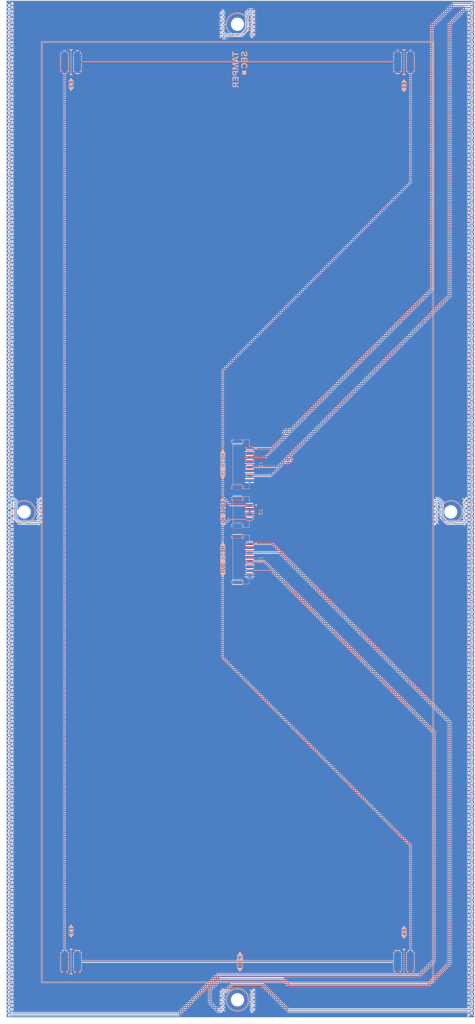
<source format=kicad_pcb>
(kicad_pcb (version 20241229) (generator "pcbnew") (generator_version "9.0")
  (title_block (title "detpan1_C") (date "2025-07-21") (rev "A") (company "TamperSec") (comment 1 "Justin Newkirk"))
  (layers (0 "F.Cu" signal) (4 "In1.Cu" power) (6 "In2.Cu" power) (2 "B.Cu" signal) (5 "F.SilkS" user "F.Silkscreen") (7 "B.SilkS" user "B.Silkscreen") (1 "F.Mask" user) (3 "B.Mask" user) (25 "Edge.Cuts" user))
  (net 0 "")
  (net 1 "GND")
  (net 2 "/-SIG_1")
  (net 3 "/+SIG_1")
  (net 4 "/+SIG_2")
  (net 5 "/-SIG_2")
  (net 6 "/SIG_3_OUT")
  (net 7 "/SIG_3_IN")
  (net 8 "/SIG_3A")
  (net 9 "/SIG_3B")
  (net 10 "/SIG_3C")
  (footprint "MountingHole:MountingHole_3.2mm_M3" (layer "F.Cu") (at 343.4 363.45)
    (property "Reference" "H3" (hide yes))
    (property "Value" "~")
  )
  (footprint "MountingHole:MountingHole_3.2mm_M3" (layer "F.Cu") (at 401.8 230)
    (property "Reference" "H2" (hide yes))
    (property "Value" "~")
  )
  (footprint "MountingHole:MountingHole_3.2mm_M3" (layer "F.Cu") (at 343.4 96.6)
    (property "Reference" "H1" (hide yes))
    (property "Value" "~")
  )
  (footprint "MountingHole:MountingHole_3.2mm_M3" (layer "F.Cu") (at 285 230)
    (property "Reference" "H4" (hide yes))
    (property "Value" "~")
  )
  (footprint "Library:EDGE_CONN_IO" (layer "B.Cu") (at 389 353)
    (property "Reference" "J7" (hide yes))
    (property "Value" "EDGE_4")
  )
  (footprint "Connector_JST:JST_GH_BM04B-GHS-TBT_1x04-1MP_P1.25mm_Vertical" (layer "B.Cu") (at 344.78032 230 -90)
    (property "Reference" "J3")
    (property "Value" "SIGNAL_1_CONN")
  )
  (footprint "Library:EDGE_CONN_IO" (layer "B.Cu") (at 297.825 107 180)
    (property "Reference" "J5" (hide yes))
    (property "Value" "EDGE_2")
  )
  (footprint "Library:EDGE_CONN_IO" (layer "B.Cu") (at 389 107 180)
    (property "Reference" "J4" (hide yes))
    (property "Value" "EDGE_1")
  )
  (footprint "LOGO" (layer "B.Cu") (at 344.068994 109 -90)
    (property "Reference" "G***" (hide yes))
    (property "Value" "LOGO" (hide yes))
  )
  (footprint "Connector_JST:JST_GH_BM08B-GHS-TBT_1x08-1MP_P1.25mm_Vertical" (layer "B.Cu") (at 344.78032 217 -90)
    (property "Reference" "J1")
    (property "Value" "SIGNAL_1_CONN")
  )
  (footprint "Connector_JST:JST_GH_BM08B-GHS-TBT_1x08-1MP_P1.25mm_Vertical" (layer "B.Cu") (at 344.78032 243 -90)
    (property "Reference" "J2")
    (property "Value" "SIGNAL_2_CONN")
  )
  (footprint "Library:EDGE_CONN_IO" (layer "B.Cu") (at 297.825 353)
    (property "Reference" "J6" (hide yes))
    (property "Value" "EDGE_3")
  )
  (gr_poly (pts (xy 338.743695 246.875) (xy 340.043695 246.875) (xy 339.343695 247.675)) (stroke (width 0.153)) (fill yes) (layer "B.SilkS"))
  (gr_circle (center 401.8745 230) (end 398.6745 230) (stroke (width 0.153)) (fill no) (layer "B.SilkS"))
  (gr_circle (center 343.4 363.45) (end 340.5 363.45) (stroke (width 0.153)) (fill no) (layer "B.SilkS"))
  (gr_poly (pts (xy 297.2 343.706761) (xy 298.5 343.706761) (xy 297.8 342.906761)) (stroke (width 0.153)) (fill yes) (layer "B.SilkS"))
  (gr_poly (pts (xy 388.391779 114.357334) (xy 389.691779 114.357334) (xy 388.991779 115.157334)) (stroke (width 0.153)) (fill yes) (layer "B.SilkS"))
  (gr_poly (pts (xy 348.643695 227.825) (xy 348.643695 228.425) (xy 348.243695 228.125)) (stroke (width 0.153)) (fill yes) (layer "B.SilkS"))
  (gr_poly (pts (xy 297.2 112.142666) (xy 298.5 112.142666) (xy 297.8 111.342666)) (stroke (width 0.153)) (fill yes) (layer "B.SilkS"))
  (gr_poly (pts (xy 338.726916 239.125) (xy 340.026916 239.125) (xy 339.326916 238.325)) (stroke (width 0.153)) (fill yes) (layer "B.SilkS"))
  (gr_circle (center 401.8745 230) (end 398.9745 230) (stroke (width 0.153)) (fill no) (layer "B.SilkS"))
  (gr_rect (start 290 101.6) (end 396.8 358.5) (stroke (width 0.153)) (fill no) (layer "B.SilkS"))
  (gr_poly (pts (xy 297.216779 345.564095) (xy 298.516779 345.564095) (xy 297.816779 346.364095)) (stroke (width 0.153)) (fill yes) (layer "B.SilkS"))
  (gr_poly (pts (xy 338.726916 213.85) (xy 340.026916 213.85) (xy 339.326916 213.05)) (stroke (width 0.153)) (fill yes) (layer "B.SilkS"))
  (gr_rect (start 289.65 101.3) (end 397.15 358.8) (stroke (width 0.153)) (fill no) (layer "B.SilkS"))
  (gr_poly (pts (xy 338.743695 220.15) (xy 340.043695 220.15) (xy 339.343695 220.95)) (stroke (width 0.153)) (fill yes) (layer "B.SilkS"))
  (gr_poly (pts (xy 344.831195 351.4) (xy 343.331195 351.4) (xy 344.082695 350.3)) (stroke (width 0.153)) (fill yes) (layer "B.SilkS"))
  (gr_poly (pts (xy 338.743695 233.05) (xy 340.043695 233.05) (xy 339.343695 233.85)) (stroke (width 0.153)) (fill yes) (layer "B.SilkS"))
  (gr_poly (pts (xy 388.375 112.5) (xy 389.675 112.5) (xy 388.975 111.7)) (stroke (width 0.153)) (fill yes) (layer "B.SilkS"))
  (gr_circle (center 343.4 96.6) (end 340.5 96.6) (stroke (width 0.153)) (fill no) (layer "B.SilkS"))
  (gr_circle (center 343.4 96.6) (end 340.2 96.6) (stroke (width 0.153)) (fill no) (layer "B.SilkS"))
  (gr_poly (pts (xy 297.216779 114) (xy 298.516779 114) (xy 297.816779 114.8)) (stroke (width 0.153)) (fill yes) (layer "B.SilkS"))
  (gr_rect (start 343.331195 351.4) (end 344.831195 354.775) (stroke (width 0.153)) (fill no) (layer "B.SilkS"))
  (gr_poly (pts (xy 388.391779 345.921429) (xy 389.691779 345.921429) (xy 388.991779 346.721429)) (stroke (width 0.153)) (fill yes) (layer "B.SilkS"))
  (gr_circle (center 343.4 363.45) (end 340.2 363.45) (stroke (width 0.153)) (fill no) (layer "B.SilkS"))
  (gr_circle (center 285 230) (end 282.1 230) (stroke (width 0.153)) (fill no) (layer "B.SilkS"))
  (gr_poly (pts (xy 338.726916 226.95) (xy 340.026916 226.95) (xy 339.326916 226.15)) (stroke (width 0.153)) (fill yes) (layer "B.SilkS"))
  (gr_poly (pts (xy 348.643695 238.325) (xy 348.643695 238.925) (xy 348.243695 238.625)) (stroke (width 0.153)) (fill yes) (layer "B.SilkS"))
  (gr_poly (pts (xy 343.331195 354.775) (xy 344.831195 354.775) (xy 344.082695 355.7)) (stroke (width 0.153)) (fill yes) (layer "B.SilkS"))
  (gr_poly (pts (xy 348.643695 212.325) (xy 348.643695 212.925) (xy 348.243695 212.625)) (stroke (width 0.153)) (fill yes) (layer "B.SilkS"))
  (gr_circle (center 285 230) (end 281.8 230) (stroke (width 0.153)) (fill no) (layer "B.SilkS"))
  (gr_poly (pts (xy 388.375 344.064095) (xy 389.675 344.064095) (xy 388.975 343.264095)) (stroke (width 0.153)) (fill yes) (layer "B.SilkS"))
  (gr_rect (start 280 90) (end 408.4 368.4) (stroke (width 0.05)) (fill no) (layer "Edge.Cuts"))
  (gr_text "E4" (at 389.689 343.885524 90) (layer "B.SilkS" knockout) (effects (font (size 1 1) (thickness 0.2) (bold yes)) (justify left bottom mirror)))
  (gr_text "MESH IN" (at 340.040916 213.714095 90) (layer "B.SilkS" knockout) (effects (font (size 1 1) (thickness 0.2) (bold yes)) (justify left bottom mirror)))
  (gr_text "E3" (at 298.514 343.52819 90) (layer "B.SilkS" knockout) (effects (font (size 1 1) (thickness 0.2) (bold yes)) (justify left bottom mirror)))
  (gr_text "C" (at 344.68668 353.525 90) (layer "B.SilkS") (effects (font (size 1 1) (thickness 0.153)) (justify left bottom mirror)))
  (gr_text "P1" (at 344.732695 351.3 90) (layer "B.SilkS" knockout) (effects (font (size 1 1) (thickness 0.2) (bold yes)) (justify left bottom mirror)))
  (gr_text "MESH OUT" (at 340.040916 238.989095 90) (layer "B.SilkS" knockout) (effects (font (size 1 1) (thickness 0.2) (bold yes)) (justify left bottom mirror)))
  (gr_text "EDGE IO" (at 340.040916 226.814095 90) (layer "B.SilkS" knockout) (effects (font (size 1 1) (thickness 0.2) (bold yes)) (justify left bottom mirror)))
  (gr_text "E2" (at 298.514 111.964095 90) (layer "B.SilkS" knockout) (effects (font (size 1 1) (thickness 0.2) (bold yes)) (justify left bottom mirror)))
  (gr_text "E1" (at 389.689 112.321429 90) (layer "B.SilkS" knockout) (effects (font (size 1 1) (thickness 0.2) (bold yes)) (justify left bottom mirror)))
  (via (at 280.425 272.6) (size 0.45) (drill 0.3) (layers "F.Cu" "B.Cu") (net 1))
  (via (at 408 205.925) (size 0.45) (drill 0.3) (layers "F.Cu" "B.Cu") (net 1))
  (via (at 339.9255 362.375) (size 0.45) (drill 0.3) (layers "F.Cu" "B.Cu") (net 1))
  (via (at 408 286.775) (size 0.45) (drill 0.3) (layers "F.Cu" "B.Cu") (net 1))
  (via (at 408 221.675) (size 0.45) (drill 0.3) (layers "F.Cu" "B.Cu") (net 1))
  (via (at 280.425 281) (size 0.45) (drill 0.3) (layers "F.Cu" "B.Cu") (net 1))
  (via (at 408 206.975) (size 0.45) (drill 0.3) (layers "F.Cu" "B.Cu") (net 1))
  (via (at 408 204.875) (size 0.45) (drill 0.3) (layers "F.Cu" "B.Cu") (net 1))
  (via (at 280.425 335.6) (size 0.45) (drill 0.3) (layers "F.Cu" "B.Cu") (net 1))
  (via (at 408 152.375) (size 0.45) (drill 0.3) (layers "F.Cu" "B.Cu") (net 1))
  (via (at 408 287.825) (size 0.45) (drill 0.3) (layers "F.Cu" "B.Cu") (net 1))
  (via (at 280.425 221.15) (size 0.45) (drill 0.3) (layers "F.Cu" "B.Cu") (net 1))
  (via (at 408 266.825) (size 0.45) (drill 0.3) (layers "F.Cu" "B.Cu") (net 1))
  (via (at 280.425 219.05) (size 0.45) (drill 0.3) (layers "F.Cu" "B.Cu") (net 1))
  (via (at 408 342.425) (size 0.45) (drill 0.3) (layers "F.Cu" "B.Cu") (net 1))
  (via (at 280.425 258.95) (size 0.45) (drill 0.3) (layers "F.Cu" "B.Cu") (net 1))
  (via (at 280.425 216.951) (size 0.45) (drill 0.3) (layers "F.Cu" "B.Cu") (net 1))
  (via (at 280.425 185.45) (size 0.45) (drill 0.3) (layers "F.Cu" "B.Cu") (net 1))
  (via (at 408 256.325) (size 0.45) (drill 0.3) (layers "F.Cu" "B.Cu") (net 1))
  (via (at 280.425 132.95) (size 0.45) (drill 0.3) (layers "F.Cu" "B.Cu") (net 1))
  (via (at 280.425 178.1) (size 0.45) (drill 0.3) (layers "F.Cu" "B.Cu") (net 1))
  (via (at 408 155.525) (size 0.45) (drill 0.3) (layers "F.Cu" "B.Cu") (net 1))
  (via (at 280.425 129.8) (size 0.45) (drill 0.3) (layers "F.Cu" "B.Cu") (net 1))
  (via (at 408 208.025) (size 0.45) (drill 0.3) (layers "F.Cu" "B.Cu") (net 1))
  (via (at 408 104.075) (size 0.45) (drill 0.3) (layers "F.Cu" "B.Cu") (net 1))
  (via (at 280.425 150.8) (size 0.45) (drill 0.3) (layers "F.Cu" "B.Cu") (net 1))
  (via (at 408 243.725) (size 0.45) (drill 0.3) (layers "F.Cu" "B.Cu") (net 1))
  (via (at 408 201.725) (size 0.45) (drill 0.3) (layers "F.Cu" "B.Cu") (net 1))
  (via (at 408 128.225) (size 0.45) (drill 0.3) (layers "F.Cu" "B.Cu") (net 1))
  (via (at 408 294.125) (size 0.45) (drill 0.3) (layers "F.Cu" "B.Cu") (net 1))
  (via (at 280.425 245.3) (size 0.45) (drill 0.3) (layers "F.Cu" "B.Cu") (net 1))
  (via (at 408 132.425) (size 0.45) (drill 0.3) (layers "F.Cu" "B.Cu") (net 1))
  (via (at 280.425 158.15) (size 0.45) (drill 0.3) (layers "F.Cu" "B.Cu") (net 1))
  (via (at 408 202.775) (size 0.45) (drill 0.3) (layers "F.Cu" "B.Cu") (net 1))
  (via (at 408 239.525) (size 0.45) (drill 0.3) (layers "F.Cu" "B.Cu") (net 1))
  (via (at 280.425 268.4) (size 0.45) (drill 0.3) (layers "F.Cu" "B.Cu") (net 1))
  (via (at 408 109.325) (size 0.45) (drill 0.3) (layers "F.Cu" "B.Cu") (net 1))
  (via (at 408 309.875) (size 0.45) (drill 0.3) (layers "F.Cu" "B.Cu") (net 1))
  (via (at 280.425 232.7) (size 0.45) (drill 0.3) (layers "F.Cu" "B.Cu") (net 1))
  (via (at 346.875 93.05) (size 0.45) (drill 0.3) (layers "F.Cu" "B.Cu") (net 1))
  (via (at 280.425 162.35) (size 0.45) (drill 0.3) (layers "F.Cu" "B.Cu") (net 1))
  (via (at 280.425 152.9) (size 0.45) (drill 0.3) (layers "F.Cu" "B.Cu") (net 1))
  (via (at 280.425 236.9) (size 0.45) (drill 0.3) (layers "F.Cu" "B.Cu") (net 1))
  (via (at 280.425 214.85) (size 0.45) (drill 0.3) (layers "F.Cu" "B.Cu") (net 1))
  (via (at 280.425 252.65) (size 0.45) (drill 0.3) (layers "F.Cu" "B.Cu") (net 1))
  (via (at 408 225.875) (size 0.45) (drill 0.3) (layers "F.Cu" "B.Cu") (net 1))
  (via (at 408 261.575) (size 0.45) (drill 0.3) (layers "F.Cu" "B.Cu") (net 1))
  (via (at 408 348.725) (size 0.45) (drill 0.3) (layers "F.Cu" "B.Cu") (net 1))
  (via (at 408 306.725) (size 0.45) (drill 0.3) (layers "F.Cu" "B.Cu") (net 1))
  (via (at 280.425 128.75) (size 0.45) (drill 0.3) (layers "F.Cu" "B.Cu") (net 1))
  (via (at 408 218.525) (size 0.45) (drill 0.3) (layers "F.Cu" "B.Cu") (net 1))
  (via (at 408 94.625) (size 0.45) (drill 0.3) (layers "F.Cu" "B.Cu") (net 1))
  (via (at 280.425 239) (size 0.45) (drill 0.3) (layers "F.Cu" "B.Cu") (net 1))
  (via (at 280.425 266.3) (size 0.45) (drill 0.3) (layers "F.Cu" "B.Cu") (net 1))
  (via (at 280.425 201.2) (size 0.45) (drill 0.3) (layers "F.Cu" "B.Cu") (net 1))
  (via (at 280.425 229.55) (size 0.45) (drill 0.3) (layers "F.Cu" "B.Cu") (net 1))
  (via (at 408 281.525) (size 0.45) (drill 0.3) (layers "F.Cu" "B.Cu") (net 1))
  (via (at 408 169.175) (size 0.45) (drill 0.3) (layers "F.Cu" "B.Cu") (net 1))
  (via (at 408 292.025) (size 0.45) (drill 0.3) (layers "F.Cu" "B.Cu") (net 1))
  (via (at 408 198.575) (size 0.45) (drill 0.3) (layers "F.Cu" "B.Cu") (net 1))
  (via (at 408 179.675) (size 0.45) (drill 0.3) (layers "F.Cu" "B.Cu") (net 1))
  (via (at 398.4255 231.126) (size 0.45) (drill 0.3) (layers "F.Cu" "B.Cu") (net 1))
  (via (at 408 237.425) (size 0.45) (drill 0.3) (layers "F.Cu" "B.Cu") (net 1))
  (via (at 408 199.625) (size 0.45) (drill 0.3) (layers "F.Cu" "B.Cu") (net 1))
  (via (at 280.425 203.3) (size 0.45) (drill 0.3) (layers "F.Cu" "B.Cu") (net 1))
  (via (at 280.425 119.3) (size 0.45) (drill 0.3) (layers "F.Cu" "B.Cu") (net 1))
  (via (at 280.425 145.55) (size 0.45) (drill 0.3) (layers "F.Cu" "B.Cu") (net 1))
  (via (at 408 258.425) (size 0.45) (drill 0.3) (layers "F.Cu" "B.Cu") (net 1))
  (via (at 408 187.025) (size 0.45) (drill 0.3) (layers "F.Cu" "B.Cu") (net 1))
  (via (at 408 216.425) (size 0.45) (drill 0.3) (layers "F.Cu" "B.Cu") (net 1))
  (via (at 398.4255 227.976) (size 0.45) (drill 0.3) (layers "F.Cu" "B.Cu") (net 1))
  (via (at 408 248.975) (size 0.45) (drill 0.3) (layers "F.Cu" "B.Cu") (net 1))
  (via (at 408 324.575) (size 0.45) (drill 0.3) (layers "F.Cu" "B.Cu") (net 1))
  (via (at 408 322.475) (size 0.45) (drill 0.3) (layers "F.Cu" "B.Cu") (net 1))
  (via (at 280.425 160.25) (size 0.45) (drill 0.3) (layers "F.Cu" "B.Cu") (net 1))
  (via (at 280.425 356.6) (size 0.45) (drill 0.3) (layers "F.Cu" "B.Cu") (net 1))
  (via (at 408 224.825) (size 0.45) (drill 0.3) (layers "F.Cu" "B.Cu") (net 1))
  (via (at 408 241.625) (size 0.45) (drill 0.3) (layers "F.Cu" "B.Cu") (net 1))
  (via (at 408 160.775) (size 0.45) (drill 0.3) (layers "F.Cu" "B.Cu") (net 1))
  (via (at 280.425 270.5) (size 0.45) (drill 0.3) (layers "F.Cu" "B.Cu") (net 1))
  (via (at 280.425 182.3) (size 0.45) (drill 0.3) (layers "F.Cu" "B.Cu") (net 1))
  (via (at 408 273.125) (size 0.45) (drill 0.3) (layers "F.Cu" "B.Cu") (net 1))
  (via (at 408 195.425) (size 0.45) (drill 0.3) (layers "F.Cu" "B.Cu") (net 1))
  (via (at 280.425 209.6) (size 0.45) (drill 0.3) (layers "F.Cu" "B.Cu") (net 1))
  (via (at 408 229.025) (size 0.45) (drill 0.3) (layers "F.Cu" "B.Cu") (net 1))
  (via (at 408 196.475) (size 0.45) (drill 0.3) (layers "F.Cu" "B.Cu") (net 1))
  (via (at 339.9255 365.525) (size 0.45) (drill 0.3) (layers "F.Cu" "B.Cu") (net 1))
  (via (at 280.425 284.15) (size 0.45) (drill 0.3) (layers "F.Cu" "B.Cu") (net 1))
  (via (at 408 163.925) (size 0.45) (drill 0.3) (layers "F.Cu" "B.Cu") (net 1))
  (via (at 280.425 269.45) (size 0.45) (drill 0.3) (layers "F.Cu" "B.Cu") (net 1))
  (via (at 408 301.475) (size 0.45) (drill 0.3) (layers "F.Cu" "B.Cu") (net 1))
  (via (at 408 150.275) (size 0.45) (drill 0.3) (layers "F.Cu" "B.Cu") (net 1))
  (via (at 280.425 170.75) (size 0.45) (drill 0.3) (layers "F.Cu" "B.Cu") (net 1))
  (via (at 408 134.525) (size 0.45) (drill 0.3) (layers "F.Cu" "B.Cu") (net 1))
  (via (at 280.425 313.55) (size 0.45) (drill 0.3) (layers "F.Cu" "B.Cu") (net 1))
  (via (at 398.4255 232.176) (size 0.45) (drill 0.3) (layers "F.Cu" "B.Cu") (net 1))
  (via (at 280.425 328.25) (size 0.45) (drill 0.3) (layers "F.Cu" "B.Cu") (net 1))
  (via (at 280.425 330.35) (size 0.45) (drill 0.3) (layers "F.Cu" "B.Cu") (net 1))
  (via (at 408 282.575) (size 0.45) (drill 0.3) (layers "F.Cu" "B.Cu") (net 1))
  (via (at 280.425 316.7) (size 0.45) (drill 0.3) (layers "F.Cu" "B.Cu") (net 1))
  (via (at 408 338.225) (size 0.45) (drill 0.3) (layers "F.Cu" "B.Cu") (net 1))
  (via (at 408 299.375) (size 0.45) (drill 0.3) (layers "F.Cu" "B.Cu") (net 1))
  (via (at 288.475 231.6505) (size 0.45) (drill 0.3) (layers "F.Cu" "B.Cu") (net 1))
  (via (at 280.425 332.45) (size 0.45) (drill 0.3) (layers "F.Cu" "B.Cu") (net 1))
  (via (at 408 276.275) (size 0.45) (drill 0.3) (layers "F.Cu" "B.Cu") (net 1))
  (via (at 408 350.825) (size 0.45) (drill 0.3) (layers "F.Cu" "B.Cu") (net 1))
  (via (at 280.425 135.05) (size 0.45) (drill 0.3) (layers "F.Cu" "B.Cu") (net 1))
  (via (at 408 332.975) (size 0.45) (drill 0.3) (layers "F.Cu" "B.Cu") (net 1))
  (via (at 408 226.925) (size 0.45) (drill 0.3) (layers "F.Cu" "B.Cu") (net 1))
  (via (at 408 271.025) (size 0.45) (drill 0.3) (layers "F.Cu" "B.Cu") (net 1))
  (via (at 280.425 315.65) (size 0.45) (drill 0.3) (layers "F.Cu" "B.Cu") (net 1))
  (via (at 280.425 200.15) (size 0.45) (drill 0.3) (layers "F.Cu" "B.Cu") (net 1))
  (via (at 408 174.425) (size 0.45) (drill 0.3) (layers "F.Cu" "B.Cu") (net 1))
  (via (at 280.425 253.7) (size 0.45) (drill 0.3) (layers "F.Cu" "B.Cu") (net 1))
  (via (at 280.425 256.85) (size 0.45) (drill 0.3) (layers "F.Cu" "B.Cu") (net 1))
  (via (at 408 360.275) (size 0.45) (drill 0.3) (layers "F.Cu" "B.Cu") (net 1))
  (via (at 280.425 243.2) (size 0.45) (drill 0.3) (layers "F.Cu" "B.Cu") (net 1))
  (via (at 408 283.625) (size 0.45) (drill 0.3) (layers "F.Cu" "B.Cu") (net 1))
  (via (at 408 267.875) (size 0.45) (drill 0.3) (layers "F.Cu" "B.Cu") (net 1))
  (via (at 280.425 317.75) (size 0.45) (drill 0.3) (layers "F.Cu" "B.Cu") (net 1))
  (via (at 408 238.475) (size 0.45) (drill 0.3) (layers "F.Cu" "B.Cu") (net 1))
  (via (at 408 183.875) (size 0.45) (drill 0.3) (layers "F.Cu" "B.Cu") (net 1))
  (via (at 339.9255 364.475) (size 0.45) (drill 0.3) (layers "F.Cu" "B.Cu") (net 1))
  (via (at 280.425 325.1) (size 0.45) (drill 0.3) (layers "F.Cu" "B.Cu") (net 1))
  (via (at 408 116.675) (size 0.45) (drill 0.3) (layers "F.Cu" "B.Cu") (net 1))
  (via (at 280.425 172.85) (size 0.45) (drill 0.3) (layers "F.Cu" "B.Cu") (net 1))
  (via (at 280.425 168.65) (size 0.45) (drill 0.3) (layers "F.Cu" "B.Cu") (net 1))
  (via (at 280.425 187.55) (size 0.45) (drill 0.3) (layers "F.Cu" "B.Cu") (net 1))
  (via (at 280.425 362.9) (size 0.45) (drill 0.3) (layers "F.Cu" "B.Cu") (net 1))
  (via (at 280.425 191.75) (size 0.45) (drill 0.3) (layers "F.Cu" "B.Cu") (net 1))
  (via (at 280.425 285.2) (size 0.45) (drill 0.3) (layers "F.Cu" "B.Cu") (net 1))
  (via (at 280.425 249.5) (size 0.45) (drill 0.3) (layers "F.Cu" "B.Cu") (net 1))
  (via (at 408 168.125) (size 0.45) (drill 0.3) (layers "F.Cu" "B.Cu") (net 1))
  (via (at 408 307.775) (size 0.45) (drill 0.3) (layers "F.Cu" "B.Cu") (net 1))
  (via (at 280.425 215.9) (size 0.45) (drill 0.3) (layers "F.Cu" "B.Cu") (net 1))
  (via (at 280.425 92) (size 0.45) (drill 0.3) (layers "F.Cu" "B.Cu") (net 1))
  (via (at 408 182.825) (size 0.45) (drill 0.3) (layers "F.Cu" "B.Cu") (net 1))
  (via (at 280.425 224.3) (size 0.45) (drill 0.3) (layers "F.Cu" "B.Cu") (net 1))
  (via (at 280.425 155) (size 0.45) (drill 0.3) (layers "F.Cu" "B.Cu") (net 1))
  (via (at 408 184.925) (size 0.45) (drill 0.3) (layers "F.Cu" "B.Cu") (net 1))
  (via (at 408 146.075) (size 0.45) (drill 0.3) (layers "F.Cu" "B.Cu") (net 1))
  (via (at 280.425 115.1) (size 0.45) (drill 0.3) (layers "F.Cu" "B.Cu") (net 1))
  (via (at 280.425 222.2) (size 0.45) (drill 0.3) (layers "F.Cu" "B.Cu") (net 1))
  (via (at 408 245.825) (size 0.45) (drill 0.3) (layers "F.Cu" "B.Cu") (net 1))
  (via (at 280.425 137.15) (size 0.45) (drill 0.3) (layers "F.Cu" "B.Cu") (net 1))
  (via (at 408 340.325) (size 0.45) (drill 0.3) (layers "F.Cu" "B.Cu") (net 1))
  (via (at 408 213.275) (size 0.45) (drill 0.3) (layers "F.Cu" "B.Cu") (net 1))
  (via (at 280.425 283.1) (size 0.45) (drill 0.3) (layers "F.Cu" "B.Cu") (net 1))
  (via (at 408 319.325) (size 0.45) (drill 0.3) (layers "F.Cu" "B.Cu") (net 1))
  (via (at 398.4255 230.076) (size 0.45) (drill 0.3) (layers "F.Cu" "B.Cu") (net 1))
  (via (at 408 157.625) (size 0.45) (drill 0.3) (layers "F.Cu" "B.Cu") (net 1))
  (via (at 280.425 306.2) (size 0.45) (drill 0.3) (layers "F.Cu" "B.Cu") (net 1))
  (via (at 280.425 94.1) (size 0.45) (drill 0.3) (layers "F.Cu" "B.Cu") (net 1))
  (via (at 280.425 177.05) (size 0.45) (drill 0.3) (layers "F.Cu" "B.Cu") (net 1))
  (via (at 280.425 212.75) (size 0.45) (drill 0.3) (layers "F.Cu" "B.Cu") (net 1))
  (via (at 408 277.325) (size 0.45) (drill 0.3) (layers "F.Cu" "B.Cu") (net 1))
  (via (at 408 230.075) (size 0.45) (drill 0.3) (layers "F.Cu" "B.Cu") (net 1))
  (via (at 405.0745 228.5) (size 0.45) (drill 0.3) (layers "F.Cu" "B.Cu") (net 1))
  (via (at 408 366.575) (size 0.45) (drill 0.3) (layers "F.Cu" "B.Cu") (net 1))
  (via (at 280.425 195.95) (size 0.45) (drill 0.3) (layers "F.Cu" "B.Cu") (net 1))
  (via (at 280.425 166.55) (size 0.45) (drill 0.3) (layers "F.Cu" "B.Cu") (net 1))
  (via (at 408 92.525) (size 0.45) (drill 0.3) (layers "F.Cu" "B.Cu") (net 1))
  (via (at 405.0745 231.65) (size 0.45) (drill 0.3) (layers "F.Cu" "B.Cu") (net 1))
  (via (at 339.925 97.775) (size 0.45) (drill 0.3) (layers "F.Cu" "B.Cu") (net 1))
  (via (at 280.425 121.4) (size 0.45) (drill 0.3) (layers "F.Cu" "B.Cu") (net 1))
  (via (at 408 247.925) (size 0.45) (drill 0.3) (layers "F.Cu" "B.Cu") (net 1))
  (via (at 280.425 120.35) (size 0.45) (drill 0.3) (layers "F.Cu" "B.Cu") (net 1))
  (via (at 408 343.475) (size 0.45) (drill 0.3) (layers "F.Cu" "B.Cu") (net 1))
  (via (at 408 90.425) (size 0.45) (drill 0.3) (layers "F.Cu" "B.Cu") (net 1))
  (via (at 280.425 291.5) (size 0.45) (drill 0.3) (layers "F.Cu" "B.Cu") (net 1))
  (via (at 280.425 97.25) (size 0.45) (drill 0.3) (layers "F.Cu" "B.Cu") (net 1))
  (via (at 280.425 318.8) (size 0.45) (drill 0.3) (layers "F.Cu" "B.Cu") (net 1))
  (via (at 408 191.225) (size 0.45) (drill 0.3) (layers "F.Cu" "B.Cu") (net 1))
  (via (at 280.425 130.85) (size 0.45) (drill 0.3) (layers "F.Cu" "B.Cu") (net 1))
  (via (at 408 317.225) (size 0.45) (drill 0.3) (layers "F.Cu" "B.Cu") (net 1))
  (via (at 408 357.125) (size 0.45) (drill 0.3) (layers "F.Cu" "B.Cu") (net 1))
  (via (at 408 289.925) (size 0.45) (drill 0.3) (layers "F.Cu" "B.Cu") (net 1))
  (via (at 280.425 194.9) (size 0.45) (drill 0.3) (layers "F.Cu" "B.Cu") (net 1))
  (via (at 408 364.475) (size 0.45) (drill 0.3) (layers "F.Cu" "B.Cu") (net 1))
  (via (at 408 103.025) (size 0.45) (drill 0.3) (layers "F.Cu" "B.Cu") (net 1))
  (via (at 280.425 153.95) (size 0.45) (drill 0.3) (layers "F.Cu" "B.Cu") (net 1))
  (via (at 280.425 118.25) (size 0.45) (drill 0.3) (layers "F.Cu" "B.Cu") (net 1))
  (via (at 408 336.125) (size 0.45) (drill 0.3) (layers "F.Cu" "B.Cu") (net 1))
  (via (at 408 252.125) (size 0.45) (drill 0.3) (layers "F.Cu" "B.Cu") (net 1))
  (via (at 408 233.225) (size 0.45) (drill 0.3) (layers "F.Cu" "B.Cu") (net 1))
  (via (at 408 110.375) (size 0.45) (drill 0.3) (layers "F.Cu" "B.Cu") (net 1))
  (via (at 280.425 288.35) (size 0.45) (drill 0.3) (layers "F.Cu" "B.Cu") (net 1))
  (via (at 408 119.825) (size 0.45) (drill 0.3) (layers "F.Cu" "B.Cu") (net 1))
  (via (at 280.425 267.35) (size 0.45) (drill 0.3) (layers "F.Cu" "B.Cu") (net 1))
  (via (at 280.425 263.15) (size 0.45) (drill 0.3) (layers "F.Cu" "B.Cu") (net 1))
  (via (at 408 164.975) (size 0.45) (drill 0.3) (layers "F.Cu" "B.Cu") (net 1))
  (via (at 280.425 295.7) (size 0.45) (drill 0.3) (layers "F.Cu" "B.Cu") (net 1))
  (via (at 280.425 186.5) (size 0.45) (drill 0.3) (layers "F.Cu" "B.Cu") (net 1))
  (via (at 280.425 114.05) (size 0.45) (drill 0.3) (layers "F.Cu" "B.Cu") (net 1))
  (via (at 408 279.425) (size 0.45) (drill 0.3) (layers "F.Cu" "B.Cu") (net 1))
  (via (at 280.425 208.55) (size 0.45) (drill 0.3) (layers "F.Cu" "B.Cu") (net 1))
  (via (at 280.425 296.75) (size 0.45) (drill 0.3) (layers "F.Cu" "B.Cu") (net 1))
  (via (at 408 251.075) (size 0.45) (drill 0.3) (layers "F.Cu" "B.Cu") (net 1))
  (via (at 280.425 357.65) (size 0.45) (drill 0.3) (layers "F.Cu" "B.Cu") (net 1))
  (via (at 408 223.775) (size 0.45) (drill 0.3) (layers "F.Cu" "B.Cu") (net 1))
  (via (at 408 288.875) (size 0.45) (drill 0.3) (layers "F.Cu" "B.Cu") (net 1))
  (via (at 280.425 103.55) (size 0.45) (drill 0.3) (layers "F.Cu" "B.Cu") (net 1))
  (via (at 408 344.525) (size 0.45) (drill 0.3) (layers "F.Cu" "B.Cu") (net 1))
  (via (at 280.425 147.65) (size 0.45) (drill 0.3) (layers "F.Cu" "B.Cu") (net 1))
  (via (at 280.425 111.95) (size 0.45) (drill 0.3) (layers "F.Cu" "B.Cu") (net 1))
  (via (at 280.425 125.6) (size 0.45) (drill 0.3) (layers "F.Cu" "B.Cu") (net 1))
  (via (at 408 178.625) (size 0.45) (drill 0.3) (layers "F.Cu" "B.Cu") (net 1))
  (via (at 408 274.175) (size 0.45) (drill 0.3) (layers "F.Cu" "B.Cu") (net 1))
  (via (at 408 361.325) (size 0.45) (drill 0.3) (layers "F.Cu" "B.Cu") (net 1))
  (via (at 280.425 144.5) (size 0.45) (drill 0.3) (layers "F.Cu" "B.Cu") (net 1))
  (via (at 280.425 189.65) (size 0.45) (drill 0.3) (layers "F.Cu" "B.Cu") (net 1))
  (via (at 280.425 149.75) (size 0.45) (drill 0.3) (layers "F.Cu" "B.Cu") (net 1))
  (via (at 408 280.475) (size 0.45) (drill 0.3) (layers "F.Cu" "B.Cu") (net 1))
  (via (at 408 358.175) (size 0.45) (drill 0.3) (layers "F.Cu" "B.Cu") (net 1))
  (via (at 408 131.375) (size 0.45) (drill 0.3) (layers "F.Cu" "B.Cu") (net 1))
  (via (at 405.0745 226.4) (size 0.45) (drill 0.3) (layers "F.Cu" "B.Cu") (net 1))
  (via (at 280.425 126.65) (size 0.45) (drill 0.3) (layers "F.Cu" "B.Cu") (net 1))
  (via (at 280.425 235.85) (size 0.45) (drill 0.3) (layers "F.Cu" "B.Cu") (net 1))
  (via (at 346.875 94.1) (size 0.45) (drill 0.3) (layers "F.Cu" "B.Cu") (net 1))
  (via (at 280.425 161.3) (size 0.45) (drill 0.3) (layers "F.Cu" "B.Cu") (net 1))
  (via (at 405.0745 229.55) (size 0.45) (drill 0.3) (layers "F.Cu" "B.Cu") (net 1))
  (via (at 280.425 163.4) (size 0.45) (drill 0.3) (layers "F.Cu" "B.Cu") (net 1))
  (via (at 408 210.125) (size 0.45) (drill 0.3) (layers "F.Cu" "B.Cu") (net 1))
  (via (at 408 321.425) (size 0.45) (drill 0.3) (layers "F.Cu" "B.Cu") (net 1))
  (via (at 408 284.675) (size 0.45) (drill 0.3) (layers "F.Cu" "B.Cu") (net 1))
  (via (at 280.425 305.15) (size 0.45) (drill 0.3) (layers "F.Cu" "B.Cu") (net 1))
  (via (at 408 327.725) (size 0.45) (drill 0.3) (layers "F.Cu" "B.Cu") (net 1))
  (via (at 408 197.525) (size 0.45) (drill 0.3) (layers "F.Cu" "B.Cu") (net 1))
  (via (at 408 310.925) (size 0.45) (drill 0.3) (layers "F.Cu" "B.Cu") (net 1))
  (via (at 408 318.275) (size 0.45) (drill 0.3) (layers "F.Cu" "B.Cu") (net 1))
  (via (at 346.8745 364.999) (size 0.45) (drill 0.3) (layers "F.Cu" "B.Cu") (net 1))
  (via (at 280.425 311.45) (size 0.45) (drill 0.3) (layers "F.Cu" "B.Cu") (net 1))
  (via (at 398.4255 229.026) (size 0.45) (drill 0.3) (layers "F.Cu" "B.Cu") (net 1))
  (via (at 280.425 292.55) (size 0.45) (drill 0.3) (layers "F.Cu" "B.Cu") (net 1))
  (via (at 408 161.825) (size 0.45) (drill 0.3) (layers "F.Cu" "B.Cu") (net 1))
  (via (at 280.425 271.55) (size 0.45) (drill 0.3) (layers "F.Cu" "B.Cu") (net 1))
  (via (at 408 139.775) (size 0.45) (drill 0.3) (layers "F.Cu" "B.Cu") (net 1))
  (via (at 408 185.975) (size 0.45) (drill 0.3) (layers "F.Cu" "B.Cu") (net 1))
  (via (at 280.425 237.95) (size 0.45) (drill 0.3) (layers "F.Cu" "B.Cu") (net 1))
  (via (at 408 106.175) (size 0.45) (drill 0.3) (layers "F.Cu" "B.Cu") (net 1))
  (via (at 280.425 146.6) (size 0.45) (drill 0.3) (layers "F.Cu" "B.Cu") (net 1))
  (via (at 408 189.125) (size 0.45) (drill 0.3) (layers "F.Cu" "B.Cu") (net 1))
  (via (at 408 172.325) (size 0.45) (drill 0.3) (layers "F.Cu" "B.Cu") (net 1))
  (via (at 408 326.675) (size 0.45) (drill 0.3) (layers "F.Cu" "B.Cu") (net 1))
  (via (at 408 105.125) (size 0.45) (drill 0.3) (layers "F.Cu" "B.Cu") (net 1))
  (via (at 280.425 198.05) (size 0.45) (drill 0.3) (layers "F.Cu" "B.Cu") (net 1))
  (via (at 408 235.325) (size 0.45) (drill 0.3) (layers "F.Cu" "B.Cu") (net 1))
  (via (at 408 154.475) (size 0.45) (drill 0.3) (layers "F.Cu" "B.Cu") (net 1))
  (via (at 408 126.125) (size 0.45) (drill 0.3) (layers "F.Cu" "B.Cu") (net 1))
  (via (at 280.425 199.1) (size 0.45) (drill 0.3) (layers "F.Cu" "B.Cu") (net 1))
  (via (at 408 190.175) (size 0.45) (drill 0.3) (layers "F.Cu" "B.Cu") (net 1))
  (via (at 280.425 366.05) (size 0.45) (drill 0.3) (layers "F.Cu" "B.Cu") (net 1))
  (via (at 408 275.225) (size 0.45) (drill 0.3) (layers "F.Cu" "B.Cu") (net 1))
  (via (at 280.425 104.6) (size 0.45) (drill 0.3) (layers "F.Cu" "B.Cu") (net 1))
  (via (at 408 96.725) (size 0.45) (drill 0.3) (layers "F.Cu" "B.Cu") (net 1))
  (via (at 280.425 308.3) (size 0.45) (drill 0.3) (layers "F.Cu" "B.Cu") (net 1))
  (via (at 346.875 95.15) (size 0.45) (drill 0.3) (layers "F.Cu" "B.Cu") (net 1))
  (via (at 408 203.825) (size 0.45) (drill 0.3) (layers "F.Cu" "B.Cu") (net 1))
  (via (at 346.875 96.2) (size 0.45) (drill 0.3) (layers "F.Cu" "B.Cu") (net 1))
  (via (at 280.425 359.75) (size 0.45) (drill 0.3) (layers "F.Cu" "B.Cu") (net 1))
  (via (at 280.425 289.4) (size 0.45) (drill 0.3) (layers "F.Cu" "B.Cu") (net 1))
  (via (at 280.425 101.45) (size 0.45) (drill 0.3) (layers "F.Cu" "B.Cu") (net 1))
  (via (at 408 120.875) (size 0.45) (drill 0.3) (layers "F.Cu" "B.Cu") (net 1))
  (via (at 408 200.675) (size 0.45) (drill 0.3) (layers "F.Cu" "B.Cu") (net 1))
  (via (at 280.425 99.35) (size 0.45) (drill 0.3) (layers "F.Cu" "B.Cu") (net 1))
  (via (at 280.425 287.3) (size 0.45) (drill 0.3) (layers "F.Cu" "B.Cu") (net 1))
  (via (at 408 329.825) (size 0.45) (drill 0.3) (layers "F.Cu" "B.Cu") (net 1))
  (via (at 280.425 337.7) (size 0.45) (drill 0.3) (layers "F.Cu" "B.Cu") (net 1))
  (via (at 280.425 205.4) (size 0.45) (drill 0.3) (layers "F.Cu" "B.Cu") (net 1))
  (via (at 280.425 329.3) (size 0.45) (drill 0.3) (layers "F.Cu" "B.Cu") (net 1))
  (via (at 280.425 218) (size 0.45) (drill 0.3) (layers "F.Cu" "B.Cu") (net 1))
  (via (at 280.425 207.5) (size 0.45) (drill 0.3) (layers "F.Cu" "B.Cu") (net 1))
  (via (at 408 347.675) (size 0.45) (drill 0.3) (layers "F.Cu" "B.Cu") (net 1))
  (via (at 280.425 348.2) (size 0.45) (drill 0.3) (layers "F.Cu" "B.Cu") (net 1))
  (via (at 408 259.475) (size 0.45) (drill 0.3) (layers "F.Cu" "B.Cu") (net 1))
  (via (at 408 156.575) (size 0.45) (drill 0.3) (layers "F.Cu" "B.Cu") (net 1))
  (via (at 408 151.325) (size 0.45) (drill 0.3) (layers "F.Cu" "B.Cu") (net 1))
  (via (at 280.425 286.25) (size 0.45) (drill 0.3) (layers "F.Cu" "B.Cu") (net 1))
  (via (at 280.425 365) (size 0.45) (drill 0.3) (layers "F.Cu" "B.Cu") (net 1))
  (via (at 408 263.675) (size 0.45) (drill 0.3) (layers "F.Cu" "B.Cu") (net 1))
  (via (at 408 331.925) (size 0.45) (drill 0.3) (layers "F.Cu" "B.Cu") (net 1))
  (via (at 280.425 210.65) (size 0.45) (drill 0.3) (layers "F.Cu" "B.Cu") (net 1))
  (via (at 280.425 247.4) (size 0.45) (drill 0.3) (layers "F.Cu" "B.Cu") (net 1))
  (via (at 280.425 255.8) (size 0.45) (drill 0.3) (layers "F.Cu" "B.Cu") (net 1))
  (via (at 280.425 321.95) (size 0.45) (drill 0.3) (layers "F.Cu" "B.Cu") (net 1))
  (via (at 280.425 250.55) (size 0.45) (drill 0.3) (layers "F.Cu" "B.Cu") (net 1))
  (via (at 280.425 262.1) (size 0.45) (drill 0.3) (layers "F.Cu" "B.Cu") (net 1))
  (via (at 408 121.925) (size 0.45) (drill 0.3) (layers "F.Cu" "B.Cu") (net 1))
  (via (at 408 341.375) (size 0.45) (drill 0.3) (layers "F.Cu" "B.Cu") (net 1))
  (via (at 280.425 98.3) (size 0.45) (drill 0.3) (layers "F.Cu" "B.Cu") (net 1))
  (via (at 280.425 107.75) (size 0.45) (drill 0.3) (layers "F.Cu" "B.Cu") (net 1))
  (via (at 280.425 339.8) (size 0.45) (drill 0.3) (layers "F.Cu" "B.Cu") (net 1))
  (via (at 280.425 202.25) (size 0.45) (drill 0.3) (layers "F.Cu" "B.Cu") (net 1))
  (via (at 408 246.875) (size 0.45) (drill 0.3) (layers "F.Cu" "B.Cu") (net 1))
  (via (at 280.425 127.7) (size 0.45) (drill 0.3) (layers "F.Cu" "B.Cu") (net 1))
  (via (at 408 99.875) (size 0.45) (drill 0.3) (layers "F.Cu" "B.Cu") (net 1))
  (via (at 408 127.175) (size 0.45) (drill 0.3) (layers "F.Cu" "B.Cu") (net 1))
  (via (at 280.425 159.2) (size 0.45) (drill 0.3) (layers "F.Cu" "B.Cu") (net 1))
  (via (at 280.425 334.55) (size 0.45) (drill 0.3) (layers "F.Cu" "B.Cu") (net 1))
  (via (at 408 136.625) (size 0.45) (drill 0.3) (layers "F.Cu" "B.Cu") (net 1))
  (via (at 288.475 227.4505) (size 0.45) (drill 0.3) (layers "F.Cu" "B.Cu") (net 1))
  (via (at 280.425 90.95) (size 0.45) (drill 0.3) (layers "F.Cu" "B.Cu") (net 1))
  (via (at 280.425 141.35) (size 0.45) (drill 0.3) (layers "F.Cu" "B.Cu") (net 1))
  (via (at 280.425 134) (size 0.45) (drill 0.3) (layers "F.Cu" "B.Cu") (net 1))
  (via (at 280.425 354.5) (size 0.45) (drill 0.3) (layers "F.Cu" "B.Cu") (net 1))
  (via (at 280.425 124.55) (size 0.45) (drill 0.3) (layers "F.Cu" "B.Cu") (net 1))
  (via (at 280.425 251.6) (size 0.45) (drill 0.3) (layers "F.Cu" "B.Cu") (net 1))
  (via (at 280.425 345.05) (size 0.45) (drill 0.3) (layers "F.Cu" "B.Cu") (net 1))
  (via (at 408 311.975) (size 0.45) (drill 0.3) (layers "F.Cu" "B.Cu") (net 1))
  (via (at 280.425 320.9) (size 0.45) (drill 0.3) (layers "F.Cu" "B.Cu") (net 1))
  (via (at 280.425 148.7) (size 0.45) (drill 0.3) (layers "F.Cu" "B.Cu") (net 1))
  (via (at 280.425 183.35) (size 0.45) (drill 0.3) (layers "F.Cu" "B.Cu") (net 1))
  (via (at 408 101.975) (size 0.45) (drill 0.3) (layers "F.Cu" "B.Cu") (net 1))
  (via (at 280.425 197) (size 0.45) (drill 0.3) (layers "F.Cu" "B.Cu") (net 1))
  (via (at 408 215.375) (size 0.45) (drill 0.3) (layers "F.Cu" "B.Cu") (net 1))
  (via (at 408 153.425) (size 0.45) (drill 0.3) (layers "F.Cu" "B.Cu") (net 1))
  (via (at 408 325.625) (size 0.45) (drill 0.3) (layers "F.Cu" "B.Cu") (net 1))
  (via (at 408 295.175) (size 0.45) (drill 0.3) (layers "F.Cu" "B.Cu") (net 1))
  (via (at 408 303.575) (size 0.45) (drill 0.3) (layers "F.Cu" "B.Cu") (net 1))
  (via (at 408 167.075) (size 0.45) (drill 0.3) (layers "F.Cu" "B.Cu") (net 1))
  (via (at 280.425 261.05) (size 0.45) (drill 0.3) (layers "F.Cu" "B.Cu") (net 1))
  (via (at 280.425 193.85) (size 0.45) (drill 0.3) (layers "F.Cu" "B.Cu") (net 1))
  (via (at 280.425 180.2) (size 0.45) (drill 0.3) (layers "F.Cu" "B.Cu") (net 1))
  (via (at 408 269.975) (size 0.45) (drill 0.3) (layers "F.Cu" "B.Cu") (net 1))
  (via (at 408 334.025) (size 0.45) (drill 0.3) (layers "F.Cu" "B.Cu") (net 1))
  (via (at 339.925 99.875) (size 0.45) (drill 0.3) (layers "F.Cu" "B.Cu") (net 1))
  (via (at 280.425 143.45) (size 0.45) (drill 0.3) (layers "F.Cu" "B.Cu") (net 1))
  (via (at 280.425 294.65) (size 0.45) (drill 0.3) (layers "F.Cu" "B.Cu") (net 1))
  (via (at 408 305.675) (size 0.45) (drill 0.3) (layers "F.Cu" "B.Cu") (net 1))
  (via (at 280.425 171.8) (size 0.45) (drill 0.3) (layers "F.Cu" "B.Cu") (net 1))
  (via (at 408 253.175) (size 0.45) (drill 0.3) (layers "F.Cu" "B.Cu") (net 1))
  (via (at 280.425 314.6) (size 0.45) (drill 0.3) (layers "F.Cu" "B.Cu") (net 1))
  (via (at 346.875 97.25) (size 0.45) (drill 0.3) (layers "F.Cu" "B.Cu") (net 1))
  (via (at 408 353.975) (size 0.45) (drill 0.3) (layers "F.Cu" "B.Cu") (net 1))
  (via (at 408 240.575) (size 0.45) (drill 0.3) (layers "F.Cu" "B.Cu") (net 1))
  (via (at 408 122.975) (size 0.45) (drill 0.3) (layers "F.Cu" "B.Cu") (net 1))
  (via (at 398.4255 233.226) (size 0.45) (drill 0.3) (layers "F.Cu" "B.Cu") (net 1))
  (via (at 280.425 225.35) (size 0.45) (drill 0.3) (layers "F.Cu" "B.Cu") (net 1))
  (via (at 408 177.575) (size 0.45) (drill 0.3) (layers "F.Cu" "B.Cu") (net 1))
  (via (at 408 212.225) (size 0.45) (drill 0.3) (layers "F.Cu" "B.Cu") (net 1))
  (via (at 280.425 273.65) (size 0.45) (drill 0.3) (layers "F.Cu" "B.Cu") (net 1))
  (via (at 346.8745 360.799) (size 0.45) (drill 0.3) (layers "F.Cu" "B.Cu") (net 1))
  (via (at 408 113.525) (size 0.45) (drill 0.3) (layers "F.Cu" "B.Cu") (net 1))
  (via (at 280.425 299.9) (size 0.45) (drill 0.3) (layers "F.Cu" "B.Cu") (net 1))
  (via (at 280.425 231.65) (size 0.45) (drill 0.3) (layers "F.Cu" "B.Cu") (net 1))
  (via (at 408 158.675) (size 0.45) (drill 0.3) (layers "F.Cu" "B.Cu") (net 1))
  (via (at 280.425 293.6) (size 0.45) (drill 0.3) (layers "F.Cu" "B.Cu") (net 1))
  (via (at 405.0745 230.6) (size 0.45) (drill 0.3) (layers "F.Cu" "B.Cu") (net 1))
  (via (at 280.425 123.5) (size 0.45) (drill 0.3) (layers "F.Cu" "B.Cu") (net 1))
  (via (at 280.425 165.5) (size 0.45) (drill 0.3) (layers "F.Cu" "B.Cu") (net 1))
  (via (at 408 262.625) (size 0.45) (drill 0.3) (layers "F.Cu" "B.Cu") (net 1))
  (via (at 408 135.575) (size 0.45) (drill 0.3) (layers "F.Cu" "B.Cu") (net 1))
  (via (at 408 296.225) (size 0.45) (drill 0.3) (layers "F.Cu" "B.Cu") (net 1))
  (via (at 280.425 223.25) (size 0.45) (drill 0.3) (layers "F.Cu" "B.Cu") (net 1))
  (via (at 408 356.075) (size 0.45) (drill 0.3) (layers "F.Cu" "B.Cu") (net 1))
  (via (at 408 345.575) (size 0.45) (drill 0.3) (layers "F.Cu" "B.Cu") (net 1))
  (via (at 408 162.875) (size 0.45) (drill 0.3) (layers "F.Cu" "B.Cu") (net 1))
  (via (at 408 339.275) (size 0.45) (drill 0.3) (layers "F.Cu" "B.Cu") (net 1))
  (via (at 408 142.925) (size 0.45) (drill 0.3) (layers "F.Cu" "B.Cu") (net 1))
  (via (at 280.425 174.95) (size 0.45) (drill 0.3) (layers "F.Cu" "B.Cu") (net 1))
  (via (at 280.425 213.8) (size 0.45) (drill 0.3) (layers "F.Cu" "B.Cu") (net 1))
  (via (at 408 129.275) (size 0.45) (drill 0.3) (layers "F.Cu" "B.Cu") (net 1))
  (via (at 280.425 298.85) (size 0.45) (drill 0.3) (layers "F.Cu" "B.Cu") (net 1))
  (via (at 280.425 139.25) (size 0.45) (drill 0.3) (layers "F.Cu" "B.Cu") (net 1))
  (via (at 408 181.775) (size 0.45) (drill 0.3) (layers "F.Cu" "B.Cu") (net 1))
  (via (at 408 293.075) (size 0.45) (drill 0.3) (layers "F.Cu" "B.Cu") (net 1))
  (via (at 408 211.175) (size 0.45) (drill 0.3) (layers "F.Cu" "B.Cu") (net 1))
  (via (at 280.425 226.4) (size 0.45) (drill 0.3) (layers "F.Cu" "B.Cu") (net 1))
  (via (at 408 335.075) (size 0.45) (drill 0.3) (layers "F.Cu" "B.Cu") (net 1))
  (via (at 408 328.775) (size 0.45) (drill 0.3) (layers "F.Cu" "B.Cu") (net 1))
  (via (at 288.475 230.6005) (size 0.45) (drill 0.3) (layers "F.Cu" "B.Cu") (net 1))
  (via (at 280.425 336.65) (size 0.45) (drill 0.3) (layers "F.Cu" "B.Cu") (net 1))
  (via (at 280.425 211.7) (size 0.45) (drill 0.3) (layers "F.Cu" "B.Cu") (net 1))
  (via (at 280.425 327.2) (size 0.45) (drill 0.3) (layers "F.Cu" "B.Cu") (net 1))
  (via (at 408 227.975) (size 0.45) (drill 0.3) (layers "F.Cu" "B.Cu") (net 1))
  (via (at 280.425 110.9) (size 0.45) (drill 0.3) (layers "F.Cu" "B.Cu") (net 1))
  (via (at 288.475 228.5005) (size 0.45) (drill 0.3) (layers "F.Cu" "B.Cu") (net 1))
  (via (at 339.925 93.575) (size 0.45) (drill 0.3) (layers "F.Cu" "B.Cu") (net 1))
  (via (at 408 349.775) (size 0.45) (drill 0.3) (layers "F.Cu" "B.Cu") (net 1))
  (via (at 280.425 234.8) (size 0.45) (drill 0.3) (layers "F.Cu" "B.Cu") (net 1))
  (via (at 408 362.375) (size 0.45) (drill 0.3) (layers "F.Cu" "B.Cu") (net 1))
  (via (at 280.425 106.7) (size 0.45) (drill 0.3) (layers "F.Cu" "B.Cu") (net 1))
  (via (at 408 300.425) (size 0.45) (drill 0.3) (layers "F.Cu" "B.Cu") (net 1))
  (via (at 408 125.075) (size 0.45) (drill 0.3) (layers "F.Cu" "B.Cu") (net 1))
  (via (at 408 188.075) (size 0.45) (drill 0.3) (layers "F.Cu" "B.Cu") (net 1))
  (via (at 408 359.225) (size 0.45) (drill 0.3) (layers "F.Cu" "B.Cu") (net 1))
  (via (at 280.425 136.1) (size 0.45) (drill 0.3) (layers "F.Cu" "B.Cu") (net 1))
  (via (at 280.425 96.2) (size 0.45) (drill 0.3) (layers "F.Cu" "B.Cu") (net 1))
  (via (at 280.425 179.15) (size 0.45) (drill 0.3) (layers "F.Cu" "B.Cu") (net 1))
  (via (at 408 278.375) (size 0.45) (drill 0.3) (layers "F.Cu" "B.Cu") (net 1))
  (via (at 280.425 300.95) (size 0.45) (drill 0.3) (layers "F.Cu" "B.Cu") (net 1))
  (via (at 408 192.275) (size 0.45) (drill 0.3) (layers "F.Cu" "B.Cu") (net 1))
  (via (at 408 222.725) (size 0.45) (drill 0.3) (layers "F.Cu" "B.Cu") (net 1))
  (via (at 408 315.125) (size 0.45) (drill 0.3) (layers "F.Cu" "B.Cu") (net 1))
  (via (at 280.425 140.3) (size 0.45) (drill 0.3) (layers "F.Cu" "B.Cu") (net 1))
  (via (at 280.425 164.45) (size 0.45) (drill 0.3) (layers "F.Cu" "B.Cu") (net 1))
  (via (at 280.425 169.7) (size 0.45) (drill 0.3) (layers "F.Cu" "B.Cu") (net 1))
  (via (at 280.425 340.85) (size 0.45) (drill 0.3) (layers "F.Cu" "B.Cu") (net 1))
  (via (at 408 316.175) (size 0.45) (drill 0.3) (layers "F.Cu" "B.Cu") (net 1))
  (via (at 408 323.525) (size 0.45) (drill 0.3) (layers "F.Cu" "B.Cu") (net 1))
  (via (at 408 290.975) (size 0.45) (drill 0.3) (layers "F.Cu" "B.Cu") (net 1))
  (via (at 408 244.775) (size 0.45) (drill 0.3) (layers "F.Cu" "B.Cu") (net 1))
  (via (at 408 118.775) (size 0.45) (drill 0.3) (layers "F.Cu" "B.Cu") (net 1))
  (via (at 408 355.025) (size 0.45) (drill 0.3) (layers "F.Cu" "B.Cu") (net 1))
  (via (at 280.425 277.85) (size 0.45) (drill 0.3) (layers "F.Cu" "B.Cu") (net 1))
  (via (at 280.425 349.25) (size 0.45) (drill 0.3) (layers "F.Cu" "B.Cu") (net 1))
  (via (at 408 308.825) (size 0.45) (drill 0.3) (layers "F.Cu" "B.Cu") (net 1))
  (via (at 408 140.825) (size 0.45) (drill 0.3) (layers "F.Cu" "B.Cu") (net 1))
  (via (at 408 138.725) (size 0.45) (drill 0.3) (layers "F.Cu" "B.Cu") (net 1))
  (via (at 346.8745 366.049) (size 0.45) (drill 0.3) (layers "F.Cu" "B.Cu") (net 1))
  (via (at 408 250.025) (size 0.45) (drill 0.3) (layers "F.Cu" "B.Cu") (net 1))
  (via (at 280.425 228.5) (size 0.45) (drill 0.3) (layers "F.Cu" "B.Cu") (net 1))
  (via (at 408 314.075) (size 0.45) (drill 0.3) (layers "F.Cu" "B.Cu") (net 1))
  (via (at 408 97.775) (size 0.45) (drill 0.3) (layers "F.Cu" "B.Cu") (net 1))
  (via (at 280.425 109.85) (size 0.45) (drill 0.3) (layers "F.Cu" "B.Cu") (net 1))
  (via (at 408 234.275) (size 0.45) (drill 0.3) (layers "F.Cu" "B.Cu") (net 1))
  (via (at 280.425 156.05) (size 0.45) (drill 0.3) (layers "F.Cu" "B.Cu") (net 1))
  (via (at 280.425 241.1) (size 0.45) (drill 0.3) (layers "F.Cu" "B.Cu") (net 1))
  (via (at 408 297.275) (size 0.45) (drill 0.3) (layers "F.Cu" "B.Cu") (net 1))
  (via (at 280.425 274.7) (size 0.45) (drill 0.3) (layers "F.Cu" "B.Cu") (net 1))
  (via (at 408 260.525) (size 0.45) (drill 0.3) (layers "F.Cu" "B.Cu") (net 1))
  (via (at 280.425 116.15) (size 0.45) (drill 0.3) (layers "F.Cu" "B.Cu") (net 1))
  (via (at 408 124.025) (size 0.45) (drill 0.3) (layers "F.Cu" "B.Cu") (net 1))
  (via (at 280.425 353.45) (size 0.45) (drill 0.3) (layers "F.Cu" "B.Cu") (net 1))
  (via (at 280.425 260) (size 0.45) (drill 0.3) (layers "F.Cu" "B.Cu") (net 1))
  (via (at 408 346.625) (size 0.45) (drill 0.3) (layers "F.Cu" "B.Cu") (net 1))
  (via (at 408 130.325) (size 0.45) (drill 0.3) (layers "F.Cu" "B.Cu") (net 1))
  (via (at 408 352.925) (size 0.45) (drill 0.3) (layers "F.Cu" "B.Cu") (net 1))
  (via (at 280.425 350.3) (size 0.45) (drill 0.3) (layers "F.Cu" "B.Cu") (net 1))
  (via (at 280.425 351.35) (size 0.45) (drill 0.3) (layers "F.Cu" "B.Cu") (net 1))
  (via (at 408 115.625) (size 0.45) (drill 0.3) (layers "F.Cu" "B.Cu") (net 1))
  (via (at 280.425 297.8) (size 0.45) (drill 0.3) (layers "F.Cu" "B.Cu") (net 1))
  (via (at 408 137.675) (size 0.45) (drill 0.3) (layers "F.Cu" "B.Cu") (net 1))
  (via (at 280.425 157.1) (size 0.45) (drill 0.3) (layers "F.Cu" "B.Cu") (net 1))
  (via (at 346.875 98.3) (size 0.45) (drill 0.3) (layers "F.Cu" "B.Cu") (net 1))
  (via (at 280.425 344) (size 0.45) (drill 0.3) (layers "F.Cu" "B.Cu") (net 1))
  (via (at 408 108.275) (size 0.45) (drill 0.3) (layers "F.Cu" "B.Cu") (net 1))
  (via (at 280.425 204.35) (size 0.45) (drill 0.3) (layers "F.Cu" "B.Cu") (net 1))
  (via (at 408 180.725) (size 0.45) (drill 0.3) (layers "F.Cu" "B.Cu") (net 1))
  (via (at 408 209.075) (size 0.45) (drill 0.3) (layers "F.Cu" "B.Cu") (net 1))
  (via (at 280.425 326.15) (size 0.45) (drill 0.3) (layers "F.Cu" "B.Cu") (net 1))
  (via (at 280.425 192.8) (size 0.45) (drill 0.3) (layers "F.Cu" "B.Cu") (net 1))
  (via (at 280.425 113) (size 0.45) (drill 0.3) (layers "F.Cu" "B.Cu") (net 1))
  (via (at 280.425 346.1) (size 0.45) (drill 0.3) (layers "F.Cu" "B.Cu") (net 1))
  (via (at 280.425 355.55) (size 0.45) (drill 0.3) (layers "F.Cu" "B.Cu") (net 1))
  (via (at 408 272.075) (size 0.45) (drill 0.3) (layers "F.Cu" "B.Cu") (net 1))
  (via (at 408 193.325) (size 0.45) (drill 0.3) (layers "F.Cu" "B.Cu") (net 1))
  (via (at 408 107.225) (size 0.45) (drill 0.3) (layers "F.Cu" "B.Cu") (net 1))
  (via (at 339.925 96.725) (size 0.45) (drill 0.3) (layers "F.Cu" "B.Cu") (net 1))
  (via (at 280.425 341.9) (size 0.45) (drill 0.3) (layers "F.Cu" "B.Cu") (net 1))
  (via (at 408 337.175) (size 0.45) (drill 0.3) (layers "F.Cu" "B.Cu") (net 1))
  (via (at 408 173.375) (size 0.45) (drill 0.3) (layers "F.Cu" "B.Cu") (net 1))
  (via (at 280.425 108.8) (size 0.45) (drill 0.3) (layers "F.Cu" "B.Cu") (net 1))
  (via (at 280.425 276.8) (size 0.45) (drill 0.3) (layers "F.Cu" "B.Cu") (net 1))
  (via (at 408 141.875) (size 0.45) (drill 0.3) (layers "F.Cu" "B.Cu") (net 1))
  (via (at 280.425 358.7) (size 0.45) (drill 0.3) (layers "F.Cu" "B.Cu") (net 1))
  (via (at 346.8745 363.949) (size 0.45) (drill 0.3) (layers "F.Cu" "B.Cu") (net 1))
  (via (at 280.425 319.85) (size 0.45) (drill 0.3) (layers "F.Cu" "B.Cu") (net 1))
  (via (at 408 166.025) (size 0.45) (drill 0.3) (layers "F.Cu" "B.Cu") (net 1))
  (via (at 408 220.625) (size 0.45) (drill 0.3) (layers "F.Cu" "B.Cu") (net 1))
  (via (at 408 285.725) (size 0.45) (drill 0.3) (layers "F.Cu" "B.Cu") (net 1))
  (via (at 280.425 338.75) (size 0.45) (drill 0.3) (layers "F.Cu" "B.Cu") (net 1))
  (via (at 408 111.425) (size 0.45) (drill 0.3) (layers "F.Cu" "B.Cu") (net 1))
  (via (at 408 171.275) (size 0.45) (drill 0.3) (layers "F.Cu" "B.Cu") (net 1))
  (via (at 408 365.525) (size 0.45) (drill 0.3) (layers "F.Cu" "B.Cu") (net 1))
  (via (at 408 117.725) (size 0.45) (drill 0.3) (layers "F.Cu" "B.Cu") (net 1))
  (via (at 280.425 190.7) (size 0.45) (drill 0.3) (layers "F.Cu" "B.Cu") (net 1))
  (via (at 280.425 122.45) (size 0.45) (drill 0.3) (layers "F.Cu" "B.Cu") (net 1))
  (via (at 280.425 333.5) (size 0.45) (drill 0.3) (layers "F.Cu" "B.Cu") (net 1))
  (via (at 408 95.675) (size 0.45) (drill 0.3) (layers "F.Cu" "B.Cu") (net 1))
  (via (at 408 176.525) (size 0.45) (drill 0.3) (layers "F.Cu" "B.Cu") (net 1))
  (via (at 408 100.925) (size 0.45) (drill 0.3) (layers "F.Cu" "B.Cu") (net 1))
  (via (at 280.425 242.15) (size 0.45) (drill 0.3) (layers "F.Cu" "B.Cu") (net 1))
  (via (at 339.9255 366.575) (size 0.45) (drill 0.3) (layers "F.Cu" "B.Cu") (net 1))
  (via (at 280.425 184.4) (size 0.45) (drill 0.3) (layers "F.Cu" "B.Cu") (net 1))
  (via (at 408 232.175) (size 0.45) (drill 0.3) (layers "F.Cu" "B.Cu") (net 1))
  (via (at 280.425 309.35) (size 0.45) (drill 0.3) (layers "F.Cu" "B.Cu") (net 1))
  (via (at 280.425 304.1) (size 0.45) (drill 0.3) (layers "F.Cu" "B.Cu") (net 1))
  (via (at 280.425 303.05) (size 0.45) (drill 0.3) (layers "F.Cu" "B.Cu") (net 1))
  (via (at 280.425 102.5) (size 0.45) (drill 0.3) (layers "F.Cu" "B.Cu") (net 1))
  (via (at 408 147.125) (size 0.45) (drill 0.3) (layers "F.Cu" "B.Cu") (net 1))
  (via (at 280.425 227.45) (size 0.45) (drill 0.3) (layers "F.Cu" "B.Cu") (net 1))
  (via (at 408 254.225) (size 0.45) (drill 0.3) (layers "F.Cu" "B.Cu") (net 1))
  (via (at 408 133.475) (size 0.45) (drill 0.3) (layers "F.Cu" "B.Cu") (net 1))
  (via (at 280.425 278.9) (size 0.45) (drill 0.3) (layers "F.Cu" "B.Cu") (net 1))
  (via (at 280.425 206.45) (size 0.45) (drill 0.3) (layers "F.Cu" "B.Cu") (net 1))
  (via (at 408 170.225) (size 0.45) (drill 0.3) (layers "F.Cu" "B.Cu") (net 1))
  (via (at 280.425 100.4) (size 0.45) (drill 0.3) (layers "F.Cu" "B.Cu") (net 1))
  (via (at 280.425 246.35) (size 0.45) (drill 0.3) (layers "F.Cu" "B.Cu") (net 1))
  (via (at 346.875 99.35) (size 0.45) (drill 0.3) (layers "F.Cu" "B.Cu") (net 1))
  (via (at 280.425 363.95) (size 0.45) (drill 0.3) (layers "F.Cu" "B.Cu") (net 1))
  (via (at 408 351.875) (size 0.45) (drill 0.3) (layers "F.Cu" "B.Cu") (net 1))
  (via (at 280.425 302) (size 0.45) (drill 0.3) (layers "F.Cu" "B.Cu") (net 1))
  (via (at 280.425 233.75) (size 0.45) (drill 0.3) (layers "F.Cu" "B.Cu") (net 1))
  (via (at 408 367.625) (size 0.45) (drill 0.3) (layers "F.Cu" "B.Cu") (net 1))
  (via (at 408 217.475) (size 0.45) (drill 0.3) (layers "F.Cu" "B.Cu") (net 1))
  (via (at 408 320.375) (size 0.45) (drill 0.3) (layers "F.Cu" "B.Cu") (net 1))
  (via (at 280.95 90.425) (size 0.45) (drill 0.3) (layers "F.Cu" "B.Cu") (net 1))
  (via (at 408 214.325) (size 0.45) (drill 0.3) (layers "F.Cu" "B.Cu") (net 1))
  (via (at 408 242.675) (size 0.45) (drill 0.3) (layers "F.Cu" "B.Cu") (net 1))
  (via (at 339.925 95.675) (size 0.45) (drill 0.3) (layers "F.Cu" "B.Cu") (net 1))
  (via (at 408 304.625) (size 0.45) (drill 0.3) (layers "F.Cu" "B.Cu") (net 1))
  (via (at 408 264.725) (size 0.45) (drill 0.3) (layers "F.Cu" "B.Cu") (net 1))
  (via (at 408 313.025) (size 0.45) (drill 0.3) (layers "F.Cu" "B.Cu") (net 1))
  (via (at 408 302.525) (size 0.45) (drill 0.3) (layers "F.Cu" "B.Cu") (net 1))
  (via (at 280.425 167.6) (size 0.45) (drill 0.3) (layers "F.Cu" "B.Cu") (net 1))
  (via (at 408 219.575) (size 0.45) (drill 0.3) (layers "F.Cu" "B.Cu") (net 1))
  (via (at 339.925 94.625) (size 0.45) (drill 0.3) (layers "F.Cu" "B.Cu") (net 1))
  (via (at 405.0745 227.45) (size 0.45) (drill 0.3) (layers "F.Cu" "B.Cu") (net 1))
  (via (at 280.425 173.9) (size 0.45) (drill 0.3) (layers "F.Cu" "B.Cu") (net 1))
  (via (at 280.425 240.05) (size 0.45) (drill 0.3) (layers "F.Cu" "B.Cu") (net 1))
  (via (at 408 255.275) (size 0.45) (drill 0.3) (layers "F.Cu" "B.Cu") (net 1))
  (via (at 280.425 244.25) (size 0.45) (drill 0.3) (layers "F.Cu" "B.Cu") (net 1))
  (via (at 408 148.175) (size 0.45) (drill 0.3) (layers "F.Cu" "B.Cu") (net 1))
  (via (at 280.425 307.25) (size 0.45) (drill 0.3) (layers "F.Cu" "B.Cu") (net 1))
  (via (at 280.425 275.75) (size 0.45) (drill 0.3) (layers "F.Cu" "B.Cu") (net 1))
  (via (at 280.425 93.05) (size 0.45) (drill 0.3) (layers "F.Cu" "B.Cu") (net 1))
  (via (at 408 145.025) (size 0.45) (drill 0.3) (layers "F.Cu" "B.Cu") (net 1))
  (via (at 280.425 265.25) (size 0.45) (drill 0.3) (layers "F.Cu" "B.Cu") (net 1))
  (via (at 280.425 181.25) (size 0.45) (drill 0.3) (layers "F.Cu" "B.Cu") (net 1))
  (via (at 408 298.325) (size 0.45) (drill 0.3) (layers "F.Cu" "B.Cu") (net 1))
  (via (at 408 236.375) (size 0.45) (drill 0.3) (layers "F.Cu" "B.Cu") (net 1))
  (via (at 339.9255 363.425) (size 0.45) (drill 0.3) (layers "F.Cu" "B.Cu") (net 1))
  (via (at 280.425 176) (size 0.45) (drill 0.3) (layers "F.Cu" "B.Cu") (net 1))
  (via (at 408 268.925) (size 0.45) (drill 0.3) (layers "F.Cu" "B.Cu") (net 1))
  (via (at 280.425 257.9) (size 0.45) (drill 0.3) (layers "F.Cu" "B.Cu") (net 1))
  (via (at 280.425 290.45) (size 0.45) (drill 0.3) (layers "F.Cu" "B.Cu") (net 1))
  (via (at 408 112.475) (size 0.45) (drill 0.3) (layers "F.Cu" "B.Cu") (net 1))
  (via (at 280.425 367.1) (size 0.45) (drill 0.3) (layers "F.Cu" "B.Cu") (net 1))
  (via (at 280.425 264.2) (size 0.45) (drill 0.3) (layers "F.Cu" "B.Cu") (net 1))
  (via (at 280.425 131.9) (size 0.45) (drill 0.3) (layers "F.Cu" "B.Cu") (net 1))
  (via (at 408 175.475) (size 0.45) (drill 0.3) (layers "F.Cu" "B.Cu") (net 1))
  (via (at 408 330.875) (size 0.45) (drill 0.3) (layers "F.Cu" "B.Cu") (net 1))
  (via (at 408 257.375) (size 0.45) (drill 0.3) (layers "F.Cu" "B.Cu") (net 1))
  (via (at 408 93.575) (size 0.45) (drill 0.3) (layers "F.Cu" "B.Cu") (net 1))
  (via (at 280.425 352.4) (size 0.45) (drill 0.3) (layers "F.Cu" "B.Cu") (net 1))
  (via (at 408 91.475) (size 0.45) (drill 0.3) (layers "F.Cu" "B.Cu") (net 1))
  (via (at 408 194.375) (size 0.45) (drill 0.3) (layers "F.Cu" "B.Cu") (net 1))
  (via (at 280.425 312.5) (size 0.45) (drill 0.3) (layers "F.Cu" "B.Cu") (net 1))
  (via (at 280.425 331.4) (size 0.45) (drill 0.3) (layers "F.Cu" "B.Cu") (net 1))
  (via (at 408 159.725) (size 0.45) (drill 0.3) (layers "F.Cu" "B.Cu") (net 1))
  (via (at 408 363.425) (size 0.45) (drill 0.3) (layers "F.Cu" "B.Cu") (net 1))
  (via (at 346.8745 361.849) (size 0.45) (drill 0.3) (layers "F.Cu" "B.Cu") (net 1))
  (via (at 280.425 220.1) (size 0.45) (drill 0.3) (layers "F.Cu" "B.Cu") (net 1))
  (via (at 280.425 310.4) (size 0.45) (drill 0.3) (layers "F.Cu" "B.Cu") (net 1))
  (via (at 280.425 323) (size 0.45) (drill 0.3) (layers "F.Cu" "B.Cu") (net 1))
  (via (at 280.425 282.05) (size 0.45) (drill 0.3) (layers "F.Cu" "B.Cu") (net 1))
  (via (at 280.425 347.15) (size 0.45) (drill 0.3) (layers "F.Cu" "B.Cu") (net 1))
  (via (at 280.425 248.45) (size 0.45) (drill 0.3) (layers "F.Cu" "B.Cu") (net 1))
  (via (at 280.425 95.15) (size 0.45) (drill 0.3) (layers "F.Cu" "B.Cu") (net 1))
  (via (at 280.425 360.8) (size 0.45) (drill 0.3) (layers "F.Cu" "B.Cu") (net 1))
  (via (at 408 265.775) (size 0.45) (drill 0.3) (layers "F.Cu" "B.Cu") (net 1))
  (via (at 408 98.825) (size 0.45) (drill 0.3) (layers "F.Cu" "B.Cu") (net 1))
  (via (at 280.425 254.75) (size 0.45) (drill 0.3) (layers "F.Cu" "B.Cu") (net 1))
  (via (at 280.425 117.2) (size 0.45) (drill 0.3) (layers "F.Cu" "B.Cu") (net 1))
  (via (at 280.425 361.85) (size 0.45) (drill 0.3) (layers "F.Cu" "B.Cu") (net 1))
  (via (at 288.475 229.5505) (size 0.45) (drill 0.3) (layers "F.Cu" "B.Cu") (net 1))
  (via (at 280.425 279.95) (size 0.45) (drill 0.3) (layers "F.Cu" "B.Cu") (net 1))
  (via (at 280.425 230.6) (size 0.45) (drill 0.3) (layers "F.Cu" "B.Cu") (net 1))
  (via (at 280.425 324.05) (size 0.45) (drill 0.3) (layers "F.Cu" "B.Cu") (net 1))
  (via (at 408 231.125) (size 0.45) (drill 0.3) (layers "F.Cu" "B.Cu") (net 1))
  (via (at 280.425 105.65) (size 0.45) (drill 0.3) (layers "F.Cu" "B.Cu") (net 1))
  (via (at 408 143.975) (size 0.45) (drill 0.3) (layers "F.Cu" "B.Cu") (net 1))
  (via (at 339.925 98.825) (size 0.45) (drill 0.3) (layers "F.Cu" "B.Cu") (net 1))
  (via (at 280.425 151.85) (size 0.45) (drill 0.3) (layers "F.Cu" "B.Cu") (net 1))
  (via (at 408 149.225) (size 0.45) (drill 0.3) (layers "F.Cu" "B.Cu") (net 1))
  (via (at 288.475 226.4005) (size 0.45) (drill 0.3) (layers "F.Cu" "B.Cu") (net 1))
  (via (at 280.425 188.6) (size 0.45) (drill 0.3) (layers "F.Cu" "B.Cu") (net 1))
  (via (at 408 114.575) (size 0.45) (drill 0.3) (layers "F.Cu" "B.Cu") (net 1))
  (via (at 346.8745 362.899) (size 0.45) (drill 0.3) (layers "F.Cu" "B.Cu") (net 1))
  (via (at 280.425 138.2) (size 0.45) (drill 0.3) (layers "F.Cu" "B.Cu") (net 1))
  (via (at 280.425 142.4) (size 0.45) (drill 0.3) (layers "F.Cu" "B.Cu") (net 1))
  (via (at 280.425 342.951) (size 0.45) (drill 0.3) (layers "F.Cu" "B.Cu") (net 1))
  (segment (start 407.475 246.35) (end 281.775 246.35) (width 0.2) (layer "F.Cu") (net 2))
  (segment (start 407.475 274.7) (end 281.775 274.7) (width 0.2) (layer "F.Cu") (net 2))
  (segment (start 407.475 323) (end 281.775 323) (width 0.2) (layer "F.Cu") (net 2))
  (segment (start 407.475 206.45) (end 281.775 206.45) (width 0.2) (layer "F.Cu") (net 2))
  (segment (start 407.475 279.95) (end 281.775 279.95) (width 0.2) (layer "F.Cu") (net 2))
  (segment (start 407.475 344) (end 281.775 344) (width 0.2) (layer "F.Cu") (net 2))
  (segment (start 407.475 236.9) (end 281.775 236.9) (width 0.2) (layer "F.Cu") (net 2))
  (segment (start 281.776 342.95) (end 281.775 342.951) (width 0.2) (layer "F.Cu") (net 2))
  (segment (start 407.475 122.45) (end 281.775 122.45) (width 0.2) (layer "F.Cu") (net 2))
  (segment (start 289.5255 226.4) (end 397.8995 226.4) (width 0.2) (layer "F.Cu") (net 2))
  (segment (start 407.475 151.85) (end 281.775 151.85) (width 0.2) (layer "F.Cu") (net 2))
  (segment (start 407.475 287.3) (end 281.775 287.3) (width 0.2) (layer "F.Cu") (net 2))
  (segment (start 407.475 113) (end 281.775 113) (width 0.2) (layer "F.Cu") (net 2))
  (segment (start 407.475 297.8) (end 281.775 297.8) (width 0.2) (layer "F.Cu") (net 2))
  (segment (start 289.5255 231.651) (end 289.525 231.6505) (width 0.2) (layer "F.Cu") (net 2))
  (segment (start 407.475 271.55) (end 281.775 271.55) (width 0.2) (layer "F.Cu") (net 2))
  (segment (start 407.475 214.85) (end 281.775 214.85) (width 0.2) (layer "F.Cu") (net 2))
  (segment (start 407.475 283.1) (end 281.775 283.1) (width 0.2) (layer "F.Cu") (net 2))
  (segment (start 407.475 177.05) (end 281.775 177.05) (width 0.2) (layer "F.Cu") (net 2))
  (segment (start 407.475 347.15) (end 281.775 347.15) (width 0.2) (layer "F.Cu") (net 2))
  (segment (start 407.475 235.85) (end 281.775 235.85) (width 0.2) (layer "F.Cu") (net 2))
  (segment (start 407.475 117.2) (end 281.775 117.2) (width 0.2) (layer "F.Cu") (net 2))
  (segment (start 407.475 295.7) (end 281.775 295.7) (width 0.2) (layer "F.Cu") (net 2))
  (segment (start 407.475 254.75) (end 281.775 254.75) (width 0.2) (layer "F.Cu") (net 2))
  (segment (start 407.475 360.8) (end 347.9255 360.8) (width 0.2) (layer "F.Cu") (net 2))
  (segment (start 407.475 273.65) (end 281.775 273.65) (width 0.2) (layer "F.Cu") (net 2))
  (segment (start 407.475 135.05) (end 281.775 135.05) (width 0.2) (layer "F.Cu") (net 2))
  (segment (start 407.475 215.9) (end 281.775 215.9) (width 0.2) (layer "F.Cu") (net 2))
  (segment (start 407.475 362.9) (end 347.9255 362.9) (width 0.2) (layer "F.Cu") (net 2))
  (segment (start 407.475 159.2) (end 281.775 159.2) (width 0.2) (layer "F.Cu") (net 2))
  (segment (start 407.475 186.5) (end 281.775 186.5) (width 0.2) (layer "F.Cu") (net 2))
  (segment (start 347.9255 360.8) (end 347.9245 360.799) (width 0.2) (layer "F.Cu") (net 2))
  (segment (start 407.475 334.55) (end 281.775 334.55) (width 0.2) (layer "F.Cu") (net 2))
  (segment (start 407.475 275.75) (end 281.775 275.75) (width 0.2) (layer "F.Cu") (net 2))
  (segment (start 339.4005 365) (end 281.775 365) (width 0.2) (layer "F.Cu") (net 2))
  (segment (start 407.475 102.5) (end 281.775 102.5) (width 0.2) (layer "F.Cu") (net 2))
  (segment (start 407.475 174.95) (end 281.775 174.95) (width 0.2) (layer "F.Cu") (net 2))
  (segment (start 407.475 109.85) (end 281.775 109.85) (width 0.2) (layer "F.Cu") (net 2))
  (segment (start 407.475 108.8) (end 281.775 108.8) (width 0.2) (layer "F.Cu") (net 2))
  (segment (start 407.475 188.6) (end 281.775 188.6) (width 0.2) (layer "F.Cu") (net 2))
  (segment (start 407.475 92) (end 281.775 92) (width 0.2) (layer "F.Cu") (net 2))
  (segment (start 407.475 312.5) (end 281.775 312.5) (width 0.2) (layer "F.Cu") (net 2))
  (segment (start 407.475 93.05) (end 347.925 93.05) (width 0.2) (layer "F.Cu") (net 2))
  (segment (start 407.475 361.85) (end 347.9255 361.85) (width 0.2) (layer "F.Cu") (net 2))
  (segment (start 407.475 207.5) (end 281.775 207.5) (width 0.2) (layer "F.Cu") (net 2))
  (segment (start 407.475 199.1) (end 281.775 199.1) (width 0.2) (layer "F.Cu") (net 2))
  (segment (start 407.475 100.4) (end 281.775 100.4) (width 0.2) (layer "F.Cu") (net 2))
  (segment (start 407.475 202.25) (end 281.775 202.25) (width 0.2) (layer "F.Cu") (net 2))
  (segment (start 407.475 120.35) (end 281.775 120.35) (width 0.2) (layer "F.Cu") (net 2))
  (segment (start 407.475 166.55) (end 281.775 166.55) (width 0.2) (layer "F.Cu") (net 2))
  (segment (start 406.1245 229.55) (end 407.475 229.55) (width 0.2) (layer "F.Cu") (net 2))
  (segment (start 281.775 228.5) (end 281.775 229.55) (width 0.2) (layer "F.Cu") (net 2))
  (segment (start 347.9255 362.9) (end 347.9245 362.899) (width 0.2) (layer "F.Cu") (net 2))
  (segment (start 407.475 339.8) (end 281.775 339.8) (width 0.2) (layer "F.Cu") (net 2))
  (segment (start 407.475 255.8) (end 281.775 255.8) (width 0.2) (layer "F.Cu") (net 2))
  (segment (start 407.475 204.35) (end 281.775 204.35) (width 0.2) (layer "F.Cu") (net 2))
  (segment (start 407.475 291.5) (end 281.775 291.5) (width 0.2) (layer "F.Cu") (net 2))
  (segment (start 407.475 294.65) (end 281.775 294.65) (width 0.2) (layer "F.Cu") (net 2))
  (segment (start 397.8995 226.4) (end 397.9005 226.401) (width 0.2) (layer "F.Cu") (net 2))
  (segment (start 407.475 129.8) (end 281.775 129.8) (width 0.2) (layer "F.Cu") (net 2))
  (segment (start 407.475 292.55) (end 281.775 292.55) (width 0.2) (layer "F.Cu") (net 2))
  (segment (start 407.475 187.55) (end 281.775 187.55) (width 0.2) (layer "F.Cu") (net 2))
  (segment (start 406.1245 232.7) (end 407.475 232.7) (width 0.2) (layer "F.Cu") (net 2))
  (segment (start 406.1245 231.65) (end 407.475 231.65) (width 0.2) (layer "F.Cu") (net 2))
  (segment (start 407.475 138.2) (end 281.775 138.2) (width 0.2) (layer "F.Cu") (net 2))
  (segment (start 407.475 331.4) (end 281.775 331.4) (width 0.2) (layer "F.Cu") (net 2))
  (segment (start 407.475 353.45) (end 281.775 353.45) (width 0.2) (layer "F.Cu") (net 2))
  (segment (start 407.475 203.3) (end 281.775 203.3) (width 0.2) (layer "F.Cu") (net 2))
  (segment (start 407.475 340.85) (end 281.775 340.85) (width 0.2) (layer "F.Cu") (net 2))
  (segment (start 407.475 247.4) (end 281.775 247.4) (width 0.2) (layer "F.Cu") (net 2))
  (segment (start 407.475 239) (end 281.775 239) (width 0.2) (layer "F.Cu") (net 2))
  (segment (start 407.475 179.15) (end 281.775 179.15) (width 0.2) (layer "F.Cu") (net 2))
  (segment (start 407.475 241.1) (end 281.775 241.1) (width 0.2) (layer "F.Cu") (net 2))
  (segment (start 407.475 148.7) (end 281.775 148.7) (width 0.2) (layer "F.Cu") (net 2))
  (segment (start 407.475 224.3) (end 281.775 224.3) (width 0.2) (layer "F.Cu") (net 2))
  (segment (start 407.475 264.2) (end 281.775 264.2) (width 0.2) (layer "F.Cu") (net 2))
  (segment (start 407.475 258.95) (end 281.775 258.95) (width 0.2) (layer "F.Cu") (net 2))
  (segment (start 407.475 184.4) (end 281.775 184.4) (width 0.2) (layer "F.Cu") (net 2))
  (segment (start 397.9005 230.601) (end 289.5255 230.601) (width 0.2) (layer "F.Cu") (net 2))
  (segment (start 407.475 240.05) (end 281.775 240.05) (width 0.2) (layer "F.Cu") (net 2))
  (segment (start 407.475 278.9) (end 281.775 278.9) (width 0.2) (layer "F.Cu") (net 2))
  (segment (start 407.475 354.5) (end 281.775 354.5) (width 0.2) (layer "F.Cu") (net 2))
  (segment (start 407.475 119.3) (end 281.775 119.3) (width 0.2) (layer "F.Cu") (net 2))
  (segment (start 407.475 346.1) (end 281.775 346.1) (width 0.2) (layer "F.Cu") (net 2))
  (segment (start 407.475 251.6) (end 281.775 251.6) (width 0.2) (layer "F.Cu") (net 2))
  (segment (start 407.475 143.45) (end 281.775 143.45) (width 0.2) (layer "F.Cu") (net 2))
  (segment (start 407.475 250.55) (end 281.775 250.55) (width 0.2) (layer "F.Cu") (net 2))
  (segment (start 407.475 128.75) (end 281.775 128.75) (width 0.2) (layer "F.Cu") (net 2))
  (segment (start 339.4 93.05) (end 281.775 93.05) (width 0.2) (layer "F.Cu") (net 2))
  (segment (start 407.475 141.35) (end 281.775 141.35) (width 0.2) (layer "F.Cu") (net 2))
  (segment (start 407.475 212.75) (end 281.775 212.75) (width 0.2) (layer "F.Cu") (net 2))
  (segment (start 407.475 313.55) (end 281.775 313.55) (width 0.2) (layer "F.Cu") (net 2))
  (segment (start 407.475 310.4) (end 281.775 310.4) (width 0.2) (layer "F.Cu") (net 2))
  (segment (start 407.475 342.95) (end 281.776 342.95) (width 0.2) (layer "F.Cu") (net 2))
  (segment (start 289.5255 228.501) (end 289.525 228.5005) (width 0.2) (layer "F.Cu") (net 2))
  (segment (start 407.475 306.2) (end 281.775 306.2) (width 0.2) (layer "F.Cu") (net 2))
  (segment (start 407.475 290.45) (end 281.775 290.45) (width 0.2) (layer "F.Cu") (net 2))
  (segment (start 407.475 257.9) (end 281.775 257.9) (width 0.2) (layer "F.Cu") (net 2))
  (segment (start 397.9005 231.651) (end 289.5255 231.651) (width 0.2) (layer "F.Cu") (net 2))
  (segment (start 281.775 361.85) (end 339.4005 361.85) (width 0.2) (layer "F.Cu") (net 2))
  (segment (start 407.475 244.25) (end 281.775 244.25) (width 0.2) (layer "F.Cu") (net 2))
  (segment (start 407.475 302) (end 281.775 302) (width 0.2) (layer "F.Cu") (net 2))
  (segment (start 407.475 168.65) (end 281.775 168.65) (width 0.2) (layer "F.Cu") (net 2))
  (segment (start 407.475 98.3) (end 347.925 98.3) (width 0.2) (layer "F.Cu") (net 2))
  (segment (start 407.475 160.25) (end 281.775 160.25) (width 0.2) (layer "F.Cu") (net 2))
  (segment (start 339.4 98.3) (end 281.775 98.3) (width 0.2) (layer "F.Cu") (net 2))
  (segment (start 407.475 276.8) (end 281.775 276.8) (width 0.2) (layer "F.Cu") (net 2))
  (segment (start 407.475 121.4) (end 281.775 121.4) (width 0.2) (layer "F.Cu") (net 2))
  (segment (start 407.475 156.05) (end 281.775 156.05) (width 0.2) (layer "F.Cu") (net 2))
  (segment (start 407.475 123.5) (end 281.775 123.5) (width 0.2) (layer "F.Cu") (net 2))
  (segment (start 407.475 126.65) (end 281.775 126.65) (width 0.2) (layer "F.Cu") (net 2))
  (segment (start 407.475 111.95) (end 281.775 111.95) (width 0.2) (layer "F.Cu") (net 2))
  (segment (start 407.475 134) (end 281.775 134) (width 0.2) (layer "F.Cu") (net 2))
  (segment (start 407.475 234.8) (end 281.775 234.8) (width 0.2) (layer "F.Cu") (net 2))
  (segment (start 407.475 309.35) (end 281.775 309.35) (width 0.2) (layer "F.Cu") (net 2))
  (segment (start 281.776 216.95) (end 281.775 216.951) (width 0.2) (layer "F.Cu") (net 2))
  (segment (start 407.475 161.3) (end 281.775 161.3) (width 0.2) (layer "F.Cu") (net 2))
  (segment (start 407.475 209.6) (end 281.775 209.6) (width 0.2) (layer "F.Cu") (net 2))
  (segment (start 407.475 198.05) (end 281.775 198.05) (width 0.2) (layer "F.Cu") (net 2))
  (segment (start 407.475 213.8) (end 281.775 213.8) (width 0.2) (layer "F.Cu") (net 2))
  (segment (start 407.475 153.95) (end 281.775 153.95) (width 0.2) (layer "F.Cu") (net 2))
  (segment (start 407.475 171.8) (end 281.775 171.8) (width 0.2) (layer "F.Cu") (net 2))
  (segment (start 407.475 248.45) (end 281.775 248.45) (width 0.2) (layer "F.Cu") (net 2))
  (segment (start 407.475 164.45) (end 281.775 164.45) (width 0.2) (layer "F.Cu") (net 2))
  (segment (start 407.475 208.55) (end 281.775 208.55) (width 0.2) (layer "F.Cu") (net 2))
  (segment (start 407.475 305.15) (end 281.775 305.15) (width 0.2) (layer "F.Cu") (net 2))
  (segment (start 407.475 104.6) (end 281.775 104.6) (width 0.2) (layer "F.Cu") (net 2))
  (segment (start 407.475 317.75) (end 281.775 317.75) (width 0.2) (layer "F.Cu") (net 2))
  (segment (start 407.475 96.2) (end 347.925 96.2) (width 0.2) (layer "F.Cu") (net 2))
  (segment (start 407.475 345.05) (end 281.775 345.05) (width 0.2) (layer "F.Cu") (net 2))
  (segment (start 407.475 330.35) (end 281.775 330.35) (width 0.2) (layer "F.Cu") (net 2))
  (segment (start 407.475 125.6) (end 281.775 125.6) (width 0.2) (layer "F.Cu") (net 2))
  (segment (start 407.475 304.1) (end 281.775 304.1) (width 0.2) (layer "F.Cu") (net 2))
  (segment (start 289.5255 227.451) (end 397.9005 227.451) (width 0.2) (layer "F.Cu") (net 2))
  (segment (start 407.475 277.85) (end 281.775 277.85) (width 0.2) (layer "F.Cu") (net 2))
  (segment (start 407.475 267.35) (end 281.775 267.35) (width 0.2) (layer "F.Cu") (net 2))
  (segment (start 407.475 158.15) (end 281.775 158.15) (width 0.2) (layer "F.Cu") (net 2))
  (segment (start 407.475 243.2) (end 281.775 243.2) (width 0.2) (layer "F.Cu") (net 2))
  (segment (start 407.475 132.95) (end 281.775 132.95) (width 0.2) (layer "F.Cu") (net 2))
  (segment (start 407.475 147.65) (end 281.775 147.65) (width 0.2) (layer "F.Cu") (net 2))
  (segment (start 407.475 155) (end 281.775 155) (width 0.2) (layer "F.Cu") (net 2))
  (segment (start 407.475 358.7) (end 281.775 358.7) (width 0.2) (layer "F.Cu") (net 2))
  (segment (start 407.475 211.7) (end 281.775 211.7) (width 0.2) (layer "F.Cu") (net 2))
  (segment (start 281.775 362.9) (end 339.4005 362.9) (width 0.2) (layer "F.Cu") (net 2))
  (segment (start 407.475 293.6) (end 281.775 293.6) (width 0.2) (layer "F.Cu") (net 2))
  (segment (start 407.475 350.3) (end 281.775 350.3) (width 0.2) (layer "F.Cu") (net 2))
  (segment (start 407.475 356.6) (end 281.775 356.6) (width 0.2) (layer "F.Cu") (net 2))
  (segment (start 407.475 222.2) (end 281.775 222.2) (width 0.2) (layer "F.Cu") (net 2))
  (segment (start 407.475 237.95) (end 281.775 237.95) (width 0.2) (layer "F.Cu") (net 2))
  (segment (start 281.775 232.7) (end 281.775 233.75) (width 0.2) (layer "F.Cu") (net 2))
  (segment (start 407.475 99.35) (end 347.925 99.35) (width 0.2) (layer "F.Cu") (net 2))
  (segment (start 407.475 249.5) (end 281.775 249.5) (width 0.2) (layer "F.Cu") (net 2))
  (segment (start 407.475 189.65) (end 281.775 189.65) (width 0.2) (layer "F.Cu") (net 2))
  (segment (start 407.475 193.85) (end 281.775 193.85) (width 0.2) (layer "F.Cu") (net 2))
  (segment (start 407.475 167.6) (end 281.775 167.6) (width 0.2) (layer "F.Cu") (net 2))
  (segment (start 407.475 173.9) (end 281.775 173.9) (width 0.2) (layer "F.Cu") (net 2))
  (segment (start 407.475 142.4) (end 281.775 142.4) (width 0.2) (layer "F.Cu") (net 2))
  (segment (start 407.475 351.35) (end 281.775 351.35) (width 0.2) (layer "F.Cu") (net 2))
  (segment (start 289.5255 230.601) (end 289.525 230.6005) (width 0.2) (layer "F.Cu") (net 2))
  (segment (start 407.475 327.2) (end 281.775 327.2) (width 0.2) (layer "F.Cu") (net 2))
  (segment (start 281.775 360.8) (end 339.4005 360.8) (width 0.2) (layer "F.Cu") (net 2))
  (segment (start 407.475 289.4) (end 281.775 289.4) (width 0.2) (layer "F.Cu") (net 2))
  (segment (start 407.475 144.5) (end 281.775 144.5) (width 0.2) (layer "F.Cu") (net 2))
  (segment (start 407.475 266.3) (end 281.775 266.3) (width 0.2) (layer "F.Cu") (net 2))
  (segment (start 407.475 178.1) (end 281.775 178.1) (width 0.2) (layer "F.Cu") (net 2))
  (segment (start 407.475 185.45) (end 281.775 185.45) (width 0.2) (layer "F.Cu") (net 2))
  (segment (start 407.475 103.55) (end 281.775 103.55) (width 0.2) (layer "F.Cu") (net 2))
  (segment (start 407.475 180.2) (end 281.775 180.2) (width 0.2) (layer "F.Cu") (net 2))
  (segment (start 407.475 341.9) (end 281.775 341.9) (width 0.2) (layer "F.Cu") (net 2))
  (segment (start 407.475 220.1) (end 281.775 220.1) (width 0.2) (layer "F.Cu") (net 2))
  (segment (start 407.475 182.3) (end 281.775 182.3) (width 0.2) (layer "F.Cu") (net 2))
  (segment (start 397.9005 229.551) (end 289.5255 229.551) (width 0.2) (layer "F.Cu") (net 2))
  (segment (start 407.475 308.3) (end 281.775 308.3) (width 0.2) (layer "F.Cu") (net 2))
  (segment (start 407.475 352.4) (end 281.775 352.4) (width 0.2) (layer "F.Cu") (net 2))
  (segment (start 407.475 260) (end 281.775 260) (width 0.2) (layer "F.Cu") (net 2))
  (segment (start 407.475 115.1) (end 281.775 115.1) (width 0.2) (layer "F.Cu") (net 2))
  (segment (start 407.475 262.1) (end 281.775 262.1) (width 0.2) (layer "F.Cu") (net 2))
  (segment (start 407.475 326.15) (end 281.775 326.15) (width 0.2) (layer "F.Cu") (net 2))
  (segment (start 347.9255 363.95) (end 347.9245 363.949) (width 0.2) (layer "F.Cu") (net 2))
  (segment (start 347.9255 361.85) (end 347.9245 361.849) (width 0.2) (layer "F.Cu") (net 2))
  (segment (start 407.475 219.05) (end 281.775 219.05) (width 0.2) (layer "F.Cu") (net 2))
  (segment (start 407.475 101.45) (end 281.775 101.45) (width 0.2) (layer "F.Cu") (net 2))
  (segment (start 407.475 114.05) (end 281.775 114.05) (width 0.2) (layer "F.Cu") (net 2))
  (segment (start 347.9255 366.05) (end 347.9245 366.049) (width 0.2) (layer "F.Cu") (net 2))
  (segment (start 407.475 205.4) (end 281.775 205.4) (width 0.2) (layer "F.Cu") (net 2))
  (segment (start 407.475 281) (end 281.775 281) (width 0.2) (layer "F.Cu") (net 2))
  (segment (start 407.475 359.75) (end 281.775 359.75) (width 0.2) (layer "F.Cu") (net 2))
  (segment (start 407.475 270.5) (end 281.775 270.5) (width 0.2) (layer "F.Cu") (net 2))
  (segment (start 407.475 106.7) (end 281.775 106.7) (width 0.2) (layer "F.Cu") (net 2))
  (segment (start 407.475 137.15) (end 281.775 137.15) (width 0.2) (layer "F.Cu") (net 2))
  (segment (start 407.475 130.85) (end 281.775 130.85) (width 0.2) (layer "F.Cu") (net 2))
  (segment (start 407.475 314.6) (end 281.775 314.6) (width 0.2) (layer "F.Cu") (net 2))
  (segment (start 407.475 298.85) (end 281.775 298.85) (width 0.2) (layer "F.Cu") (net 2))
  (segment (start 289.5255 229.551) (end 289.525 229.5505) (width 0.2) (layer "F.Cu") (net 2))
  (segment (start 281.775 363.95) (end 339.4005 363.95) (width 0.2) (layer "F.Cu") (net 2))
  (segment (start 407.475 195.95) (end 281.775 195.95) (width 0.2) (layer "F.Cu") (net 2))
  (segment (start 407.475 150.8) (end 281.775 150.8) (width 0.2) (layer "F.Cu") (net 2))
  (segment (start 281.775 233.75) (end 407.475 233.75) (width 0.2) (layer "F.Cu") (net 2))
  (segment (start 289.5255 232.701) (end 289.525 232.7005) (width 0.2) (layer "F.Cu") (net 2))
  (segment (start 339.4005 366.05) (end 281.775 366.05) (width 0.2) (layer "F.Cu") (net 2))
  (segment (start 407.475 192.8) (end 281.775 192.8) (width 0.2) (layer "F.Cu") (net 2))
  (segment (start 406.1245 228.5) (end 407.475 228.5) (width 0.2) (layer "F.Cu") (net 2))
  (segment (start 407.475 363.95) (end 347.9255 363.95) (width 0.2) (layer "F.Cu") (net 2))
  (segment (start 407.475 149.75) (end 281.775 149.75) (width 0.2) (layer "F.Cu") (net 2))
  (segment (start 407.475 190.7) (end 281.775 190.7) (width 0.2) (layer "F.Cu") (net 2))
  (segment (start 407.475 256.85) (end 281.775 256.85) (width 0.2) (layer "F.Cu") (net 2))
  (segment (start 407.475 335.6) (end 281.775 335.6) (width 0.2) (layer "F.Cu") (net 2))
  (segment (start 407.475 124.55) (end 281.775 124.55) (width 0.2) (layer "F.Cu") (net 2))
  (segment (start 407.475 245.3) (end 281.775 245.3) (width 0.2) (layer "F.Cu") (net 2))
  (segment (start 407.475 315.65) (end 281.775 315.65) (width 0.2) (layer "F.Cu") (net 2))
  (segment (start 407.475 269.45) (end 281.775 269.45) (width 0.2) (layer "F.Cu") (net 2))
  (segment (start 407.475 284.15) (end 281.775 284.15) (width 0.2) (layer "F.Cu") (net 2))
  (segment (start 339.4 99.35) (end 281.775 99.35) (width 0.2) (layer "F.Cu") (net 2))
  (segment (start 339.4 96.2) (end 281.775 96.2) (width 0.2) (layer "F.Cu") (net 2))
  (segment (start 407.475 349.25) (end 281.775 349.25) (width 0.2) (layer "F.Cu") (net 2))
  (segment (start 407.475 242.15) (end 281.775 242.15) (width 0.2) (layer "F.Cu") (net 2))
  (segment (start 407.475 157.1) (end 281.775 157.1) (width 0.2) (layer "F.Cu") (net 2))
  (segment (start 289.525 226.4005) (end 289.5255 226.4) (width 0.2) (layer "F.Cu") (net 2))
  (segment (start 407.475 181.25) (end 281.775 181.25) (width 0.2) (layer "F.Cu") (net 2))
  (segment (start 407.475 286.25) (end 281.775 286.25) (width 0.2) (layer "F.Cu") (net 2))
  (segment (start 407.475 169.7) (end 281.775 169.7) (width 0.2) (layer "F.Cu") (net 2))
  (segment (start 407.475 210.65) (end 281.775 210.65) (width 0.2) (layer "F.Cu") (net 2))
  (segment (start 407.475 94.1) (end 347.925 94.1) (width 0.2) (layer "F.Cu") (net 2))
  (segment (start 289.525 227.4505) (end 289.5255 227.451) (width 0.2) (layer "F.Cu") (net 2))
  (segment (start 339.4 94.1) (end 281.775 94.1) (width 0.2) (layer "F.Cu") (net 2))
  (segment (start 407.475 357.65) (end 281.775 357.65) (width 0.2) (layer "F.Cu") (net 2))
  (segment (start 407.475 105.65) (end 281.775 105.65) (width 0.2) (layer "F.Cu") (net 2))
  (segment (start 407.475 223.25) (end 281.775 223.25) (width 0.2) (layer "F.Cu") (net 2))
  (segment (start 407.475 216.95) (end 281.776 216.95) (width 0.2) (layer "F.Cu") (net 2))
  (segment (start 407.475 145.55) (end 281.775 145.55) (width 0.2) (layer "F.Cu") (net 2))
  (segment (start 407.475 194.9) (end 281.775 194.9) (width 0.2) (layer "F.Cu") (net 2))
  (segment (start 407.475 261.05) (end 281.775 261.05) (width 0.2) (layer "F.Cu") (net 2))
  (segment (start 407.475 263.15) (end 281.775 263.15) (width 0.2) (layer "F.Cu") (net 2))
  (segment (start 407.475 321.95) (end 281.775 321.95) (width 0.2) (layer "F.Cu") (net 2))
  (segment (start 407.475 172.85) (end 281.775 172.85) (width 0.2) (layer "F.Cu") (net 2))
  (segment (start 407.475 296.75) (end 281.775 296.75) (width 0.2) (layer "F.Cu") (net 2))
  (segment (start 407.475 348.2) (end 281.775 348.2) (width 0.2) (layer "F.Cu") (net 2))
  (segment (start 407.475 336.65) (end 281.775 336.65) (width 0.2) (layer "F.Cu") (net 2))
  (segment (start 281.775 95.15) (end 339.4 95.15) (width 0.2) (layer "F.Cu") (net 2))
  (segment (start 407.475 170.75) (end 281.775 170.75) (width 0.2) (layer "F.Cu") (net 2))
  (segment (start 407.475 221.15) (end 281.775 221.15) (width 0.2) (layer "F.Cu") (net 2))
  (segment (start 407.475 282.05) (end 281.775 282.05) (width 0.2) (layer "F.Cu") (net 2))
  (segment (start 281.775 230.6) (end 281.775 231.65) (width 0.2) (layer "F.Cu") (net 2))
  (segment (start 407.475 319.85) (end 281.775 319.85) (width 0.2) (layer "F.Cu") (net 2))
  (segment (start 407.475 303.05) (end 281.775 303.05) (width 0.2) (layer "F.Cu") (net 2))
  (segment (start 407.475 139.25) (end 281.775 139.25) (width 0.2) (layer "F.Cu") (net 2))
  (segment (start 407.475 97.25) (end 347.925 97.25) (width 0.2) (layer "F.Cu") (net 2))
  (segment (start 407.475 225.35) (end 281.775 225.35) (width 0.2) (layer "F.Cu") (net 2))
  (segment (start 407.475 176) (end 281.775 176) (width 0.2) (layer "F.Cu") (net 2))
  (segment (start 406.1245 226.4) (end 407.475 226.4) (width 0.2) (layer "F.Cu") (net 2))
  (segment (start 339.4 97.25) (end 281.775 97.25) (width 0.2) (layer "F.Cu") (net 2))
  (segment (start 407.475 268.4) (end 281.775 268.4) (width 0.2) (layer "F.Cu") (net 2))
  (segment (start 407.475 337.7) (end 281.775 337.7) (width 0.2) (layer "F.Cu") (net 2))
  (segment (start 407.475 338.75) (end 281.775 338.75) (width 0.2) (layer "F.Cu") (net 2))
  (segment (start 407.475 110.9) (end 281.775 110.9) (width 0.2) (layer "F.Cu") (net 2))
  (segment (start 407.475 329.3) (end 281.775 329.3) (width 0.2) (layer "F.Cu") (net 2))
  (segment (start 407.475 197) (end 281.775 197) (width 0.2) (layer "F.Cu") (net 2))
  (segment (start 407.475 152.9) (end 281.775 152.9) (width 0.2) (layer "F.Cu") (net 2))
  (segment (start 407.475 95.15) (end 347.925 95.15) (width 0.2) (layer "F.Cu") (net 2))
  (segment (start 407.475 324.05) (end 281.775 324.05) (width 0.2) (layer "F.Cu") (net 2))
  (segment (start 407.475 333.5) (end 281.775 333.5) (width 0.2) (layer "F.Cu") (net 2))
  (segment (start 281.775 162.35) (end 407.475 162.35) (width 0.2) (layer "F.Cu") (net 2))
  (segment (start 407.475 230.6) (end 406.1245 230.6) (width 0.2) (layer "F.Cu") (net 2))
  (segment (start 407.475 328.25) (end 281.775 328.25) (width 0.2) (layer "F.Cu") (net 2))
  (segment (start 407.475 140.3) (end 281.775 140.3) (width 0.2) (layer "F.Cu") (net 2))
  (segment (start 407.475 272.6) (end 281.775 272.6) (width 0.2) (layer "F.Cu") (net 2))
  (segment (start 406.1245 227.45) (end 407.475 227.45) (width 0.2) (layer "F.Cu") (net 2))
  (segment (start 407.475 127.7) (end 281.775 127.7) (width 0.2) (layer "F.Cu") (net 2))
  (segment (start 407.475 285.2) (end 281.775 285.2) (width 0.2) (layer "F.Cu") (net 2))
  (segment (start 407.475 307.25) (end 281.775 307.25) (width 0.2) (layer "F.Cu") (net 2))
  (segment (start 407.475 252.65) (end 281.775 252.65) (width 0.2) (layer "F.Cu") (net 2))
  (segment (start 281.775 163.4) (end 407.475 163.4) (width 0.2) (layer "F.Cu") (net 2))
  (segment (start 397.9005 228.501) (end 289.5255 228.501) (width 0.2) (layer "F.Cu") (net 2))
  (segment (start 407.475 201.2) (end 281.775 201.2) (width 0.2) (layer "F.Cu") (net 2))
  (segment (start 407.475 300.95) (end 281.775 300.95) (width 0.2) (layer "F.Cu") (net 2))
  (segment (start 407.475 116.15) (end 281.775 116.15) (width 0.2) (layer "F.Cu") (net 2))
  (segment (start 407.475 107.75) (end 281.775 107.75) (width 0.2) (layer "F.Cu") (net 2))
  (segment (start 347.9255 365) (end 347.9245 364.999) (width 0.2) (layer "F.Cu") (net 2))
  (segment (start 407.475 365) (end 347.9255 365) (width 0.2) (layer "F.Cu") (net 2))
  (segment (start 407.475 311.45) (end 281.775 311.45) (width 0.2) (layer "F.Cu") (net 2))
  (segment (start 407.475 146.6) (end 281.775 146.6) (width 0.2) (layer "F.Cu") (net 2))
  (segment (start 407.475 136.1) (end 281.775 136.1) (width 0.2) (layer "F.Cu") (net 2))
  (segment (start 407.475 288.35) (end 281.775 288.35) (width 0.2) (layer "F.Cu") (net 2))
  (segment (start 407.475 183.35) (end 281.775 183.35) (width 0.2) (layer "F.Cu") (net 2))
  (segment (start 407.475 253.7) (end 281.775 253.7) (width 0.2) (layer "F.Cu") (net 2))
  (segment (start 397.9005 232.701) (end 289.5255 232.701) (width 0.2) (layer "F.Cu") (net 2))
  (segment (start 407.475 366.05) (end 347.9255 366.05) (width 0.2) (layer "F.Cu") (net 2))
  (segment (start 407.475 265.25) (end 281.775 265.25) (width 0.2) (layer "F.Cu") (net 2))
  (segment (start 407.475 318.8) (end 281.775 318.8) (width 0.2) (layer "F.Cu") (net 2))
  (segment (start 407.475 320.9) (end 281.775 320.9) (width 0.2) (layer "F.Cu") (net 2))
  (segment (start 407.475 200.15) (end 281.775 200.15) (width 0.2) (layer "F.Cu") (net 2))
  (segment (start 407.475 218) (end 281.775 218) (width 0.2) (layer "F.Cu") (net 2))
  (segment (start 407.475 299.9) (end 281.775 299.9) (width 0.2) (layer "F.Cu") (net 2))
  (segment (start 407.475 355.55) (end 281.775 355.55) (width 0.2) (layer "F.Cu") (net 2))
  (segment (start 407.475 316.7) (end 281.775 316.7) (width 0.2) (layer "F.Cu") (net 2))
  (segment (start 407.475 191.75) (end 281.775 191.75) (width 0.2) (layer "F.Cu") (net 2))
  (segment (start 407.475 325.1) (end 281.775 325.1) (width 0.2) (layer "F.Cu") (net 2))
  (segment (start 407.475 165.5) (end 281.775 165.5) (width 0.2) (layer "F.Cu") (net 2))
  (segment (start 281.775 226.4) (end 281.775 227.45) (width 0.2) (layer "F.Cu") (net 2))
  (segment (start 407.475 118.25) (end 281.775 118.25) (width 0.2) (layer "F.Cu") (net 2))
  (segment (start 407.475 332.45) (end 281.775 332.45) (width 0.2) (layer "F.Cu") (net 2))
  (segment (start 407.475 131.9) (end 281.775 131.9) (width 0.2) (layer "F.Cu") (net 2))
  (via (at 281.775 365) (size 0.45) (drill 0.3) (layers "F.Cu" "B.Cu") (net 2))
  (via (at 407.475 188.6) (size 0.45) (drill 0.3) (layers "F.Cu" "B.Cu") (net 2))
  (via (at 281.775 314.6) (size 0.45) (drill 0.3) (layers "F.Cu" "B.Cu") (net 2))
  (via (at 281.775 234.8) (size 0.45) (drill 0.3) (layers "F.Cu" "B.Cu") (net 2))
  (via (at 289.525 227.4505) (size 0.45) (drill 0.3) (layers "F.Cu" "B.Cu") (net 2))
  (via (at 289.525 232.7005) (size 0.45) (drill 0.3) (layers "F.Cu" "B.Cu") (net 2))
  (via (at 281.775 183.35) (size 0.45) (drill 0.3) (layers "F.Cu" "B.Cu") (net 2))
  (via (at 281.775 151.85) (size 0.45) (drill 0.3) (layers "F.Cu" "B.Cu") (net 2))
  (via (at 281.775 228.5) (size 0.45) (drill 0.3) (layers "F.Cu" "B.Cu") (net 2))
  (via (at 281.775 298.85) (size 0.45) (drill 0.3) (layers "F.Cu" "B.Cu") (net 2))
  (via (at 407.475 360.8) (size 0.45) (drill 0.3) (layers "F.Cu" "B.Cu") (net 2))
  (via (at 407.475 247.4) (size 0.45) (drill 0.3) (layers "F.Cu" "B.Cu") (net 2))
  (via (at 281.775 161.3) (size 0.45) (drill 0.3) (layers "F.Cu" "B.Cu") (net 2))
  (via (at 281.775 240.05) (size 0.45) (drill 0.3) (layers "F.Cu" "B.Cu") (net 2))
  (via (at 281.775 330.35) (size 0.45) (drill 0.3) (layers "F.Cu" "B.Cu") (net 2))
  (via (at 281.775 221.15) (size 0.45) (drill 0.3) (layers "F.Cu" "B.Cu") (net 2))
  (via (at 407.475 146.6) (size 0.45) (drill 0.3) (layers "F.Cu" "B.Cu") (net 2))
  (via (at 281.775 231.65) (size 0.45) (drill 0.3) (layers "F.Cu" "B.Cu") (net 2))
  (via (at 339.4005 360.8) (size 0.45) (drill 0.3) (layers "F.Cu" "B.Cu") (net 2))
  (via (at 281.775 244.25) (size 0.45) (drill 0.3) (layers "F.Cu" "B.Cu") (net 2))
  (via (at 281.775 289.4) (size 0.45) (drill 0.3) (layers "F.Cu" "B.Cu") (net 2))
  (via (at 407.475 313.55) (size 0.45) (drill 0.3) (layers "F.Cu" "B.Cu") (net 2))
  (via (at 407.475 334.55) (size 0.45) (drill 0.3) (layers "F.Cu" "B.Cu") (net 2))
  (via (at 407.475 257.9) (size 0.45) (drill 0.3) (layers "F.Cu" "B.Cu") (net 2))
  (via (at 407.475 136.1) (size 0.45) (drill 0.3) (layers "F.Cu" "B.Cu") (net 2))
  (via (at 407.475 312.5) (size 0.45) (drill 0.3) (layers "F.Cu" "B.Cu") (net 2))
  (via (at 281.775 214.85) (size 0.45) (drill 0.3) (layers "F.Cu" "B.Cu") (net 2))
  (via (at 281.775 260) (size 0.45) (drill 0.3) (layers "F.Cu" "B.Cu") (net 2))
  (via (at 281.775 291.5) (size 0.45) (drill 0.3) (layers "F.Cu" "B.Cu") (net 2))
  (via (at 347.9245 363.949) (size 0.45) (drill 0.3) (layers "F.Cu" "B.Cu") (net 2))
  (via (at 281.775 347.15) (size 0.45) (drill 0.3) (layers "F.Cu" "B.Cu") (net 2))
  (via (at 407.475 101.45) (size 0.45) (drill 0.3) (layers "F.Cu" "B.Cu") (net 2))
  (via (at 407.475 180.2) (size 0.45) (drill 0.3) (layers "F.Cu" "B.Cu") (net 2))
  (via (at 281.775 150.8) (size 0.45) (drill 0.3) (layers "F.Cu" "B.Cu") (net 2))
  (via (at 281.775 130.85) (size 0.45) (drill 0.3) (layers "F.Cu" "B.Cu") (net 2))
  (via (at 281.775 200.15) (size 0.45) (drill 0.3) (layers "F.Cu" "B.Cu") (net 2))
  (via (at 407.475 167.6) (size 0.45) (drill 0.3) (layers "F.Cu" "B.Cu") (net 2))
  (via (at 407.475 164.45) (size 0.45) (drill 0.3) (layers "F.Cu" "B.Cu") (net 2))
  (via (at 281.775 335.6) (size 0.45) (drill 0.3) (layers "F.Cu" "B.Cu") (net 2))
  (via (at 281.775 275.75) (size 0.45) (drill 0.3) (layers "F.Cu" "B.Cu") (net 2))
  (via (at 407.475 286.25) (size 0.45) (drill 0.3) (layers "F.Cu" "B.Cu") (net 2))
  (via (at 281.775 360.8) (size 0.45) (drill 0.3) (layers "F.Cu" "B.Cu") (net 2))
  (via (at 281.775 243.2) (size 0.45) (drill 0.3) (layers "F.Cu" "B.Cu") (net 2))
  (via (at 281.775 113) (size 0.45) (drill 0.3) (layers "F.Cu" "B.Cu") (net 2))
  (via (at 281.775 125.6) (size 0.45) (drill 0.3) (layers "F.Cu" "B.Cu") (net 2))
  (via (at 406.1245 229.55) (size 0.45) (drill 0.3) (layers "F.Cu" "B.Cu") (net 2))
  (via (at 281.775 172.85) (size 0.45) (drill 0.3) (layers "F.Cu" "B.Cu") (net 2))
  (via (at 281.775 319.85) (size 0.45) (drill 0.3) (layers "F.Cu" "B.Cu") (net 2))
  (via (at 407.475 126.65) (size 0.45) (drill 0.3) (layers "F.Cu" "B.Cu") (net 2))
  (via (at 281.775 300.95) (size 0.45) (drill 0.3) (layers "F.Cu" "B.Cu") (net 2))
  (via (at 281.775 97.25) (size 0.45) (drill 0.3) (layers "F.Cu" "B.Cu") (net 2))
  (via (at 281.775 95.15) (size 0.45) (drill 0.3) (layers "F.Cu" "B.Cu") (net 2))
  (via (at 347.9245 362.899) (size 0.45) (drill 0.3) (layers "F.Cu" "B.Cu") (net 2))
  (via (at 406.1245 231.65) (size 0.45) (drill 0.3) (layers "F.Cu" "B.Cu") (net 2))
  (via (at 281.775 114.05) (size 0.45) (drill 0.3) (layers "F.Cu" "B.Cu") (net 2))
  (via (at 281.775 99.35) (size 0.45) (drill 0.3) (layers "F.Cu" "B.Cu") (net 2))
  (via (at 407.475 214.85) (size 0.45) (drill 0.3) (layers "F.Cu" "B.Cu") (net 2))
  (via (at 281.775 189.65) (size 0.45) (drill 0.3) (layers "F.Cu" "B.Cu") (net 2))
  (via (at 407.475 263.15) (size 0.45) (drill 0.3) (layers "F.Cu" "B.Cu") (net 2))
  (via (at 407.475 153.95) (size 0.45) (drill 0.3) (layers "F.Cu" "B.Cu") (net 2))
  (via (at 281.775 174.95) (size 0.45) (drill 0.3) (layers "F.Cu" "B.Cu") (net 2))
  (via (at 397.9005 228.501) (size 0.45) (drill 0.3) (layers "F.Cu" "B.Cu") (net 2))
  (via (at 407.475 261.05) (size 0.45) (drill 0.3) (layers "F.Cu" "B.Cu") (net 2))
  (via (at 281.775 145.55) (size 0.45) (drill 0.3) (layers "F.Cu" "B.Cu") (net 2))
  (via (at 407.475 274.7) (size 0.45) (drill 0.3) (layers "F.Cu" "B.Cu") (net 2))
  (via (at 407.475 271.55) (size 0.45) (drill 0.3) (layers "F.Cu" "B.Cu") (net 2))
  (via (at 407.475 331.4) (size 0.45) (drill 0.3) (layers "F.Cu" "B.Cu") (net 2))
  (via (at 281.775 332.45) (size 0.45) (drill 0.3) (layers "F.Cu" "B.Cu") (net 2))
  (via (at 407.475 256.85) (size 0.45) (drill 0.3) (layers "F.Cu" "B.Cu") (net 2))
  (via (at 281.775 181.25) (size 0.45) (drill 0.3) (layers "F.Cu" "B.Cu") (net 2))
  (via (at 281.775 313.55) (size 0.45) (drill 0.3) (layers "F.Cu" "B.Cu") (net 2))
  (via (at 281.775 224.3) (size 0.45) (drill 0.3) (layers "F.Cu" "B.Cu") (net 2))
  (via (at 407.475 105.65) (size 0.45) (drill 0.3) (layers "F.Cu" "B.Cu") (net 2))
  (via (at 397.9005 230.601) (size 0.45) (drill 0.3) (layers "F.Cu" "B.Cu") (net 2))
  (via (at 407.475 232.7) (size 0.45) (drill 0.3) (layers "F.Cu" "B.Cu") (net 2))
  (via (at 281.775 171.8) (size 0.45) (drill 0.3) (layers "F.Cu" "B.Cu") (net 2))
  (via (at 407.475 330.35) (size 0.45) (drill 0.3) (layers "F.Cu" "B.Cu") (net 2))
  (via (at 407.475 123.5) (size 0.45) (drill 0.3) (layers "F.Cu" "B.Cu") (net 2))
  (via (at 281.775 203.3) (size 0.45) (drill 0.3) (layers "F.Cu" "B.Cu") (net 2))
  (via (at 281.775 98.3) (size 0.45) (drill 0.3) (layers "F.Cu" "B.Cu") (net 2))
  (via (at 407.475 325.1) (size 0.45) (drill 0.3) (layers "F.Cu" "B.Cu") (net 2))
  (via (at 407.475 173.9) (size 0.45) (drill 0.3) (layers "F.Cu" "B.Cu") (net 2))
  (via (at 347.925 99.35) (size 0.45) (drill 0.3) (layers "F.Cu" "B.Cu") (net 2))
  (via (at 281.775 321.95) (size 0.45) (drill 0.3) (layers "F.Cu" "B.Cu") (net 2))
  (via (at 407.475 104.6) (size 0.45) (drill 0.3) (layers "F.Cu" "B.Cu") (net 2))
  (via (at 281.775 341.9) (size 0.45) (drill 0.3) (layers "F.Cu" "B.Cu") (net 2))
  (via (at 407.475 294.65) (size 0.45) (drill 0.3) (layers "F.Cu" "B.Cu") (net 2))
  (via (at 407.475 200.15) (size 0.45) (drill 0.3) (layers "F.Cu" "B.Cu") (net 2))
  (via (at 407.475 125.6) (size 0.45) (drill 0.3) (layers "F.Cu" "B.Cu") (net 2))
  (via (at 407.475 305.15) (size 0.45) (drill 0.3) (layers "F.Cu" "B.Cu") (net 2))
  (via (at 281.775 272.6) (size 0.45) (drill 0.3) (layers "F.Cu" "B.Cu") (net 2))
  (via (at 281.775 169.7) (size 0.45) (drill 0.3) (layers "F.Cu" "B.Cu") (net 2))
  (via (at 281.775 316.7) (size 0.45) (drill 0.3) (layers "F.Cu" "B.Cu") (net 2))
  (via (at 406.1245 227.45) (size 0.45) (drill 0.3) (layers "F.Cu" "B.Cu") (net 2))
  (via (at 407.475 216.95) (size 0.45) (drill 0.3) (layers "F.Cu" "B.Cu") (net 2))
  (via (at 281.775 140.3) (size 0.45) (drill 0.3) (layers "F.Cu" "B.Cu") (net 2))
  (via (at 407.475 97.25) (size 0.45) (drill 0.3) (layers "F.Cu" "B.Cu") (net 2))
  (via (at 407.475 111.95) (size 0.45) (drill 0.3) (layers "F.Cu" "B.Cu") (net 2))
  (via (at 407.475 289.4) (size 0.45) (drill 0.3) (layers "F.Cu" "B.Cu") (net 2))
  (via (at 407.475 306.2) (size 0.45) (drill 0.3) (layers "F.Cu" "B.Cu") (net 2))
  (via (at 281.775 274.7) (size 0.45) (drill 0.3) (layers "F.Cu" "B.Cu") (net 2))
  (via (at 339.4 93.05) (size 0.45) (drill 0.3) (layers "F.Cu" "B.Cu") (net 2))
  (via (at 407.475 115.1) (size 0.45) (drill 0.3) (layers "F.Cu" "B.Cu") (net 2))
  (via (at 339.4005 362.9) (size 0.45) (drill 0.3) (layers "F.Cu" "B.Cu") (net 2))
  (via (at 281.775 237.95) (size 0.45) (drill 0.3) (layers "F.Cu" "B.Cu") (net 2))
  (via (at 407.475 339.8) (size 0.45) (drill 0.3) (layers "F.Cu" "B.Cu") (net 2))
  (via (at 281.775 355.55) (size 0.45) (drill 0.3) (layers "F.Cu" "B.Cu") (net 2))
  (via (at 407.475 202.25) (size 0.45) (drill 0.3) (layers "F.Cu" "B.Cu") (net 2))
  (via (at 289.525 229.5505) (size 0.45) (drill 0.3) (layers "F.Cu" "B.Cu") (net 2))
  (via (at 281.775 357.65) (size 0.45) (drill 0.3) (layers "F.Cu" "B.Cu") (net 2))
  (via (at 281.775 326.15) (size 0.45) (drill 0.3) (layers "F.Cu" "B.Cu") (net 2))
  (via (at 281.775 163.4) (size 0.45) (drill 0.3) (layers "F.Cu" "B.Cu") (net 2))
  (via (at 407.475 138.2) (size 0.45) (drill 0.3) (layers "F.Cu" "B.Cu") (net 2))
  (via (at 407.475 179.15) (size 0.45) (drill 0.3) (layers "F.Cu" "B.Cu") (net 2))
  (via (at 281.775 279.95) (size 0.45) (drill 0.3) (layers "F.Cu" "B.Cu") (net 2))
  (via (at 281.775 338.75) (size 0.45) (drill 0.3) (layers "F.Cu" "B.Cu") (net 2))
  (via (at 281.775 295.7) (size 0.45) (drill 0.3) (layers "F.Cu" "B.Cu") (net 2))
  (via (at 281.775 331.4) (size 0.45) (drill 0.3) (layers "F.Cu" "B.Cu") (net 2))
  (via (at 281.775 148.7) (size 0.45) (drill 0.3) (layers "F.Cu" "B.Cu") (net 2))
  (via (at 407.475 189.65) (size 0.45) (drill 0.3) (layers "F.Cu" "B.Cu") (net 2))
  (via (at 281.775 153.95) (size 0.45) (drill 0.3) (layers "F.Cu" "B.Cu") (net 2))
  (via (at 407.475 233.75) (size 0.45) (drill 0.3) (layers "F.Cu" "B.Cu") (net 2))
  (via (at 407.475 319.85) (size 0.45) (drill 0.3) (layers "F.Cu" "B.Cu") (net 2))
  (via (at 407.475 348.2) (size 0.45) (drill 0.3) (layers "F.Cu" "B.Cu") (net 2))
  (via (at 281.775 255.8) (size 0.45) (drill 0.3) (layers "F.Cu" "B.Cu") (net 2))
  (via (at 407.475 276.8) (size 0.45) (drill 0.3) (layers "F.Cu" "B.Cu") (net 2))
  (via (at 407.475 329.3) (size 0.45) (drill 0.3) (layers "F.Cu" "B.Cu") (net 2))
  (via (at 281.775 286.25) (size 0.45) (drill 0.3) (layers "F.Cu" "B.Cu") (net 2))
  (via (at 407.475 359.75) (size 0.45) (drill 0.3) (layers "F.Cu" "B.Cu") (net 2))
  (via (at 407.475 245.3) (size 0.45) (drill 0.3) (layers "F.Cu" "B.Cu") (net 2))
  (via (at 407.475 103.55) (size 0.45) (drill 0.3) (layers "F.Cu" "B.Cu") (net 2))
  (via (at 281.775 139.25) (size 0.45) (drill 0.3) (layers "F.Cu" "B.Cu") (net 2))
  (via (at 281.775 256.85) (size 0.45) (drill 0.3) (layers "F.Cu" "B.Cu") (net 2))
  (via (at 407.475 108.8) (size 0.45) (drill 0.3) (layers "F.Cu" "B.Cu") (net 2))
  (via (at 407.475 221.15) (size 0.45) (drill 0.3) (layers "F.Cu" "B.Cu") (net 2))
  (via (at 407.475 300.95) (size 0.45) (drill 0.3) (layers "F.Cu" "B.Cu") (net 2))
  (via (at 281.775 278.9) (size 0.45) (drill 0.3) (layers "F.Cu" "B.Cu") (net 2))
  (via (at 407.475 287.3) (size 0.45) (drill 0.3) (layers "F.Cu" "B.Cu") (net 2))
  (via (at 281.775 101.45) (size 0.45) (drill 0.3) (layers "F.Cu" "B.Cu") (net 2))
  (via (at 281.775 111.95) (size 0.45) (drill 0.3) (layers "F.Cu" "B.Cu") (net 2))
  (via (at 407.475 201.2) (size 0.45) (drill 0.3) (layers "F.Cu" "B.Cu") (net 2))
  (via (at 281.775 284.15) (size 0.45) (drill 0.3) (layers "F.Cu" "B.Cu") (net 2))
  (via (at 407.475 249.5) (size 0.45) (drill 0.3) (layers "F.Cu" "B.Cu") (net 2))
  (via (at 281.775 362.9) (size 0.45) (drill 0.3) (layers "F.Cu" "B.Cu") (net 2))
  (via (at 281.775 270.5) (size 0.45) (drill 0.3) (layers "F.Cu" "B.Cu") (net 2))
  (via (at 407.475 264.2) (size 0.45) (drill 0.3) (layers "F.Cu" "B.Cu") (net 2))
  (via (at 281.775 359.75) (size 0.45) (drill 0.3) (layers "F.Cu" "B.Cu") (net 2))
  (via (at 339.4005 365) (size 0.45) (drill 0.3) (layers "F.Cu" "B.Cu") (net 2))
  (via (at 407.475 268.4) (size 0.45) (drill 0.3) (layers "F.Cu" "B.Cu") (net 2))
  (via (at 407.475 139.25) (size 0.45) (drill 0.3) (layers "F.Cu" "B.Cu") (net 2))
  (via (at 407.475 251.6) (size 0.45) (drill 0.3) (layers "F.Cu" "B.Cu") (net 2))
  (via (at 281.775 188.6) (size 0.45) (drill 0.3) (layers "F.Cu" "B.Cu") (net 2))
  (via (at 281.775 107.75) (size 0.45) (drill 0.3) (layers "F.Cu" "B.Cu") (net 2))
  (via (at 281.775 283.1) (size 0.45) (drill 0.3) (layers "F.Cu" "B.Cu") (net 2))
  (via (at 407.475 190.7) (size 0.45) (drill 0.3) (layers "F.Cu" "B.Cu") (net 2))
  (via (at 406.1245 232.7) (size 0.45) (drill 0.3) (layers "F.Cu" "B.Cu") (net 2))
  (via (at 407.475 236.9) (size 0.45) (drill 0.3) (layers "F.Cu" "B.Cu") (net 2))
  (via (at 407.475 278.9) (size 0.45) (drill 0.3) (layers "F.Cu" "B.Cu") (net 2))
  (via (at 281.775 195.95) (size 0.45) (drill 0.3) (layers "F.Cu" "B.Cu") (net 2))
  (via (at 407.475 317.75) (size 0.45) (drill 0.3) (layers "F.Cu" "B.Cu") (net 2))
  (via (at 281.775 230.6) (size 0.45) (drill 0.3) (layers "F.Cu" "B.Cu") (net 2))
  (via (at 407.475 230.6) (size 0.45) (drill 0.3) (layers "F.Cu" "B.Cu") (net 2))
  (via (at 407.475 155) (size 0.45) (drill 0.3) (layers "F.Cu" "B.Cu") (net 2))
  (via (at 281.775 236.9) (size 0.45) (drill 0.3) (layers "F.Cu" "B.Cu") (net 2))
  (via (at 281.775 198.05) (size 0.45) (drill 0.3) (layers "F.Cu" "B.Cu") (net 2))
  (via (at 407.475 270.5) (size 0.45) (drill 0.3) (layers "F.Cu" "B.Cu") (net 2))
  (via (at 281.775 102.5) (size 0.45) (drill 0.3) (layers "F.Cu" "B.Cu") (net 2))
  (via (at 407.475 283.1) (size 0.45) (drill 0.3) (layers "F.Cu" "B.Cu") (net 2))
  (via (at 407.475 181.25) (size 0.45) (drill 0.3) (layers "F.Cu" "B.Cu") (net 2))
  (via (at 281.775 325.1) (size 0.45) (drill 0.3) (layers "F.Cu" "B.Cu") (net 2))
  (via (at 407.475 224.3) (size 0.45) (drill 0.3) (layers "F.Cu" "B.Cu") (net 2))
  (via (at 407.475 273.65) (size 0.45) (drill 0.3) (layers "F.Cu" "B.Cu") (net 2))
  (via (at 407.475 324.05) (size 0.45) (drill 0.3) (layers "F.Cu" "B.Cu") (net 2))
  (via (at 407.475 165.5) (size 0.45) (drill 0.3) (layers "F.Cu" "B.Cu") (net 2))
  (via (at 407.475 246.35) (size 0.45) (drill 0.3) (layers "F.Cu" "B.Cu") (net 2))
  (via (at 281.775 158.15) (size 0.45) (drill 0.3) (layers "F.Cu" "B.Cu") (net 2))
  (via (at 281.775 250.55) (size 0.45) (drill 0.3) (layers "F.Cu" "B.Cu") (net 2))
  (via (at 407.475 131.9) (size 0.45) (drill 0.3) (layers "F.Cu" "B.Cu") (net 2))
  (via (at 281.775 211.7) (size 0.45) (drill 0.3) (layers "F.Cu" "B.Cu") (net 2))
  (via (at 407.475 355.55) (size 0.45) (drill 0.3) (layers "F.Cu" "B.Cu") (net 2))
  (via (at 407.475 320.9) (size 0.45) (drill 0.3) (layers "F.Cu" "B.Cu") (net 2))
  (via (at 281.775 235.85) (size 0.45) (drill 0.3) (layers "F.Cu" "B.Cu") (net 2))
  (via (at 407.475 143.45) (size 0.45) (drill 0.3) (layers "F.Cu" "B.Cu") (net 2))
  (via (at 281.775 288.35) (size 0.45) (drill 0.3) (layers "F.Cu" "B.Cu") (net 2))
  (via (at 281.775 271.55) (size 0.45) (drill 0.3) (layers "F.Cu" "B.Cu") (net 2))
  (via (at 347.925 93.05) (size 0.45) (drill 0.3) (layers "F.Cu" "B.Cu") (net 2))
  (via (at 407.475 147.65) (size 0.45) (drill 0.3) (layers "F.Cu" "B.Cu") (net 2))
  (via (at 407.475 205.4) (size 0.45) (drill 0.3) (layers "F.Cu" "B.Cu") (net 2))
  (via (at 281.775 348.2) (size 0.45) (drill 0.3) (layers "F.Cu" "B.Cu") (net 2))
  (via (at 281.775 308.3) (size 0.45) (drill 0.3) (layers "F.Cu" "B.Cu") (net 2))
  (via (at 407.475 183.35) (size 0.45) (drill 0.3) (layers "F.Cu" "B.Cu") (net 2))
  (via (at 281.775 354.5) (size 0.45) (drill 0.3) (layers "F.Cu" "B.Cu") (net 2))
  (via (at 407.475 244.25) (size 0.45) (drill 0.3) (layers "F.Cu" "B.Cu") (net 2))
  (via (at 281.775 179.15) (size 0.45) (drill 0.3) (layers "F.Cu" "B.Cu") (net 2))
  (via (at 407.475 292.55) (size 0.45) (drill 0.3) (layers "F.Cu" "B.Cu") (net 2))
  (via (at 397.9005 232.701) (size 0.45) (drill 0.3) (layers "F.Cu" "B.Cu") (net 2))
  (via (at 281.775 257.9) (size 0.45) (drill 0.3) (layers "F.Cu" "B.Cu") (net 2))
  (via (at 281.775 305.15) (size 0.45) (drill 0.3) (layers "F.Cu" "B.Cu") (net 2))
  (via (at 281.775 219.05) (size 0.45) (drill 0.3) (layers "F.Cu" "B.Cu") (net 2))
  (via (at 407.475 252.65) (size 0.45) (drill 0.3) (layers "F.Cu" "B.Cu") (net 2))
  (via (at 407.475 142.4) (size 0.45) (drill 0.3) (layers "F.Cu" "B.Cu") (net 2))
  (via (at 281.775 210.65) (size 0.45) (drill 0.3) (layers "F.Cu" "B.Cu") (net 2))
  (via (at 407.475 151.85) (size 0.45) (drill 0.3) (layers "F.Cu" "B.Cu") (net 2))
  (via (at 407.475 184.4) (size 0.45) (drill 0.3) (layers "F.Cu" "B.Cu") (net 2))
  (via (at 281.775 191.75) (size 0.45) (drill 0.3) (layers "F.Cu" "B.Cu") (net 2))
  (via (at 407.475 327.2) (size 0.45) (drill 0.3) (layers "F.Cu" "B.Cu") (net 2))
  (via (at 281.775 361.85) (size 0.45) (drill 0.3) (layers "F.Cu" "B.Cu") (net 2))
  (via (at 289.525 230.6005) (size 0.45) (drill 0.3) (layers "F.Cu" "B.Cu") (net 2))
  (via (at 281.775 303.05) (size 0.45) (drill 0.3) (layers "F.Cu" "B.Cu") (net 2))
  (via (at 347.925 97.25) (size 0.45) (drill 0.3) (layers "F.Cu" "B.Cu") (net 2))
  (via (at 407.475 160.25) (size 0.45) (drill 0.3) (layers "F.Cu" "B.Cu") (net 2))
  (via (at 407.475 298.85) (size 0.45) (drill 0.3) (layers "F.Cu" "B.Cu") (net 2))
  (via (at 281.775 106.7) (size 0.45) (drill 0.3) (layers "F.Cu" "B.Cu") (net 2))
  (via (at 407.475 135.05) (size 0.45) (drill 0.3) (layers "F.Cu" "B.Cu") (net 2))
  (via (at 407.475 152.9) (size 0.45) (drill 0.3) (layers "F.Cu" "B.Cu") (net 2))
  (via (at 281.775 132.95) (size 0.45) (drill 0.3) (layers "F.Cu" "B.Cu") (net 2))
  (via (at 281.775 227.45) (size 0.45) (drill 0.3) (layers "F.Cu" "B.Cu") (net 2))
  (via (at 281.775 93.05) (size 0.45) (drill 0.3) (layers "F.Cu" "B.Cu") (net 2))
  (via (at 407.475 314.6) (size 0.45) (drill 0.3) (layers "F.Cu" "B.Cu") (net 2))
  (via (at 281.775 248.45) (size 0.45) (drill 0.3) (layers "F.Cu" "B.Cu") (net 2))
  (via (at 407.475 197) (size 0.45) (drill 0.3) (layers "F.Cu" "B.Cu") (net 2))
  (via (at 281.775 297.8) (size 0.45) (drill 0.3) (layers "F.Cu" "B.Cu") (net 2))
  (via (at 281.775 146.6) (size 0.45) (drill 0.3) (layers "F.Cu" "B.Cu") (net 2))
  (via (at 407.475 288.35) (size 0.45) (drill 0.3) (layers "F.Cu" "B.Cu") (net 2))
  (via (at 407.475 117.2) (size 0.45) (drill 0.3) (layers "F.Cu" "B.Cu") (net 2))
  (via (at 281.775 317.75) (size 0.45) (drill 0.3) (layers "F.Cu" "B.Cu") (net 2))
  (via (at 281.775 182.3) (size 0.45) (drill 0.3) (layers "F.Cu" "B.Cu") (net 2))
  (via (at 407.475 241.1) (size 0.45) (drill 0.3) (layers "F.Cu" "B.Cu") (net 2))
  (via (at 281.775 192.8) (size 0.45) (drill 0.3) (layers "F.Cu" "B.Cu") (net 2))
  (via (at 281.775 129.8) (size 0.45) (drill 0.3) (layers "F.Cu" "B.Cu") (net 2))
  (via (at 281.775 320.9) (size 0.45) (drill 0.3) (layers "F.Cu" "B.Cu") (net 2))
  (via (at 281.775 304.1) (size 0.45) (drill 0.3) (layers "F.Cu" "B.Cu") (net 2))
  (via (at 407.475 354.5) (size 0.45) (drill 0.3) (layers "F.Cu" "B.Cu") (net 2))
  (via (at 281.775 121.4) (size 0.45) (drill 0.3) (layers "F.Cu" "B.Cu") (net 2))
  (via (at 281.775 156.05) (size 0.45) (drill 0.3) (layers "F.Cu" "B.Cu") (net 2))
  (via (at 281.775 318.8) (size 0.45) (drill 0.3) (layers "F.Cu" "B.Cu") (net 2))
  (via (at 281.775 323) (size 0.45) (drill 0.3) (layers "F.Cu" "B.Cu") (net 2))
  (via (at 407.475 353.45) (size 0.45) (drill 0.3) (layers "F.Cu" "B.Cu") (net 2))
  (via (at 281.775 345.05) (size 0.45) (drill 0.3) (layers "F.Cu" "B.Cu") (net 2))
  (via (at 407.475 341.9) (size 0.45) (drill 0.3) (layers "F.Cu" "B.Cu") (net 2))
  (via (at 281.775 299.9) (size 0.45) (drill 0.3) (layers "F.Cu" "B.Cu") (net 2))
  (via (at 407.475 342.95) (size 0.45) (drill 0.3) (layers "F.Cu" "B.Cu") (net 2))
  (via (at 407.475 250.55) (size 0.45) (drill 0.3) (layers "F.Cu" "B.Cu") (net 2))
  (via (at 407.475 338.75) (size 0.45) (drill 0.3) (layers "F.Cu" "B.Cu") (net 2))
  (via (at 281.775 205.4) (size 0.45) (drill 0.3) (layers "F.Cu" "B.Cu") (net 2))
  (via (at 281.775 226.4) (size 0.45) (drill 0.3) (layers "F.Cu" "B.Cu") (net 2))
  (via (at 281.775 358.7) (size 0.45) (drill 0.3) (layers "F.Cu" "B.Cu") (net 2))
  (via (at 407.475 210.65) (size 0.45) (drill 0.3) (layers "F.Cu" "B.Cu") (net 2))
  (via (at 281.775 141.35) (size 0.45) (drill 0.3) (layers "F.Cu" "B.Cu") (net 2))
  (via (at 281.775 155) (size 0.45) (drill 0.3) (layers "F.Cu" "B.Cu") (net 2))
  (via (at 281.775 292.55) (size 0.45) (drill 0.3) (layers "F.Cu" "B.Cu") (net 2))
  (via (at 281.775 315.65) (size 0.45) (drill 0.3) (layers "F.Cu" "B.Cu") (net 2))
  (via (at 407.475 114.05) (size 0.45) (drill 0.3) (layers "F.Cu" "B.Cu") (net 2))
  (via (at 407.475 337.7) (size 0.45) (drill 0.3) (layers "F.Cu" "B.Cu") (net 2))
  (via (at 281.775 229.55) (size 0.45) (drill 0.3) (layers "F.Cu" "B.Cu") (net 2))
  (via (at 281.775 261.05) (size 0.45) (drill 0.3) (layers "F.Cu" "B.Cu") (net 2))
  (via (at 407.475 215.9) (size 0.45) (drill 0.3) (layers "F.Cu" "B.Cu") (net 2))
  (via (at 281.775 190.7) (size 0.45) (drill 0.3) (layers "F.Cu" "B.Cu") (net 2))
  (via (at 281.775 264.2) (size 0.45) (drill 0.3) (layers "F.Cu" "B.Cu") (net 2))
  (via (at 407.475 344) (size 0.45) (drill 0.3) (layers "F.Cu" "B.Cu") (net 2))
  (via (at 407.475 222.2) (size 0.45) (drill 0.3) (layers "F.Cu" "B.Cu") (net 2))
  (via (at 407.475 296.75) (size 0.45) (drill 0.3) (layers "F.Cu" "B.Cu") (net 2))
  (via (at 407.475 262.1) (size 0.45) (drill 0.3) (layers "F.Cu" "B.Cu") (net 2))
  (via (at 407.475 92) (size 0.45) (drill 0.3) (layers "F.Cu" "B.Cu") (net 2))
  (via (at 407.475 346.1) (size 0.45) (drill 0.3) (layers "F.Cu" "B.Cu") (net 2))
  (via (at 407.475 291.5) (size 0.45) (drill 0.3) (layers "F.Cu" "B.Cu") (net 2))
  (via (at 281.775 287.3) (size 0.45) (drill 0.3) (layers "F.Cu" "B.Cu") (net 2))
  (via (at 347.9245 360.799) (size 0.45) (drill 0.3) (layers "F.Cu" "B.Cu") (net 2))
  (via (at 407.475 293.6) (size 0.45) (drill 0.3) (layers "F.Cu" "B.Cu") (net 2))
  (via (at 407.475 203.3) (size 0.45) (drill 0.3) (layers "F.Cu" "B.Cu") (net 2))
  (via (at 281.775 253.7) (size 0.45) (drill 0.3) (layers "F.Cu" "B.Cu") (net 2))
  (via (at 407.475 347.15) (size 0.45) (drill 0.3) (layers "F.Cu" "B.Cu") (net 2))
  (via (at 281.775 285.2) (size 0.45) (drill 0.3) (layers "F.Cu" "B.Cu") (net 2))
  (via (at 281.775 311.45) (size 0.45) (drill 0.3) (layers "F.Cu" "B.Cu") (net 2))
  (via (at 281.775 302) (size 0.45) (drill 0.3) (layers "F.Cu" "B.Cu") (net 2))
  (via (at 407.475 357.65) (size 0.45) (drill 0.3) (layers "F.Cu" "B.Cu") (net 2))
  (via (at 281.775 117.2) (size 0.45) (drill 0.3) (layers "F.Cu" "B.Cu") (net 2))
  (via (at 347.9245 361.849) (size 0.45) (drill 0.3) (layers "F.Cu" "B.Cu") (net 2))
  (via (at 281.775 277.85) (size 0.45) (drill 0.3) (layers "F.Cu" "B.Cu") (net 2))
  (via (at 281.775 96.2) (size 0.45) (drill 0.3) (layers "F.Cu" "B.Cu") (net 2))
  (via (at 407.475 166.55) (size 0.45) (drill 0.3) (layers "F.Cu" "B.Cu") (net 2))
  (via (at 407.475 107.75) (size 0.45) (drill 0.3) (layers "F.Cu" "B.Cu") (net 2))
  (via (at 407.475 170.75) (size 0.45) (drill 0.3) (layers "F.Cu" "B.Cu") (net 2))
  (via (at 407.475 178.1) (size 0.45) (drill 0.3) (layers "F.Cu" "B.Cu") (net 2))
  (via (at 281.775 209.6) (size 0.45) (drill 0.3) (layers "F.Cu" "B.Cu") (net 2))
  (via (at 347.925 98.3) (size 0.45) (drill 0.3) (layers "F.Cu" "B.Cu") (net 2))
  (via (at 339.4 97.25) (size 0.45) (drill 0.3) (layers "F.Cu" "B.Cu") (net 2))
  (via (at 281.775 103.55) (size 0.45) (drill 0.3) (layers "F.Cu" "B.Cu") (net 2))
  (via (at 407.475 132.95) (size 0.45) (drill 0.3) (layers "F.Cu" "B.Cu") (net 2))
  (via (at 407.475 218) (size 0.45) (drill 0.3) (layers "F.Cu" "B.Cu") (net 2))
  (via (at 407.475 149.75) (size 0.45) (drill 0.3) (layers "F.Cu" "B.Cu") (net 2))
  (via (at 281.775 267.35) (size 0.45) (drill 0.3) (layers "F.Cu" "B.Cu") (net 2))
  (via (at 407.475 206.45) (size 0.45) (drill 0.3) (layers "F.Cu" "B.Cu") (net 2))
  (via (at 407.475 266.3) (size 0.45) (drill 0.3) (layers "F.Cu" "B.Cu") (net 2))
  (via (at 407.475 302) (size 0.45) (drill 0.3) (layers "F.Cu" "B.Cu") (net 2))
  (via (at 281.775 206.45) (size 0.45) (drill 0.3) (layers "F.Cu" "B.Cu") (net 2))
  (via (at 281.775 201.2) (size 0.45) (drill 0.3) (layers "F.Cu" "B.Cu") (net 2))
  (via (at 339.4 95.15) (size 0.45) (drill 0.3) (layers "F.Cu" "B.Cu") (net 2))
  (via (at 407.475 141.35) (size 0.45) (drill 0.3) (layers "F.Cu" "B.Cu") (net 2))
  (via (at 397.9005 226.401) (size 0.45) (drill 0.3) (layers "F.Cu" "B.Cu") (net 2))
  (via (at 281.775 118.25) (size 0.45) (drill 0.3) (layers "F.Cu" "B.Cu") (net 2))
  (via (at 407.475 124.55) (size 0.45) (drill 0.3) (layers "F.Cu" "B.Cu") (net 2))
  (via (at 397.9005 231.651) (size 0.45) (drill 0.3) (layers "F.Cu" "B.Cu") (net 2))
  (via (at 407.475 282.05) (size 0.45) (drill 0.3) (layers "F.Cu" "B.Cu") (net 2))
  (via (at 281.775 143.45) (size 0.45) (drill 0.3) (layers "F.Cu" "B.Cu") (net 2))
  (via (at 407.475 144.5) (size 0.45) (drill 0.3) (layers "F.Cu" "B.Cu") (net 2))
  (via (at 281.775 122.45) (size 0.45) (drill 0.3) (layers "F.Cu" "B.Cu") (net 2))
  (via (at 281.775 252.65) (size 0.45) (drill 0.3) (layers "F.Cu" "B.Cu") (net 2))
  (via (at 407.475 284.15) (size 0.45) (drill 0.3) (layers "F.Cu" "B.Cu") (net 2))
  (via (at 281.775 173.9) (size 0.45) (drill 0.3) (layers "F.Cu" "B.Cu") (net 2))
  (via (at 407.475 157.1) (size 0.45) (drill 0.3) (layers "F.Cu" "B.Cu") (net 2))
  (via (at 407.475 102.5) (size 0.45) (drill 0.3) (layers "F.Cu" "B.Cu") (net 2))
  (via (at 407.475 321.95) (size 0.45) (drill 0.3) (layers "F.Cu" "B.Cu") (net 2))
  (via (at 407.475 213.8) (size 0.45) (drill 0.3) (layers "F.Cu" "B.Cu") (net 2))
  (via (at 281.775 109.85) (size 0.45) (drill 0.3) (layers "F.Cu" "B.Cu") (net 2))
  (via (at 407.475 361.85) (size 0.45) (drill 0.3) (layers "F.Cu" "B.Cu") (net 2))
  (via (at 407.475 275.75) (size 0.45) (drill 0.3) (layers "F.Cu" "B.Cu") (net 2))
  (via (at 407.475 150.8) (size 0.45) (drill 0.3) (layers "F.Cu" "B.Cu") (net 2))
  (via (at 281.775 245.3) (size 0.45) (drill 0.3) (layers "F.Cu" "B.Cu") (net 2))
  (via (at 281.775 263.15) (size 0.45) (drill 0.3) (layers "F.Cu" "B.Cu") (net 2))
  (via (at 407.475 295.7) (size 0.45) (drill 0.3) (layers "F.Cu" "B.Cu") (net 2))
  (via (at 281.775 269.45) (size 0.45) (drill 0.3) (layers "F.Cu" "B.Cu") (net 2))
  (via (at 407.475 231.65) (size 0.45) (drill 0.3) (layers "F.Cu" "B.Cu") (net 2))
  (via (at 281.775 310.4) (size 0.45) (drill 0.3) (layers "F.Cu" "B.Cu") (net 2))
  (via (at 407.475 277.85) (size 0.45) (drill 0.3) (layers "F.Cu" "B.Cu") (net 2))
  (via (at 281.775 349.25) (size 0.45) (drill 0.3) (layers "F.Cu" "B.Cu") (net 2))
  (via (at 281.775 204.35) (size 0.45) (drill 0.3) (layers "F.Cu" "B.Cu") (net 2))
  (via (at 281.775 212.75) (size 0.45) (drill 0.3) (layers "F.Cu" "B.Cu") (net 2))
  (via (at 281.775 262.1) (size 0.45) (drill 0.3) (layers "F.Cu" "B.Cu") (net 2))
  (via (at 407.475 352.4) (size 0.45) (drill 0.3) (layers "F.Cu" "B.Cu") (net 2))
  (via (at 407.475 311.45) (size 0.45) (drill 0.3) (layers "F.Cu" "B.Cu") (net 2))
  (via (at 281.775 356.6) (size 0.45) (drill 0.3) (layers "F.Cu" "B.Cu") (net 2))
  (via (at 281.775 127.7) (size 0.45) (drill 0.3) (layers "F.Cu" "B.Cu") (net 2))
  (via (at 407.475 93.05) (size 0.45) (drill 0.3) (layers "F.Cu" "B.Cu") (net 2))
  (via (at 407.475 207.5) (size 0.45) (drill 0.3) (layers "F.Cu" "B.Cu") (net 2))
  (via (at 407.475 220.1) (size 0.45) (drill 0.3) (layers "F.Cu" "B.Cu") (net 2))
  (via (at 281.775 135.05) (size 0.45) (drill 0.3) (layers "F.Cu" "B.Cu") (net 2))
  (via (at 281.775 346.1) (size 0.45) (drill 0.3) (layers "F.Cu" "B.Cu") (net 2))
  (via (at 281.775 216.951) (size 0.45) (drill 0.3) (layers "F.Cu" "B.Cu") (net 2))
  (via (at 281.775 239) (size 0.45) (drill 0.3) (layers "F.Cu" "B.Cu") (net 2))
  (via (at 347.9245 366.049) (size 0.45) (drill 0.3) (layers "F.Cu" "B.Cu") (net 2))
  (via (at 407.475 182.3) (size 0.45) (drill 0.3) (layers "F.Cu" "B.Cu") (net 2))
  (via (at 407.475 234.8) (size 0.45) (drill 0.3) (layers "F.Cu" "B.Cu") (net 2))
  (via (at 281.775 149.75) (size 0.45) (drill 0.3) (layers "F.Cu" "B.Cu") (net 2))
  (via (at 281.775 351.35) (size 0.45) (drill 0.3) (layers "F.Cu" "B.Cu") (net 2))
  (via (at 281.775 105.65) (size 0.45) (drill 0.3) (layers "F.Cu" "B.Cu") (net 2))
  (via (at 407.475 235.85) (size 0.45) (drill 0.3) (layers "F.Cu" "B.Cu") (net 2))
  (via (at 281.775 353.45) (size 0.45) (drill 0.3) (layers "F.Cu" "B.Cu") (net 2))
  (via (at 281.775 170.75) (size 0.45) (drill 0.3) (layers "F.Cu" "B.Cu") (net 2))
  (via (at 281.775 162.35) (size 0.45) (drill 0.3) (layers "F.Cu" "B.Cu") (net 2))
  (via (at 281.775 147.65) (size 0.45) (drill 0.3) (layers "F.Cu" "B.Cu") (net 2))
  (via (at 281.775 184.4) (size 0.45) (drill 0.3) (layers "F.Cu" "B.Cu") (net 2))
  (via (at 339.4 99.35) (size 0.45) (drill 0.3) (layers "F.Cu" "B.Cu") (net 2))
  (via (at 407.475 299.9) (size 0.45) (drill 0.3) (layers "F.Cu" "B.Cu") (net 2))
  (via (at 281.775 339.8) (size 0.45) (drill 0.3) (layers "F.Cu" "B.Cu") (net 2))
  (via (at 281.775 294.65) (size 0.45) (drill 0.3) (layers "F.Cu" "B.Cu") (net 2))
  (via (at 339.4 98.3) (size 0.45) (drill 0.3) (layers "F.Cu" "B.Cu") (net 2))
  (via (at 281.775 333.5) (size 0.45) (drill 0.3) (layers "F.Cu" "B.Cu") (net 2))
  (via (at 281.775 115.1) (size 0.45) (drill 0.3) (layers "F.Cu" "B.Cu") (net 2))
  (via (at 281.775 233.75) (size 0.45) (drill 0.3) (layers "F.Cu" "B.Cu") (net 2))
  (via (at 281.775 312.5) (size 0.45) (drill 0.3) (layers "F.Cu" "B.Cu") (net 2))
  (via (at 407.475 211.7) (size 0.45) (drill 0.3) (layers "F.Cu" "B.Cu") (net 2))
  (via (at 407.475 265.25) (size 0.45) (drill 0.3) (layers "F.Cu" "B.Cu") (net 2))
  (via (at 281.775 120.35) (size 0.45) (drill 0.3) (layers "F.Cu" "B.Cu") (net 2))
  (via (at 407.475 237.95) (size 0.45) (drill 0.3) (layers "F.Cu" "B.Cu") (net 2))
  (via (at 407.475 198.05) (size 0.45) (drill 0.3) (layers "F.Cu" "B.Cu") (net 2))
  (via (at 281.775 186.5) (size 0.45) (drill 0.3) (layers "F.Cu" "B.Cu") (net 2))
  (via (at 407.475 208.55) (size 0.45) (drill 0.3) (layers "F.Cu" "B.Cu") (net 2))
  (via (at 407.475 98.3) (size 0.45) (drill 0.3) (layers "F.Cu" "B.Cu") (net 2))
  (via (at 281.775 128.75) (size 0.45) (drill 0.3) (layers "F.Cu" "B.Cu") (net 2))
  (via (at 407.475 333.5) (size 0.45) (drill 0.3) (layers "F.Cu" "B.Cu") (net 2))
  (via (at 281.775 94.1) (size 0.45) (drill 0.3) (layers "F.Cu" "B.Cu") (net 2))
  (via (at 281.775 276.8) (size 0.45) (drill 0.3) (layers "F.Cu" "B.Cu") (net 2))
  (via (at 407.475 127.7) (size 0.45) (drill 0.3) (layers "F.Cu" "B.Cu") (net 2))
  (via (at 281.775 342.951) (size 0.45) (drill 0.3) (layers "F.Cu" "B.Cu") (net 2))
  (via (at 281.775 124.55) (size 0.45) (drill 0.3) (layers "F.Cu" "B.Cu") (net 2))
  (via (at 281.775 344) (size 0.45) (drill 0.3) (layers "F.Cu" "B.Cu") (net 2))
  (via (at 407.475 162.35) (size 0.45) (drill 0.3) (layers "F.Cu" "B.Cu") (net 2))
  (via (at 281.775 168.65) (size 0.45) (drill 0.3) (layers "F.Cu" "B.Cu") (net 2))
  (via (at 281.775 254.75) (size 0.45) (drill 0.3) (layers "F.Cu" "B.Cu") (net 2))
  (via (at 281.775 176) (size 0.45) (drill 0.3) (layers "F.Cu" "B.Cu") (net 2))
  (via (at 407.475 356.6) (size 0.45) (drill 0.3) (layers "F.Cu" "B.Cu") (net 2))
  (via (at 407.475 94.1) (size 0.45) (drill 0.3) (layers "F.Cu" "B.Cu") (net 2))
  (via (at 407.475 340.85) (size 0.45) (drill 0.3) (layers "F.Cu" "B.Cu") (net 2))
  (via (at 281.775 116.15) (size 0.45) (drill 0.3) (layers "F.Cu" "B.Cu") (net 2))
  (via (at 281.775 258.95) (size 0.45) (drill 0.3) (layers "F.Cu" "B.Cu") (net 2))
  (via (at 407.475 177.05) (size 0.45) (drill 0.3) (layers "F.Cu" "B.Cu") (net 2))
  (via (at 281.775 137.15) (size 0.45) (drill 0.3) (layers "F.Cu" "B.Cu") (net 2))
  (via (at 407.475 148.7) (size 0.45) (drill 0.3) (layers "F.Cu" "B.Cu") (net 2))
  (via (at 281.775 350.3) (size 0.45) (drill 0.3) (layers "F.Cu" "B.Cu") (net 2))
  (via (at 281.775 366.05) (size 0.45) (drill 0.3) (layers "F.Cu" "B.Cu") (net 2))
  (via (at 339.4005 361.85) (size 0.45) (drill 0.3) (layers "F.Cu" "B.Cu") (net 2))
  (via (at 407.475 303.05) (size 0.45) (drill 0.3) (layers "F.Cu" "B.Cu") (net 2))
  (via (at 407.475 328.25) (size 0.45) (drill 0.3) (layers "F.Cu" "B.Cu") (net 2))
  (via (at 407.475 169.7) (size 0.45) (drill 0.3) (layers "F.Cu" "B.Cu") (net 2))
  (via (at 281.775 268.4) (size 0.45) (drill 0.3) (layers "F.Cu" "B.Cu") (net 2))
  (via (at 407.475 118.25) (size 0.45) (drill 0.3) (layers "F.Cu" "B.Cu") (net 2))
  (via (at 407.475 163.4) (size 0.45) (drill 0.3) (layers "F.Cu" "B.Cu") (net 2))
  (via (at 281.775 123.5) (size 0.45) (drill 0.3) (layers "F.Cu" "B.Cu") (net 2))
  (via (at 339.4 96.2) (size 0.45) (drill 0.3) (layers "F.Cu" "B.Cu") (net 2))
  (via (at 407.475 335.6) (size 0.45) (drill 0.3) (layers "F.Cu" "B.Cu") (net 2))
  (via (at 407.475 345.05) (size 0.45) (drill 0.3) (layers "F.Cu" "B.Cu") (net 2))
  (via (at 407.475 95.15) (size 0.45) (drill 0.3) (layers "F.Cu" "B.Cu") (net 2))
  (via (at 281.775 249.5) (size 0.45) (drill 0.3) (layers "F.Cu" "B.Cu") (net 2))
  (via (at 407.475 194.9) (size 0.45) (drill 0.3) (layers "F.Cu" "B.Cu") (net 2))
  (via (at 397.9005 227.451) (size 0.45) (drill 0.3) (layers "F.Cu" "B.Cu") (net 2))
  (via (at 281.775 197) (size 0.45) (drill 0.3) (layers "F.Cu" "B.Cu") (net 2))
  (via (at 281.775 100.4) (size 0.45) (drill 0.3) (layers "F.Cu" "B.Cu") (net 2))
  (via (at 281.775 265.25) (size 0.45) (drill 0.3) (layers "F.Cu" "B.Cu") (net 2))
  (via (at 281.775 266.3) (size 0.45) (drill 0.3) (layers "F.Cu" "B.Cu") (net 2))
  (via (at 407.475 351.35) (size 0.45) (drill 0.3) (layers "F.Cu" "B.Cu") (net 2))
  (via (at 407.475 145.55) (size 0.45) (drill 0.3) (layers "F.Cu" "B.Cu") (net 2))
  (via (at 407.475 219.05) (size 0.45) (drill 0.3) (layers "F.Cu" "B.Cu") (net 2))
  (via (at 406.1245 230.6) (size 0.45) (drill 0.3) (layers "F.Cu" "B.Cu") (net 2))
  (via (at 407.475 267.35) (size 0.45) (drill 0.3) (layers "F.Cu" "B.Cu") (net 2))
  (via (at 407.475 134) (size 0.45) (drill 0.3) (layers "F.Cu" "B.Cu") (net 2))
  (via (at 407.475 365) (size 0.45) (drill 0.3) (layers "F.Cu" "B.Cu") (net 2))
  (via (at 281.775 324.05) (size 0.45) (drill 0.3) (layers "F.Cu" "B.Cu") (net 2))
  (via (at 281.775 152.9) (size 0.45) (drill 0.3) (layers "F.Cu" "B.Cu") (net 2))
  (via (at 407.475 223.25) (size 0.45) (drill 0.3) (layers "F.Cu" "B.Cu") (net 2))
  (via (at 406.1245 228.5) (size 0.45) (drill 0.3) (layers "F.Cu" "B.Cu") (net 2))
  (via (at 407.475 242.15) (size 0.45) (drill 0.3) (layers "F.Cu" "B.Cu") (net 2))
  (via (at 339.4005 366.05) (size 0.45) (drill 0.3) (layers "F.Cu" "B.Cu") (net 2))
  (via (at 407.475 243.2) (size 0.45) (drill 0.3) (layers "F.Cu" "B.Cu") (net 2))
  (via (at 281.775 225.35) (size 0.45) (drill 0.3) (layers "F.Cu" "B.Cu") (net 2))
  (via (at 406.1245 226.4) (size 0.45) (drill 0.3) (layers "F.Cu" "B.Cu") (net 2))
  (via (at 407.475 122.45) (size 0.45) (drill 0.3) (layers "F.Cu" "B.Cu") (net 2))
  (via (at 407.475 161.3) (size 0.45) (drill 0.3) (layers "F.Cu" "B.Cu") (net 2))
  (via (at 281.775 282.05) (size 0.45) (drill 0.3) (layers "F.Cu" "B.Cu") (net 2))
  (via (at 407.475 212.75) (size 0.45) (drill 0.3) (layers "F.Cu" "B.Cu") (net 2))
  (via (at 281.775 185.45) (size 0.45) (drill 0.3) (layers "F.Cu" "B.Cu") (net 2))
  (via (at 407.475 336.65) (size 0.45) (drill 0.3) (layers "F.Cu" "B.Cu") (net 2))
  (via (at 407.475 279.95) (size 0.45) (drill 0.3) (layers "F.Cu" "B.Cu") (net 2))
  (via (at 281.775 187.55) (size 0.45) (drill 0.3) (layers "F.Cu" "B.Cu") (net 2))
  (via (at 407.475 315.65) (size 0.45) (drill 0.3) (layers "F.Cu" "B.Cu") (net 2))
  (via (at 281.775 213.8) (size 0.45) (drill 0.3) (layers "F.Cu" "B.Cu") (net 2))
  (via (at 407.475 240.05) (size 0.45) (drill 0.3) (layers "F.Cu" "B.Cu") (net 2))
  (via (at 281.775 340.85) (size 0.45) (drill 0.3) (layers "F.Cu" "B.Cu") (net 2))
  (via (at 281.775 167.6) (size 0.45) (drill 0.3) (layers "F.Cu" "B.Cu") (net 2))
  (via (at 281.775 166.55) (size 0.45) (drill 0.3) (layers "F.Cu" "B.Cu") (net 2))
  (via (at 281.775 104.6) (size 0.45) (drill 0.3) (layers "F.Cu" "B.Cu") (net 2))
  (via (at 281.775 273.65) (size 0.45) (drill 0.3) (layers "F.Cu" "B.Cu") (net 2))
  (via (at 281.775 296.75) (size 0.45) (drill 0.3) (layers "F.Cu" "B.Cu") (net 2))
  (via (at 281.775 207.5) (size 0.45) (drill 0.3) (layers "F.Cu" "B.Cu") (net 2))
  (via (at 407.475 191.75) (size 0.45) (drill 0.3) (layers "F.Cu" "B.Cu") (net 2))
  (via (at 407.475 260) (size 0.45) (drill 0.3) (layers "F.Cu" "B.Cu") (net 2))
  (via (at 407.475 121.4) (size 0.45) (drill 0.3) (layers "F.Cu" "B.Cu") (net 2))
  (via (at 407.475 248.45) (size 0.45) (drill 0.3) (layers "F.Cu" "B.Cu") (net 2))
  (via (at 407.475 159.2) (size 0.45) (drill 0.3) (layers "F.Cu" "B.Cu") (net 2))
  (via (at 289.525 228.5005) (size 0.45) (drill 0.3) (layers "F.Cu" "B.Cu") (net 2))
  (via (at 281.775 246.35) (size 0.45) (drill 0.3) (layers "F.Cu" "B.Cu") (net 2))
  (via (at 407.475 310.4) (size 0.45) (drill 0.3) (layers "F.Cu" "B.Cu") (net 2))
  (via (at 281.775 208.55) (size 0.45) (drill 0.3) (layers "F.Cu" "B.Cu") (net 2))
  (via (at 281.775 157.1) (size 0.45) (drill 0.3) (layers "F.Cu" "B.Cu") (net 2))
  (via (at 407.475 297.8) (size 0.45) (drill 0.3) (layers "F.Cu" "B.Cu") (net 2))
  (via (at 281.775 242.15) (size 0.45) (drill 0.3) (layers "F.Cu" "B.Cu") (net 2))
  (via (at 347.925 94.1) (size 0.45) (drill 0.3) (layers "F.Cu" "B.Cu") (net 2))
  (via (at 397.9005 229.551) (size 0.45) (drill 0.3) (layers "F.Cu" "B.Cu") (net 2))
  (via (at 281.775 180.2) (size 0.45) (drill 0.3) (layers "F.Cu" "B.Cu") (net 2))
  (via (at 339.4 94.1) (size 0.45) (drill 0.3) (layers "F.Cu" "B.Cu") (net 2))
  (via (at 407.475 304.1) (size 0.45) (drill 0.3) (layers "F.Cu" "B.Cu") (net 2))
  (via (at 281.775 232.7) (size 0.45) (drill 0.3) (layers "F.Cu" "B.Cu") (net 2))
  (via (at 281.775 92) (size 0.45) (drill 0.3) (layers "F.Cu" "B.Cu") (net 2))
  (via (at 281.775 131.9) (size 0.45) (drill 0.3) (layers "F.Cu" "B.Cu") (net 2))
  (via (at 281.775 337.7) (size 0.45) (drill 0.3) (layers "F.Cu" "B.Cu") (net 2))
  (via (at 281.775 220.1) (size 0.45) (drill 0.3) (layers "F.Cu" "B.Cu") (net 2))
  (via (at 407.475 307.25) (size 0.45) (drill 0.3) (layers "F.Cu" "B.Cu") (net 2))
  (via (at 407.475 193.85) (size 0.45) (drill 0.3) (layers "F.Cu" "B.Cu") (net 2))
  (via (at 407.475 269.45) (size 0.45) (drill 0.3) (layers "F.Cu" "B.Cu") (net 2))
  (via (at 407.475 140.3) (size 0.45) (drill 0.3) (layers "F.Cu" "B.Cu") (net 2))
  (via (at 407.475 229.55) (size 0.45) (drill 0.3) (layers "F.Cu" "B.Cu") (net 2))
  (via (at 281.775 215.9) (size 0.45) (drill 0.3) (layers "F.Cu" "B.Cu") (net 2))
  (via (at 281.775 159.2) (size 0.45) (drill 0.3) (layers "F.Cu" "B.Cu") (net 2))
  (via (at 407.475 225.35) (size 0.45) (drill 0.3) (layers "F.Cu" "B.Cu") (net 2))
  (via (at 407.475 362.9) (size 0.45) (drill 0.3) (layers "F.Cu" "B.Cu") (net 2))
  (via (at 281.775 199.1) (size 0.45) (drill 0.3) (layers "F.Cu" "B.Cu") (net 2))
  (via (at 407.475 239) (size 0.45) (drill 0.3) (layers "F.Cu" "B.Cu") (net 2))
  (via (at 347.9245 364.999) (size 0.45) (drill 0.3) (layers "F.Cu" "B.Cu") (net 2))
  (via (at 407.475 323) (size 0.45) (drill 0.3) (layers "F.Cu" "B.Cu") (net 2))
  (via (at 407.475 129.8) (size 0.45) (drill 0.3) (layers "F.Cu" "B.Cu") (net 2))
  (via (at 407.475 137.15) (size 0.45) (drill 0.3) (layers "F.Cu" "B.Cu") (net 2))
  (via (at 407.475 187.55) (size 0.45) (drill 0.3) (layers "F.Cu" "B.Cu") (net 2))
  (via (at 407.475 255.8) (size 0.45) (drill 0.3) (layers "F.Cu" "B.Cu") (net 2))
  (via (at 407.475 272.6) (size 0.45) (drill 0.3) (layers "F.Cu" "B.Cu") (net 2))
  (via (at 281.775 363.95) (size 0.45) (drill 0.3) (layers "F.Cu" "B.Cu") (net 2))
  (via (at 407.475 363.95) (size 0.45) (drill 0.3) (layers "F.Cu" "B.Cu") (net 2))
  (via (at 281.775 306.2) (size 0.45) (drill 0.3) (layers "F.Cu" "B.Cu") (net 2))
  (via (at 407.475 258.95) (size 0.45) (drill 0.3) (layers "F.Cu" "B.Cu") (net 2))
  (via (at 281.775 307.25) (size 0.45) (drill 0.3) (layers "F.Cu" "B.Cu") (net 2))
  (via (at 281.775 126.65) (size 0.45) (drill 0.3) (layers "F.Cu" "B.Cu") (net 2))
  (via (at 407.475 192.8) (size 0.45) (drill 0.3) (layers "F.Cu" "B.Cu") (net 2))
  (via (at 407.475 116.15) (size 0.45) (drill 0.3) (layers "F.Cu" "B.Cu") (net 2))
  (via (at 281.775 218) (size 0.45) (drill 0.3) (layers "F.Cu" "B.Cu") (net 2))
  (via (at 407.475 366.05) (size 0.45) (drill 0.3) (layers "F.Cu" "B.Cu") (net 2))
  (via (at 407.475 109.85) (size 0.45) (drill 0.3) (layers "F.Cu" "B.Cu") (net 2))
  (via (at 407.475 332.45) (size 0.45) (drill 0.3) (layers "F.Cu" "B.Cu") (net 2))
  (via (at 407.475 195.95) (size 0.45) (drill 0.3) (layers "F.Cu" "B.Cu") (net 2))
  (via (at 281.775 334.55) (size 0.45) (drill 0.3) (layers "F.Cu" "B.Cu") (net 2))
  (via (at 281.775 136.1) (size 0.45) (drill 0.3) (layers "F.Cu" "B.Cu") (net 2))
  (via (at 281.775 223.25) (size 0.45) (drill 0.3) (layers "F.Cu" "B.Cu") (net 2))
  (via (at 407.475 226.4) (size 0.45) (drill 0.3) (layers "F.Cu" "B.Cu") (net 2))
  (via (at 281.775 293.6) (size 0.45) (drill 0.3) (layers "F.Cu" "B.Cu") (net 2))
  (via (at 407.475 176) (size 0.45) (drill 0.3) (layers "F.Cu" "B.Cu") (net 2))
  (via (at 281.775 329.3) (size 0.45) (drill 0.3) (layers "F.Cu" "B.Cu") (net 2))
  (via (at 407.475 281) (size 0.45) (drill 0.3) (layers "F.Cu" "B.Cu") (net 2))
  (via (at 339.4005 363.95) (size 0.45) (drill 0.3) (layers "F.Cu" "B.Cu") (net 2))
  (via (at 281.775 247.4) (size 0.45) (drill 0.3) (layers "F.Cu" "B.Cu") (net 2))
  (via (at 407.475 349.25) (size 0.45) (drill 0.3) (layers "F.Cu" "B.Cu") (net 2))
  (via (at 407.475 96.2) (size 0.45) (drill 0.3) (layers "F.Cu" "B.Cu") (net 2))
  (via (at 407.475 100.4) (size 0.45) (drill 0.3) (layers "F.Cu" "B.Cu") (net 2))
  (via (at 281.775 222.2) (size 0.45) (drill 0.3) (layers "F.Cu" "B.Cu") (net 2))
  (via (at 347.925 95.15) (size 0.45) (drill 0.3) (layers "F.Cu" "B.Cu") (net 2))
  (via (at 281.775 193.85) (size 0.45) (drill 0.3) (layers "F.Cu" "B.Cu") (net 2))
  (via (at 407.475 290.45) (size 0.45) (drill 0.3) (layers "F.Cu" "B.Cu") (net 2))
  (via (at 281.775 142.4) (size 0.45) (drill 0.3) (layers "F.Cu" "B.Cu") (net 2))
  (via (at 407.475 171.8) (size 0.45) (drill 0.3) (layers "F.Cu" "B.Cu") (net 2))
  (via (at 281.775 251.6) (size 0.45) (drill 0.3) (layers "F.Cu" "B.Cu") (net 2))
  (via (at 407.475 119.3) (size 0.45) (drill 0.3) (layers "F.Cu" "B.Cu") (net 2))
  (via (at 407.475 309.35) (size 0.45) (drill 0.3) (layers "F.Cu" "B.Cu") (net 2))
  (via (at 407.475 316.7) (size 0.45) (drill 0.3) (layers "F.Cu" "B.Cu") (net 2))
  (via (at 407.475 168.65) (size 0.45) (drill 0.3) (layers "F.Cu" "B.Cu") (net 2))
  (via (at 407.475 199.1) (size 0.45) (drill 0.3) (layers "F.Cu" "B.Cu") (net 2))
  (via (at 281.775 202.25) (size 0.45) (drill 0.3) (layers "F.Cu" "B.Cu") (net 2))
  (via (at 407.475 130.85) (size 0.45) (drill 0.3) (layers "F.Cu" "B.Cu") (net 2))
  (via (at 281.775 144.5) (size 0.45) (drill 0.3) (layers "F.Cu" "B.Cu") (net 2))
  (via (at 407.475 156.05) (size 0.45) (drill 0.3) (layers "F.Cu" "B.Cu") (net 2))
  (via (at 281.775 309.35) (size 0.45) (drill 0.3) (layers "F.Cu" "B.Cu") (net 2))
  (via (at 407.475 358.7) (size 0.45) (drill 0.3) (layers "F.Cu" "B.Cu") (net 2))
  (via (at 407.475 228.5) (size 0.45) (drill 0.3) (layers "F.Cu" "B.Cu") (net 2))
  (via (at 407.475 172.85) (size 0.45) (drill 0.3) (layers "F.Cu" "B.Cu") (net 2))
  (via (at 407.475 285.2) (size 0.45) (drill 0.3) (layers "F.Cu" "B.Cu") (net 2))
  (via (at 407.475 204.35) (size 0.45) (drill 0.3) (layers "F.Cu" "B.Cu") (net 2))
  (via (at 281.775 138.2) (size 0.45) (drill 0.3) (layers "F.Cu" "B.Cu") (net 2))
  (via (at 407.475 209.6) (size 0.45) (drill 0.3) (layers "F.Cu" "B.Cu") (net 2))
  (via (at 407.475 254.75) (size 0.45) (drill 0.3) (layers "F.Cu" "B.Cu") (net 2))
  (via (at 281.775 160.25) (size 0.45) (drill 0.3) (layers "F.Cu" "B.Cu") (net 2))
  (via (at 281.775 194.9) (size 0.45) (drill 0.3) (layers "F.Cu" "B.Cu") (net 2))
  (via (at 281.775 110.9) (size 0.45) (drill 0.3) (layers "F.Cu" "B.Cu") (net 2))
  (via (at 281.775 352.4) (size 0.45) (drill 0.3) (layers "F.Cu" "B.Cu") (net 2))
  (via (at 407.475 350.3) (size 0.45) (drill 0.3) (layers "F.Cu" "B.Cu") (net 2))
  (via (at 407.475 113) (size 0.45) (drill 0.3) (layers "F.Cu" "B.Cu") (net 2))
  (via (at 281.775 241.1) (size 0.45) (drill 0.3) (layers "F.Cu" "B.Cu") (net 2))
  (via (at 281.775 327.2) (size 0.45) (drill 0.3) (layers "F.Cu" "B.Cu") (net 2))
  (via (at 281.775 178.1) (size 0.45) (drill 0.3) (layers "F.Cu" "B.Cu") (net 2))
  (via (at 281.775 290.45) (size 0.45) (drill 0.3) (layers "F.Cu" "B.Cu") (net 2))
  (via (at 407.475 326.15) (size 0.45) (drill 0.3) (layers "F.Cu" "B.Cu") (net 2))
  (via (at 407.475 318.8) (size 0.45) (drill 0.3) (layers "F.Cu" "B.Cu") (net 2))
  (via (at 347.925 96.2) (size 0.45) (drill 0.3) (layers "F.Cu" "B.Cu") (net 2))
  (via (at 289.525 231.6505) (size 0.45) (drill 0.3) (layers "F.Cu" "B.Cu") (net 2))
  (via (at 407.475 99.35) (size 0.45) (drill 0.3) (layers "F.Cu" "B.Cu") (net 2))
  (via (at 281.775 328.25) (size 0.45) (drill 0.3) (layers "F.Cu" "B.Cu") (net 2))
  (via (at 407.475 158.15) (size 0.45) (drill 0.3) (layers "F.Cu" "B.Cu") (net 2))
  (via (at 407.475 174.95) (size 0.45) (drill 0.3) (layers "F.Cu" "B.Cu") (net 2))
  (via (at 281.775 165.5) (size 0.45) (drill 0.3) (layers "F.Cu" "B.Cu") (net 2))
  (via (at 407.475 308.3) (size 0.45) (drill 0.3) (layers "F.Cu" "B.Cu") (net 2))
  (via (at 407.475 227.45) (size 0.45) (drill 0.3) (layers "F.Cu" "B.Cu") (net 2))
  (via (at 407.475 185.45) (size 0.45) (drill 0.3) (layers "F.Cu" "B.Cu") (net 2))
  (via (at 281.775 336.65) (size 0.45) (drill 0.3) (layers "F.Cu" "B.Cu") (net 2))
  (via (at 281.775 108.8) (size 0.45) (drill 0.3) (layers "F.Cu" "B.Cu") (net 2))
  (via (at 281.775 119.3) (size 0.45) (drill 0.3) (layers "F.Cu" "B.Cu") (net 2))
  (via (at 407.475 120.35) (size 0.45) (drill 0.3) (layers "F.Cu" "B.Cu") (net 2))
  (via (at 281.775 281) (size 0.45) (drill 0.3) (layers "F.Cu" "B.Cu") (net 2))
  (via (at 281.775 134) (size 0.45) (drill 0.3) (layers "F.Cu" "B.Cu") (net 2))
  (via (at 407.475 186.5) (size 0.45) (drill 0.3) (layers "F.Cu" "B.Cu") (net 2))
  (via (at 407.475 110.9) (size 0.45) (drill 0.3) (layers "F.Cu" "B.Cu") (net 2))
  (via (at 407.475 128.75) (size 0.45) (drill 0.3) (layers "F.Cu" "B.Cu") (net 2))
  (via (at 281.775 164.45) (size 0.45) (drill 0.3) (layers "F.Cu" "B.Cu") (net 2))
  (via (at 407.475 253.7) (size 0.45) (drill 0.3) (layers "F.Cu" "B.Cu") (net 2))
  (via (at 407.475 106.7) (size 0.45) (drill 0.3) (layers "F.Cu" "B.Cu") (net 2))
  (via (at 281.775 177.05) (size 0.45) (drill 0.3) (layers "F.Cu" "B.Cu") (net 2))
  (via (at 289.525 226.4005) (size 0.45) (drill 0.3) (layers "F.Cu" "B.Cu") (net 2))
  (segment (start 289.525 230.6005) (end 289.525 231.6505) (width 0.2) (layer "B.Cu") (net 2))
  (segment (start 407.475 231.65) (end 407.475 232.7) (width 0.2) (layer "B.Cu") (net 2))
  (segment (start 281.775 325.1) (end 281.775 326.15) (width 0.2) (layer "B.Cu") (net 2))
  (segment (start 281.775 142.4) (end 281.775 143.45) (width 0.2) (layer "B.Cu") (net 2))
  (segment (start 407.475 290.45) (end 407.475 291.5) (width 0.2) (layer "B.Cu") (net 2))
  (segment (start 407.474 295.699) (end 407.475 295.7) (width 0.2) (layer "B.Cu") (net 2))
  (segment (start 407.475 321.95) (end 407.475 323) (width 0.2) (layer "B.Cu") (net 2))
  (segment (start 281.775 173.9) (end 281.775 174.95) (width 0.2) (layer "B.Cu") (net 2))
  (segment (start 407.475 147.65) (end 407.475 148.7) (width 0.2) (layer "B.Cu") (net 2))
  (segment (start 407.475 202.25) (end 407.475 203.3) (width 0.2) (layer "B.Cu") (net 2))
  (segment (start 407.475 132.95) (end 407.475 134) (width 0.2) (layer "B.Cu") (net 2))
  (segment (start 407.475 237.95) (end 407.475 239) (width 0.2) (layer "B.Cu") (net 2))
  (segment (start 281.775 186.5) (end 281.775 187.55) (width 0.2) (layer "B.Cu") (net 2))
  (segment (start 281.775 144.5) (end 281.775 145.55) (width 0.2) (layer "B.Cu") (net 2))
  (segment (start 407.475 221.15) (end 407.475 222.2) (width 0.2) (layer "B.Cu") (net 2))
  (segment (start 407.475 124.55) (end 407.475 125.6) (width 0.2) (layer "B.Cu") (net 2))
  (segment (start 407.475 145.55) (end 407.475 146.6) (width 0.2) (layer "B.Cu") (net 2))
  (segment (start 281.775 121.4) (end 281.775 122.45) (width 0.2) (layer "B.Cu") (net 2))
  (segment (start 407.475 103.55) (end 407.475 104.6) (width 0.2) (layer "B.Cu") (net 2))
  (segment (start 407.475 118.25) (end 407.475 119.3) (width 0.2) (layer "B.Cu") (net 2))
  (segment (start 407.475 332.45) (end 407.475 333.5) (width 0.2) (layer "B.Cu") (net 2))
  (segment (start 282.85 226.925) (end 282.325 226.4) (width 0.2) (layer "B.Cu") (net 2))
  (segment (start 399.525 231.4) (end 399.525 227.3) (width 0.2) (layer "B.Cu") (net 2))
  (segment (start 281.775 331.4) (end 281.775 332.45) (width 0.2) (layer "B.Cu") (net 2))
  (segment (start 401.3 170.825) (end 354.5 217.625) (width 0.2) (layer "B.Cu") (net 2))
  (segment (start 281.775 268.4) (end 281.775 269.45) (width 0.2) (layer "B.Cu") (net 2))
  (segment (start 281.775 297.8) (end 281.775 298.85) (width 0.2) (layer "B.Cu") (net 2))
  (segment (start 401.675 287.375) (end 352.925 238.625) (width 0.2) (layer "B.Cu") (net 2))
  (segment (start 281.775 336.65) (end 281.775 335.6) (width 0.2) (layer "B.Cu") (net 2))
  (segment (start 281.775 157.1) (end 281.775 158.15) (width 0.2) (layer "B.Cu") (net 2))
  (segment (start 407.475 336.65) (end 407.475 337.7) (width 0.2) (layer "B.Cu") (net 2))
  (segment (start 281.775 167.6) (end 281.775 168.65) (width 0.2) (layer "B.Cu") (net 2))
  (segment (start 407.475 97.25) (end 407.475 98.3) (width 0.2) (layer "B.Cu") (net 2))
  (segment (start 407.475 153.95) (end 407.475 155) (width 0.2) (layer "B.Cu") (net 2))
  (segment (start 281.775 299.9) (end 281.775 300.95) (width 0.2) (layer "B.Cu") (net 2))
  (segment (start 281.775 115.1) (end 281.775 116.15) (width 0.2) (layer "B.Cu") (net 2))
  (segment (start 407.475 271.55) (end 407.475 272.6) (width 0.2) (layer "B.Cu") (net 2))
  (segment (start 407.475 254.75) (end 407.475 255.8) (width 0.2) (layer "B.Cu") (net 2))
  (segment (start 281.775 333.5) (end 281.775 334.55) (width 0.2) (layer "B.Cu") (net 2))
  (segment (start 281.775 180.2) (end 281.775 181.25) (width 0.2) (layer "B.Cu") (net 2))
  (segment (start 407.475 305.15) (end 407.475 306.2) (width 0.2) (layer "B.Cu") (net 2))
  (segment (start 281.775 365) (end 281.775 366.05) (width 0.2) (layer "B.Cu") (net 2))
  (segment (start 281.775 98.3) (end 281.775 99.35) (width 0.2) (layer "B.Cu") (net 2))
  (segment (start 281.775 253.7) (end 281.775 254.75) (width 0.2) (layer "B.Cu") (net 2))
  (segment (start 281.775 251.6) (end 281.775 252.65) (width 0.2) (layer "B.Cu") (net 2))
  (segment (start 347.399 92.524) (end 347.925 93.05) (width 0.2) (layer "B.Cu") (net 2))
  (segment (start 407.475 263.15) (end 407.475 264.2) (width 0.2) (layer "B.Cu") (net 2))
  (segment (start 407.475 107.75) (end 407.475 108.8) (width 0.2) (layer "B.Cu") (net 2))
  (segment (start 281.775 329.3) (end 281.775 330.35) (width 0.2) (layer "B.Cu") (net 2))
  (segment (start 281.775 281) (end 281.775 282.05) (width 0.2) (layer "B.Cu") (net 2))
  (segment (start 281.775 138.2) (end 281.775 139.25) (width 0.2) (layer "B.Cu") (net 2))
  (segment (start 407.475 162.35) (end 407.475 163.4) (width 0.2) (layer "B.Cu") (net 2))
  (segment (start 347.9245 364.999) (end 347.9245 366.049) (width 0.2) (layer "B.Cu") (net 2))
  (segment (start 281.775 278.9) (end 281.775 279.95) (width 0.2) (layer "B.Cu") (net 2))
  (segment (start 407.475 160.25) (end 407.475 161.3) (width 0.2) (layer "B.Cu") (net 2))
  (segment (start 407.475 122.45) (end 407.475 123.5) (width 0.2) (layer "B.Cu") (net 2))
  (segment (start 283.7755 232.7005) (end 282.85 231.775) (width 0.2) (layer "B.Cu") (net 2))
  (segment (start 407.475 204.35) (end 407.475 205.4) (width 0.2) (layer "B.Cu") (net 2))
  (segment (start 405.825 92) (end 401.3 96.525) (width 0.2) (layer "B.Cu") (net 2))
  (segment (start 407.475 273.65) (end 407.475 274.7) (width 0.2) (layer "B.Cu") (net 2))
  (segment (start 281.775 346.1) (end 281.775 347.15) (width 0.2) (layer "B.Cu") (net 2))
  (segment (start 339.4 95.15) (end 339.4 96.2) (width 0.2) (layer "B.Cu") (net 2))
  (segment (start 407.475 342.95) (end 407.475 344) (width 0.2) (layer "B.Cu") (net 2))
  (segment (start 281.775 350.3) (end 281.775 351.35) (width 0.2) (layer "B.Cu") (net 2))
  (segment (start 407.475 298.85) (end 407.475 299.9) (width 0.2) (layer "B.Cu") (net 2))
  (segment (start 407.475 177.05) (end 407.475 178.1) (width 0.2) (layer "B.Cu") (net 2))
  (segment (start 407.475 191.75) (end 407.475 192.8) (width 0.2) (layer "B.Cu") (net 2))
  (segment (start 281.775 178.1) (end 281.775 179.15) (width 0.2) (layer "B.Cu") (net 2))
  (segment (start 281.775 184.4) (end 281.775 185.45) (width 0.2) (layer "B.Cu") (net 2))
  (segment (start 281.775 262.1) (end 281.775 263.15) (width 0.2) (layer "B.Cu") (net 2))
  (segment (start 281.775 165.5) (end 281.775 166.55) (width 0.2) (layer "B.Cu") (net 2))
  (segment (start 407.475 286.25) (end 407.475 287.3) (width 0.2) (layer "B.Cu") (net 2))
  (segment (start 281.775 176) (end 281.775 177.05) (width 0.2) (layer "B.Cu") (net 2))
  (segment (start 407.475 128.75) (end 407.475 129.8) (width 0.2) (layer "B.Cu") (net 2))
  (segment (start 407.475 324.05) (end 407.475 325.1) (width 0.2) (layer "B.Cu") (net 2))
  (segment (start 407.475 210.65) (end 407.475 211.7) (width 0.2) (layer "B.Cu") (net 2))
  (segment (start 407.475 326.15) (end 407.475 327.2) (width 0.2) (layer "B.Cu") (net 2))
  (segment (start 281.775 285.2) (end 281.775 286.25) (width 0.2) (layer "B.Cu") (net 2))
  (segment (start 407.475 242.15) (end 407.475 243.2) (width 0.2) (layer "B.Cu") (net 2))
  (segment (start 407.475 235.85) (end 407.475 236.9) (width 0.2) (layer "B.Cu") (net 2))
  (segment (start 281.775 146.6) (end 281.775 147.65) (width 0.2) (layer "B.Cu") (net 2))
  (segment (start 407.475 216.95) (end 407.475 218) (width 0.2) (layer "B.Cu") (net 2))
  (segment (start 407.475 135.05) (end 407.475 136.1) (width 0.2) (layer "B.Cu") (net 2))
  (segment (start 407.475 279.95) (end 407.475 281) (width 0.2) (layer "B.Cu") (net 2))
  (segment (start 407.475 225.35) (end 407.475 226.4) (width 0.2) (layer "B.Cu") (net 2))
  (segment (start 354.5 217.625) (end 346.73032 217.625) (width 0.2) (layer "B.Cu") (net 2))
  (segment (start 281.775 229.55) (end 281.775 230.6) (width 0.2) (layer "B.Cu") (net 2))
  (segment (start 407.475 101.45) (end 407.475 102.5) (width 0.2) (layer "B.Cu") (net 2))
  (segment (start 407.475 105.65) (end 407.475 106.7) (width 0.2) (layer "B.Cu") (net 2))
  (segment (start 407.475 292.55) (end 407.475 293.6) (width 0.2) (layer "B.Cu") (net 2))
  (segment (start 350.4 359.175) (end 341.75 359.175) (width 0.2) (layer "B.Cu") (net 2))
  (segment (start 281.775 276.8) (end 281.775 277.85) (width 0.2) (layer "B.Cu") (net 2))
  (segment (start 407.475 187.55) (end 407.475 188.6) (width 0.2) (layer "B.Cu") (net 2))
  (segment (start 407.475 296.75) (end 407.475 297.8) (width 0.2) (layer "B.Cu") (net 2))
  (segment (start 281.775 123.5) (end 281.775 124.55) (width 0.2) (layer "B.Cu") (net 2))
  (segment (start 281.775 255.8) (end 281.775 256.85) (width 0.2) (layer "B.Cu") (net 2))
  (segment (start 281.775 283.1) (end 281.775 284.15) (width 0.2) (layer "B.Cu") (net 2))
  (segment (start 281.775 310.4) (end 281.775 311.45) (width 0.2) (layer "B.Cu") (net 2))
  (segment (start 281.775 323) (end 281.775 324.05) (width 0.2) (layer "B.Cu") (net 2))
  (segment (start 281.775 247.4) (end 281.775 248.45) (width 0.2) (layer "B.Cu") (net 2))
  (segment (start 345.8 93.381123) (end 346.657123 92.524) (width 0.2) (layer "B.Cu") (net 2))
  (segment (start 281.775 358.7) (end 281.775 359.75) (width 0.2) (layer "B.Cu") (net 2))
  (segment (start 281.775 136.1) (end 281.775 137.15) (width 0.2) (layer "B.Cu") (net 2))
  (segment (start 407.475 141.35) (end 407.475 142.4) (width 0.2) (layer "B.Cu") (net 2))
  (segment (start 397.9005 229.551) (end 397.9005 230.601) (width 0.2) (layer "B.Cu") (net 2))
  (segment (start 407.475 198.05) (end 407.475 199.1) (width 0.2) (layer "B.Cu") (net 2))
  (segment (start 407.475 156.05) (end 407.475 157.1) (width 0.2) (layer "B.Cu") (net 2))
  (segment (start 289.525 226.4005) (end 289.525 227.4505) (width 0.2) (layer "B.Cu") (net 2))
  (segment (start 281.775 163.4) (end 281.775 164.45) (width 0.2) (layer "B.Cu") (net 2))
  (segment (start 281.775 215.9) (end 281.775 216.951) (width 0.2) (layer "B.Cu") (net 2))
  (segment (start 347.9245 360.799) (end 347.9245 361.849) (width 0.2) (layer "B.Cu") (net 2))
  (segment (start 281.775 320.9) (end 281.775 321.95) (width 0.2) (layer "B.Cu") (net 2))
  (segment (start 281.775 272.6) (end 281.775 273.65) (width 0.2) (layer "B.Cu") (net 2))
  (segment (start 407.475 330.35) (end 407.475 331.4) (width 0.2) (layer "B.Cu") (net 2))
  (segment (start 407.475 139.25) (end 407.475 140.3) (width 0.2) (layer "B.Cu") (net 2))
  (segment (start 281.775 312.5) (end 281.775 313.55) (width 0.2) (layer "B.Cu") (net 2))
  (segment (start 407.475 195.95) (end 407.475 197) (width 0.2) (layer "B.Cu") (net 2))
  (segment (start 407.475 250.55) (end 407.475 251.6) (width 0.2) (layer "B.Cu") (net 2))
  (segment (start 281.775 113) (end 281.775 114.05) (width 0.2) (layer "B.Cu") (net 2))
  (segment (start 289.525 232.7005) (end 283.7755 232.7005) (width 0.2) (layer "B.Cu") (net 2))
  (segment (start 281.775 264.2) (end 281.775 265.25) (width 0.2) (layer "B.Cu") (net 2))
  (segment (start 401.3 96.525) (end 401.3 170.825) (width 0.2) (layer "B.Cu") (net 2))
  (segment (start 407.475 353.45) (end 407.475 354.5) (width 0.2) (layer "B.Cu") (net 2))
  (segment (start 407.475 170.75) (end 407.475 171.8) (width 0.2) (layer "B.Cu") (net 2))
  (segment (start 407.475 252.65) (end 407.475 253.7) (width 0.2) (layer "B.Cu") (net 2))
  (segment (start 281.775 356.6) (end 281.775 357.65) (width 0.2) (layer "B.Cu") (net 2))
  (segment (start 407.475 246.35) (end 407.475 247.4) (width 0.2) (layer "B.Cu") (net 2))
  (segment (start 401.675 353.575) (end 401.675 287.375) (width 0.2) (layer "B.Cu") (net 2))
  (segment (start 281.775 119.3) (end 281.775 120.35) (width 0.2) (layer "B.Cu") (net 2))
  (segment (start 407.475 109.85) (end 407.475 110.9) (width 0.2) (layer "B.Cu") (net 2))
  (segment (start 407.475 200.15) (end 407.475 201.2) (width 0.2) (layer "B.Cu") (net 2))
  (segment (start 407.475 347.15) (end 407.475 348.2) (width 0.2) (layer "B.Cu") (net 2))
  (segment (start 281.775 360.8) (end 281.775 361.85) (width 0.2) (layer "B.Cu") (net 2))
  (segment (start 282.325 226.4) (end 281.775 226.4) (width 0.2) (layer "B.Cu") (net 2))
  (segment (start 407.475 294.65) (end 407.474 294.651) (width 0.2) (layer "B.Cu") (net 2))
  (segment (start 407.475 288.35) (end 407.475 289.4) (width 0.2) (layer "B.Cu") (net 2))
  (segment (start 281.775 270.5) (end 281.775 271.55) (width 0.2) (layer "B.Cu") (net 2))
  (segment (start 407.475 300.95) (end 407.475 302) (width 0.2) (layer "B.Cu") (net 2))
  (segment (start 339.4005 366.05) (end 337.95 366.05) (width 0.2) (layer "B.Cu") (net 2))
  (segment (start 281.775 314.6) (end 281.775 315.65) (width 0.2) (layer "B.Cu") (net 2))
  (segment (start 407.475 359.75) (end 407.475 360.8) (width 0.2) (layer "B.Cu") (net 2))
  (segment (start 281.775 344) (end 281.775 345.05) (width 0.2) (layer "B.Cu") (net 2))
  (segment (start 407.475 111.95) (end 407.475 113) (width 0.2) (layer "B.Cu") (net 2))
  (segment (start 407.475 357.65) (end 407.475 358.7) (width 0.2) (layer "B.Cu") (net 2))
  (segment (start 407.475 317.75) (end 407.475 318.8) (width 0.2) (layer "B.Cu") (net 2))
  (segment (start 340.125 360.8) (end 339.4005 360.8) (width 0.2) (layer "B.Cu") (net 2))
  (segment (start 281.775 316.7) (end 281.775 317.75) (width 0.2) (layer "B.Cu") (net 2))
  (segment (start 281.775 150.8) (end 281.775 151.85) (width 0.2) (layer "B.Cu") (net 2))
  (segment (start 407.475 361.85) (end 407.475 362.9) (width 0.2) (layer "B.Cu") (net 2))
  (segment (start 407.475 269.45) (end 407.475 270.5) (width 0.2) (layer "B.Cu") (net 2))
  (segment (start 281.775 304.1) (end 281.775 305.15) (width 0.2) (layer "B.Cu") (net 2))
  (segment (start 407.475 193.85) (end 407.475 194.9) (width 0.2) (layer "B.Cu") (net 2))
  (segment (start 281.775 341.9) (end 281.775 342.951) (width 0.2) (layer "B.Cu") (net 2))
  (segment (start 281.775 125.6) (end 281.775 126.65) (width 0.2) (layer "B.Cu") (net 2))
  (segment (start 407.475 349.25) (end 407.475 350.3) (width 0.2) (layer "B.Cu") (net 2))
  (segment (start 281.775 192.8) (end 281.775 193.85) (width 0.2) (layer "B.Cu") (net 2))
  (segment (start 352.925 238.625) (end 346.73032 238.625) (width 0.2) (layer "B.Cu") (net 2))
  (segment (start 282.85 231.775) (end 282.85 226.925) (width 0.2) (layer "B.Cu") (net 2))
  (segment (start 281.775 234.8) (end 281.775 235.85) (width 0.2) (layer "B.Cu") (net 2))
  (segment (start 281.775 257.9) (end 281.775 258.95) (width 0.2) (layer "B.Cu") (net 2))
  (segment (start 281.775 224.3) (end 281.775 225.35) (width 0.2) (layer "B.Cu") (net 2))
  (segment (start 407.475 334.55) (end 407.475 335.6) (width 0.2) (layer "B.Cu") (net 2))
  (segment (start 407.475 92) (end 405.825 92) (width 0.2) (layer "B.Cu") (net 2))
  (segment (start 281.775 236.9) (end 281.775 237.95) (width 0.2) (layer "B.Cu") (net 2))
  (segment (start 281.775 207.5) (end 281.775 208.55) (width 0.2) (layer "B.Cu") (net 2))
  (segment (start 281.775 287.3) (end 281.775 288.35) (width 0.2) (layer "B.Cu") (net 2))
  (segment (start 407.474 294.651) (end 407.474 295.699) (width 0.2) (layer "B.Cu") (net 2))
  (segment (start 281.775 140.3) (end 281.775 141.35) (width 0.2) (layer "B.Cu") (net 2))
  (segment (start 281.775 295.7) (end 281.775 296.75) (width 0.2) (layer "B.Cu") (net 2))
  (segment (start 281.775 362.9) (end 281.775 363.95) (width 0.2) (layer "B.Cu") (net 2))
  (segment (start 406.1245 226.4) (end 406.1245 227.45) (width 0.2) (layer "B.Cu") (net 2))
  (segment (start 407.475 227.45) (end 407.475 228.5) (width 0.2) (layer "B.Cu") (net 2))
  (segment (start 407.475 315.65) (end 407.475 316.7) (width 0.2) (layer "B.Cu") (net 2))
  (segment (start 406.1245 232.7) (end 400.825 232.7) (width 0.2) (layer "B.Cu") (net 2))
  (segment (start 406.1245 228.5) (end 406.1245 229.55) (width 0.2) (layer "B.Cu") (net 2))
  (segment (start 281.775 171.8) (end 281.775 172.85) (width 0.2) (layer "B.Cu") (net 2))
  (segment (start 281.775 100.4) (end 281.775 101.45) (width 0.2) (layer "B.Cu") (net 2))
  (segment (start 407.475 265.25) (end 407.475 266.3) (width 0.2) (layer "B.Cu") (net 2))
  (segment (start 407.475 309.35) (end 407.475 310.4) (width 0.2) (layer "B.Cu") (net 2))
  (segment (start 407.475 277.85) (end 407.475 278.9) (width 0.2) (layer "B.Cu") (net 2))
  (segment (start 281.775 337.7) (end 281.775 338.75) (width 0.2) (layer "B.Cu") (net 2))
  (segment (start 341.75 359.175) (end 340.125 360.8) (width 0.2) (layer "B.Cu") (net 2))
  (segment (start 281.775 169.7) (end 281.775 170.75) (width 0.2) (layer "B.Cu") (net 2))
  (segment (start 347.925 94.1) (end 347.925 95.15) (width 0.2) (layer "B.Cu") (net 2))
  (segment (start 281.775 239) (end 281.775 240.05) (width 0.2) (layer "B.Cu") (net 2))
  (segment (start 339.4005 363.95) (end 339.4005 365) (width 0.2) (layer "B.Cu") (net 2))
  (segment (start 281.775 354.5) (end 281.775 355.55) (width 0.2) (layer "B.Cu") (net 2))
  (segment (start 281.775 134) (end 281.775 135.05) (width 0.2) (layer "B.Cu") (net 2))
  (segment (start 281.775 211.7) (end 281.775 212.75) (width 0.2) (layer "B.Cu") (net 2))
  (segment (start 407.475 172.85) (end 407.475 173.9) (width 0.2) (layer "B.Cu") (net 2))
  (segment (start 407.475 168.65) (end 407.475 169.7) (width 0.2) (layer "B.Cu") (net 2))
  (segment (start 281.775 203.3) (end 281.775 204.35) (width 0.2) (layer "B.Cu") (net 2))
  (segment (start 407.475 233.75) (end 407.475 234.8) (width 0.2) (layer "B.Cu") (net 2))
  (segment (start 281.775 348.2) (end 281.775 349.25) (width 0.2) (layer "B.Cu") (net 2))
  (segment (start 281.775 104.6) (end 281.775 105.65) (width 0.2) (layer "B.Cu") (net 2))
  (segment (start 281.775 106.7) (end 281.775 107.75) (width 0.2) (layer "B.Cu") (net 2))
  (segment (start 407.475 116.15) (end 407.475 117.2) (width 0.2) (layer "B.Cu") (net 2))
  (segment (start 281.775 318.8) (end 281.775 319.85) (width 0.2) (layer "B.Cu") (net 2))
  (segment (start 407.475 120.35) (end 407.475 121.4) (width 0.2) (layer "B.Cu") (net 2))
  (segment (start 281.775 96.2) (end 281.775 97.25) (width 0.2) (layer "B.Cu") (net 2))
  (segment (start 407.475 303.05) (end 407.475 304.1) (width 0.2) (layer "B.Cu") (net 2))
  (segment (start 407.475 99.35) (end 407.475 100.4) (width 0.2) (layer "B.Cu") (net 2))
  (segment (start 281.775 201.2) (end 281.775 202.25) (width 0.2) (layer "B.Cu") (net 2))
  (segment (start 281.775 127.7) (end 281.775 128.75) (width 0.2) (layer "B.Cu") (net 2))
  (segment (start 337.95 366.05) (end 336.025 364.125) (width 0.2) (layer "B.Cu") (net 2))
  (segment (start 281.775 293.6) (end 281.775 294.65) (width 0.2) (layer "B.Cu") (net 2))
  (segment (start 407.475 328.25) (end 407.475 329.3) (width 0.2) (layer "B.Cu") (net 2))
  (segment (start 407.475 181.25) (end 407.475 182.3) (width 0.2) (layer "B.Cu") (net 2))
  (segment (start 281.775 289.4) (end 281.775 290.45) (width 0.2) (layer "B.Cu") (net 2))
  (segment (start 281.775 220.1) (end 281.775 221.15) (width 0.2) (layer "B.Cu") (net 2))
  (segment (start 289.525 228.5005) (end 289.525 229.5505) (width 0.2) (layer "B.Cu") (net 2))
  (segment (start 281.775 190.7) (end 281.775 191.75) (width 0.2) (layer "B.Cu") (net 2))
  (segment (start 407.475 261.05) (end 407.475 262.1) (width 0.2) (layer "B.Cu") (net 2))
  (segment (start 407.475 137.15) (end 407.475 138.2) (width 0.2) (layer "B.Cu") (net 2))
  (segment (start 406.1245 230.6) (end 406.1245 231.65) (width 0.2) (layer "B.Cu") (net 2))
  (segment (start 407.475 248.45) (end 407.475 249.5) (width 0.2) (layer "B.Cu") (net 2))
  (segment (start 407.475 174.95) (end 407.475 176) (width 0.2) (layer "B.Cu") (net 2))
  (segment (start 281.775 274.7) (end 281.775 275.75) (width 0.2) (layer "B.Cu") (net 2))
  (segment (start 395.65 359.6) (end 401.675 353.575) (width 0.2) (layer "B.Cu") (net 2))
  (segment (start 281.775 182.3) (end 281.775 183.35) (width 0.2) (layer "B.Cu") (net 2))
  (segment (start 281.775 110.9) (end 281.775 111.95) (width 0.2) (layer "B.Cu") (net 2))
  (segment (start 407.475 340.85) (end 407.475 341.9) (width 0.2) (layer "B.Cu") (net 2))
  (segment (start 281.775 227.45) (end 281.775 228.5) (width 0.2) (layer "B.Cu") (net 2))
  (segment (start 407.475 151.85) (end 407.475 152.9) (width 0.2) (layer "B.Cu") (net 2))
  (segment (start 346.657123 92.524) (end 347.399 92.524) (width 0.2) (layer "B.Cu") (net 2))
  (segment (start 281.775 307.25) (end 281.775 306.2) (width 0.2) (layer "B.Cu") (net 2))
  (segment (start 281.775 302) (end 281.775 303.05) (width 0.2) (layer "B.Cu") (net 2))
  (segment (start 281.775 199.1) (end 281.775 200.15) (width 0.2) (layer "B.Cu") (net 2))
  (segment (start 281.775 161.3) (end 281.775 162.35) (width 0.2) (layer "B.Cu") (net 2))
  (segment (start 407.475 351.35) (end 407.475 352.4) (width 0.2) (layer "B.Cu") (net 2))
  (segment (start 281.775 291.5) (end 281.775 292.55) (width 0.2) (layer "B.Cu") (net 2))
  (segment (start 407.475 158.15) (end 407.475 159.2) (width 0.2) (layer "B.Cu") (net 2))
  (segment (start 407.475 208.55) (end 407.475 209.6) (width 0.2) (layer "B.Cu") (net 2))
  (segment (start 281.775 327.2) (end 281.775 328.25) (width 0.2) (layer "B.Cu") (net 2))
  (segment (start 407.475 185.45) (end 407.475 186.5) (width 0.2) (layer "B.Cu") (net 2))
  (segment (start 281.775 197) (end 281.775 198.05) (width 0.2) (layer "B.Cu") (net 2))
  (segment (start 407.475 363.95) (end 407.475 365) (width 0.2) (layer "B.Cu") (net 2))
  (segment (start 407.475 366.05) (end 357.275 366.05) (width 0.2) (layer "B.Cu") (net 2))
  (segment (start 281.775 241.1) (end 281.775 242.15) (width 0.2) (layer "B.Cu") (net 2))
  (segment (start 339.4 99.35) (end 344.45 99.35) (width 0.2) (layer "B.Cu") (net 2))
  (segment (start 407.475 214.85) (end 407.475 215.9) (width 0.2) (layer "B.Cu") (net 2))
  (segment (start 281.775 266.3) (end 281.775 267.35) (width 0.2) (layer "B.Cu") (net 2))
  (segment (start 281.775 260) (end 281.775 261.05) (width 0.2) (layer "B.Cu") (net 2))
  (segment (start 407.475 284.15) (end 407.475 285.2) (width 0.2) (layer "B.Cu") (net 2))
  (segment (start 407.475 166.55) (end 407.475 167.6) (width 0.2) (layer "B.Cu") (net 2))
  (segment (start 407.475 189.65) (end 407.475 190.7) (width 0.2) (layer "B.Cu") (net 2))
  (segment (start 407.475 212.75) (end 407.475 213.8) (width 0.2) (layer "B.Cu") (net 2))
  (segment (start 339.4005 361.85) (end 339.4005 362.9) (width 0.2) (layer "B.Cu") (net 2))
  (segment (start 407.475 313.55) (end 407.475 314.6) (width 0.2) (layer "B.Cu") (net 2))
  (segment (start 345.8 98) (end 345.8 93.381123) (width 0.2) (layer "B.Cu") (net 2))
  (segment (start 281.775 152.9) (end 281.775 153.95) (width 0.2) (layer "B.Cu") (net 2))
  (segment (start 281.775 205.4) (end 281.775 206.45) (width 0.2) (layer "B.Cu") (net 2))
  (segment (start 281.775 308.3) (end 281.775 309.35) (width 0.2) (layer "B.Cu") (net 2))
  (segment (start 407.475 130.85) (end 407.475 131.9) (width 0.2) (layer "B.Cu") (net 2))
  (segment (start 407.475 229.55) (end 407.475 230.6) (width 0.2) (layer "B.Cu") (net 2))
  (segment (start 407.475 164.45) (end 407.475 165.5) (width 0.2) (layer "B.Cu") (net 2))
  (segment (start 397.9005 231.651) (end 397.9005 232.701) (width 0.2) (layer "B.Cu") (net 2))
  (segment (start 407.475 256.85) (end 407.475 257.9) (width 0.2) (layer "B.Cu") (net 2))
  (segment (start 407.475 282.05) (end 407.475 283.1) (width 0.2) (layer "B.Cu") (net 2))
  (segment (start 399.525 227.3) (end 398.626 226.401) (width 0.2) (layer "B.Cu") (net 2))
  (segment (start 336.025 360.8) (end 338.775 358.05) (width 0.2) (layer "B.Cu") (net 2))
  (segment (start 281.775 188.6) (end 281.775 189.65) (width 0.2) (layer "B.Cu") (net 2))
  (segment (start 407.475 307.25) (end 407.475 308.3) (width 0.2) (layer "B.Cu") (net 2))
  (segment (start 281.775 209.6) (end 281.775 210.65) (width 0.2) (layer "B.Cu") (net 2))
  (segment (start 407.475 93.05) (end 407.475 94.1) (width 0.2) (layer "B.Cu") (net 2))
  (segment (start 281.775 339.8) (end 281.775 340.85) (width 0.2) (layer "B.Cu") (net 2))
  (segment (start 281.775 245.3) (end 281.775 246.35) (width 0.2) (layer "B.Cu") (net 2))
  (segment (start 281.775 243.2) (end 281.775 244.25) (width 0.2) (layer "B.Cu") (net 2))
  (segment (start 281.775 92) (end 281.775 93.05) (width 0.2) (layer "B.Cu") (net 2))
  (segment (start 357.35 359.6) (end 395.65 359.6) (width 0.2) (layer "B.Cu") (net 2))
  (segment (start 281.775 117.2) (end 281.775 118.25) (width 0.2) (layer "B.Cu") (net 2))
  (segment (start 407.475 206.45) (end 407.475 207.5) (width 0.2) (layer "B.Cu") (net 2))
  (segment (start 338.775 358.05) (end 355.8 358.05) (width 0.2) (layer "B.Cu") (net 2))
  (segment (start 281.775 129.8) (end 281.775 130.85) (width 0.2) (layer "B.Cu") (net 2))
  (segment (start 339.4 93.05) (end 339.4 94.1) (width 0.2) (layer "B.Cu") (net 2))
  (segment (start 407.475 219.05) (end 407.475 220.1) (width 0.2) (layer "B.Cu") (net 2))
  (segment (start 357.275 366.05) (end 350.4 359.175) (width 0.2) (layer "B.Cu") (net 2))
  (segment (start 397.9005 227.451) (end 397.9005 228.501) (width 0.2) (layer "B.Cu") (net 2))
  (segment (start 281.775 218) (end 281.775 219.05) (width 0.2) (layer "B.Cu") (net 2))
  (segment (start 407.475 183.35) (end 407.475 184.4) (width 0.2) (layer "B.Cu") (net 2))
  (segment (start 407.475 240.05) (end 407.475 241.1) (width 0.2) (layer "B.Cu") (net 2))
  (segment (start 336.025 364.125) (end 336.025 360.8) (width 0.2) (layer "B.Cu") (net 2))
  (segment (start 400.825 232.7) (end 399.525 231.4) (width 0.2) (layer "B.Cu") (net 2))
  (segment (start 407.475 114.05) (end 407.475 115.1) (width 0.2) (layer "B.Cu") (net 2))
  (segment (start 407.475 355.55) (end 407.475 356.6) (width 0.2) (layer "B.Cu") (net 2))
  (segment (start 407.475 244.25) (end 407.475 245.3) (width 0.2) (layer "B.Cu") (net 2))
  (segment (start 281.775 352.4) (end 281.775 353.45) (width 0.2) (layer "B.Cu") (net 2))
  (segment (start 281.775 213.8) (end 281.775 214.85) (width 0.2) (layer "B.Cu") (net 2))
  (segment (start 281.775 194.9) (end 281.775 195.95) (width 0.2) (layer "B.Cu") (net 2))
  (segment (start 281.775 131.9) (end 281.775 132.95) (width 0.2) (layer "B.Cu") (net 2))
  (segment (start 407.475 149.75) (end 407.475 150.8) (width 0.2) (layer "B.Cu") (net 2))
  (segment (start 281.775 222.2) (end 281.775 223.25) (width 0.2) (layer "B.Cu") (net 2))
  (segment (start 281.775 94.1) (end 281.775 95.15) (width 0.2) (layer "B.Cu") (net 2))
  (segment (start 344.45 99.35) (end 345.8 98) (width 0.2) (layer "B.Cu") (net 2))
  (segment (start 407.475 223.25) (end 407.475 224.3) (width 0.2) (layer "B.Cu") (net 2))
  (segment (start 407.475 126.65) (end 407.475 127.7) (width 0.2) (layer "B.Cu") (net 2))
  (segment (start 281.775 249.5) (end 281.775 250.55) (width 0.2) (layer "B.Cu") (net 2))
  (segment (start 281.775 159.2) (end 281.775 160.25) (width 0.2) (layer "B.Cu") (net 2))
  (segment (start 407.475 338.75) (end 407.475 339.8) (width 0.2) (layer "B.Cu") (net 2))
  (segment (start 407.475 179.15) (end 407.475 180.2) (width 0.2) (layer "B.Cu") (net 2))
  (segment (start 339.4 97.25) (end 339.4 98.3) (width 0.2) (layer "B.Cu") (net 2))
  (segment (start 281.775 155) (end 281.775 156.05) (width 0.2) (layer "B.Cu") (net 2))
  (segment (start 407.475 319.85) (end 407.475 320.9) (width 0.2) (layer "B.Cu") (net 2))
  (segment (start 407.475 311.45) (end 407.475 312.5) (width 0.2) (layer "B.Cu") (net 2))
  (segment (start 407.475 258.95) (end 407.475 260) (width 0.2) (layer "B.Cu") (net 2))
  (segment (start 407.475 95.15) (end 407.475 96.2) (width 0.2) (layer "B.Cu") (net 2))
  (segment (start 347.9245 362.899) (end 347.9245 363.949) (width 0.2) (layer "B.Cu") (net 2))
  (segment (start 407.475 143.45) (end 407.475 144.5) (width 0.2) (layer "B.Cu") (net 2))
  (segment (start 281.775 108.8) (end 281.775 109.85) (width 0.2) (layer "B.Cu") (net 2))
  (segment (start 281.775 102.5) (end 281.775 103.55) (width 0.2) (layer "B.Cu") (net 2))
  (segment (start 281.775 148.7) (end 281.775 149.75) (width 0.2) (layer "B.Cu") (net 2))
  (segment (start 398.626 226.401) (end 397.9005 226.401) (width 0.2) (layer "B.Cu") (net 2))
  (segment (start 407.475 275.75) (end 407.475 276.8) (width 0.2) (layer "B.Cu") (net 2))
  (segment (start 347.925 96.2) (end 347.925 97.25) (width 0.2) (layer "B.Cu") (net 2))
  (segment (start 355.8 358.05) (end 357.35 359.6) (width 0.2) (layer "B.Cu") (net 2))
  (segment (start 407.475 267.35) (end 407.475 268.4) (width 0.2) (layer "B.Cu") (net 2))
  (segment (start 407.475 345.05) (end 407.475 346.1) (width 0.2) (layer "B.Cu") (net 2))
  (segment (start 281.775 231.65) (end 281.775 232.7) (width 0.2) (layer "B.Cu") (net 2))
  (segment (start 347.925 98.3) (end 347.925 99.35) (width 0.2) (layer "B.Cu") (net 2))
  (segment (start 397.3755 226.926) (end 289.744377 226.926) (width 0.2) (layer "F.Cu") (net 3))
  (segment (start 405.5995 226.925) (end 406.65 226.925) (width 0.2) (layer "F.Cu") (net 3))
  (segment (start 280.95 185.975) (end 406.65 185.975) (width 0.2) (layer "F.Cu") (net 3))
  (segment (start 280.95 183.875) (end 406.65 183.875) (width 0.2) (layer "F.Cu") (net 3))
  (segment (start 280.95 284.675) (end 406.65 284.675) (width 0.2) (layer "F.Cu") (net 3))
  (segment (start 280.95 328.775) (end 406.65 328.775) (width 0.2) (layer "F.Cu") (net 3))
  (segment (start 280.95 216.425) (end 406.65 216.425) (width 0.2) (layer "F.Cu") (net 3))
  (segment (start 280.95 128.225) (end 406.65 128.225) (width 0.2) (layer "F.Cu") (net 3))
  (segment (start 280.95 208.025) (end 406.65 208.025) (width 0.2) (layer "F.Cu") (net 3))
  (segment (start 280.95 324.575) (end 406.65 324.575) (width 0.2) (layer "F.Cu") (net 3))
  (segment (start 280.95 288.875) (end 406.65 288.875) (width 0.2) (layer "F.Cu") (net 3))
  (segment (start 338.8755 361.325) (end 280.95 361.325) (width 0.2) (layer "F.Cu") (net 3))
  (segment (start 280.95 239.525) (end 406.65 239.525) (width 0.2) (layer "F.Cu") (net 3))
  (segment (start 280.95 160.775) (end 406.65 160.775) (width 0.2) (layer "F.Cu") (net 3))
  (segment (start 280.95 334.025) (end 406.65 334.025) (width 0.2) (layer "F.Cu") (net 3))
  (segment (start 289 233.2255) (end 397.375 233.2255) (width 0.2) (layer "F.Cu") (net 3))
  (segment (start 280.95 177.575) (end 406.65 177.575) (width 0.2) (layer "F.Cu") (net 3))
  (segment (start 280.95 271.025) (end 406.65 271.025) (width 0.2) (layer "F.Cu") (net 3))
  (segment (start 280.95 166.025) (end 406.65 166.025) (width 0.2) (layer "F.Cu") (net 3))
  (segment (start 280.95 276.275) (end 406.65 276.275) (width 0.2) (layer "F.Cu") (net 3))
  (segment (start 280.95 311.975) (end 406.65 311.975) (width 0.2) (layer "F.Cu") (net 3))
  (segment (start 280.95 261.575) (end 406.65 261.575) (width 0.2) (layer "F.Cu") (net 3))
  (segment (start 280.95 215.375) (end 406.65 215.375) (width 0.2) (layer "F.Cu") (net 3))
  (segment (start 280.95 219.575) (end 406.65 219.575) (width 0.2) (layer "F.Cu") (net 3))
  (segment (start 280.95 141.875) (end 406.65 141.875) (width 0.2) (layer "F.Cu") (net 3))
  (segment (start 280.95 159.725) (end 406.65 159.725) (width 0.2) (layer "F.Cu") (net 3))
  (segment (start 280.95 289.925) (end 406.65 289.925) (width 0.2) (layer "F.Cu") (net 3))
  (segment (start 280.95 329.825) (end 406.65 329.825) (width 0.2) (layer "F.Cu") (net 3))
  (segment (start 280.95 358.175) (end 406.65 358.175) (width 0.2) (layer "F.Cu") (net 3))
  (segment (start 280.95 142.925) (end 406.65 142.925) (width 0.2) (layer "F.Cu") (net 3))
  (segment (start 280.95 157.625) (end 406.65 157.625) (width 0.2) (layer "F.Cu") (net 3))
  (segment (start 280.95 104.075) (end 406.65 104.075) (width 0.2) (layer "F.Cu") (net 3))
  (segment (start 280.95 188.075) (end 406.65 188.075) (width 0.2) (layer "F.Cu") (net 3))
  (segment (start 280.95 114.575) (end 406.65 114.575) (width 0.2) (layer "F.Cu") (net 3))
  (segment (start 280.95 307.775) (end 406.65 307.775) (width 0.2) (layer "F.Cu") (net 3))
  (segment (start 280.95 244.775) (end 406.65 244.775) (width 0.2) (layer "F.Cu") (net 3))
  (segment (start 280.95 206.975) (end 406.65 206.975) (width 0.2) (layer "F.Cu") (net 3))
  (segment (start 280.95 315.125) (end 406.65 315.125) (width 0.2) (layer "F.Cu") (net 3))
  (segment (start 280.95 205.925) (end 406.65 205.925) (width 0.2) (layer "F.Cu") (net 3))
  (segment (start 280.95 364.475) (end 338.8755 364.475) (width 0.2) (layer "F.Cu") (net 3))
  (segment (start 280.95 180.725) (end 406.65 180.725) (width 0.2) (layer "F.Cu") (net 3))
  (segment (start 280.95 201.725) (end 406.65 201.725) (width 0.2) (layer "F.Cu") (net 3))
  (segment (start 280.95 350.825) (end 406.65 350.825) (width 0.2) (layer "F.Cu") (net 3))
  (segment (start 280.95 274.175) (end 406.65 274.175) (width 0.2) (layer "F.Cu") (net 3))
  (segment (start 280.95 120.875) (end 406.65 120.875) (width 0.2) (layer "F.Cu") (net 3))
  (segment (start 280.95 241.625) (end 406.65 241.625) (width 0.2) (layer "F.Cu") (net 3))
  (segment (start 280.95 218.525) (end 406.65 218.525) (width 0.2) (layer "F.Cu") (net 3))
  (segment (start 397.375 232.1755) (end 397.3755 232.176) (width 0.2) (layer "F.Cu") (net 3))
  (segment (start 280.95 246.875) (end 406.65 246.875) (width 0.2) (layer "F.Cu") (net 3))
  (segment (start 280.95 113.525) (end 406.65 113.525) (width 0.2) (layer "F.Cu") (net 3))
  (segment (start 280.95 260.525) (end 406.65 260.525) (width 0.2) (layer "F.Cu") (net 3))
  (segment (start 280.95 198.575) (end 406.65 198.575) (width 0.2) (layer "F.Cu") (net 3))
  (segment (start 280.95 171.275) (end 406.65 171.275) (width 0.2) (layer "F.Cu") (net 3))
  (segment (start 280.95 242.675) (end 406.65 242.675) (width 0.2) (layer "F.Cu") (net 3))
  (segment (start 280.95 95.675) (end 338.875 95.675) (width 0.2) (layer "F.Cu") (net 3))
  (segment (start 347.4 93.575) (end 406.65 93.575) (width 0.2) (layer "F.Cu") (net 3))
  (segment (start 280.95 195.425) (end 406.65 195.425) (width 0.2) (layer "F.Cu") (net 3))
  (segment (start 289 230.0755) (end 397.375 230.0755) (width 0.2) (layer "F.Cu") (net 3))
  (segment (start 280.95 178.625) (end 406.65 178.625) (width 0.2) (layer "F.Cu") (net 3))
  (segment (start 280.95 125.075) (end 406.65 125.075) (width 0.2) (layer "F.Cu") (net 3))
  (segment (start 280.95 255.275) (end 406.65 255.275) (width 0.2) (layer "F.Cu") (net 3))
  (segment (start 280.95 145.025) (end 406.65 145.025) (width 0.2) (layer "F.Cu") (net 3))
  (segment (start 280.95 331.925) (end 406.65 331.925) (width 0.2) (layer "F.Cu") (net 3))
  (segment (start 280.95 245.825) (end 406.65 245.825) (width 0.2) (layer "F.Cu") (net 3))
  (segment (start 280.95 304.625) (end 406.65 304.625) (width 0.2) (layer "F.Cu") (net 3))
  (segment (start 280.95 235.325) (end 406.65 235.325) (width 0.2) (layer "F.Cu") (net 3))
  (segment (start 280.95 265.775) (end 406.65 265.775) (width 0.2) (layer "F.Cu") (net 3))
  (segment (start 280.95 127.175) (end 406.65 127.175) (width 0.2) (layer "F.Cu") (net 3))
  (segment (start 280.95 139.775) (end 406.65 139.775) (width 0.2) (layer "F.Cu") (net 3))
  (segment (start 280.95 313.025) (end 406.65 313.025) (width 0.2) (layer "F.Cu") (net 3))
  (segment (start 280.95 164.975) (end 406.65 164.975) (width 0.2) (layer "F.Cu") (net 3))
  (segment (start 280.95 97.775) (end 338.875 97.775) (width 0.2) (layer "F.Cu") (net 3))
  (segment (start 280.95 149.225) (end 406.65 149.225) (width 0.2) (layer "F.Cu") (net 3))
  (segment (start 280.95 299.375) (end 406.65 299.375) (width 0.2) (layer "F.Cu") (net 3))
  (segment (start 280.95 337.175) (end 406.65 337.175) (width 0.2) (layer "F.Cu") (net 3))
  (segment (start 280.95 169.175) (end 406.65 169.175) (width 0.2) (layer "F.Cu") (net 3))
  (segment (start 280.95 327.725) (end 406.65 327.725) (width 0.2) (layer "F.Cu") (net 3))
  (segment (start 347.4 95.675) (end 406.65 95.675) (width 0.2) (layer "F.Cu") (net 3))
  (segment (start 280.95 117.725) (end 406.65 117.725) (width 0.2) (layer "F.Cu") (net 3))
  (segment (start 280.95 281.525) (end 406.65 281.525) (width 0.2) (layer "F.Cu") (net 3))
  (segment (start 280.95 309.875) (end 406.65 309.875) (width 0.2) (layer "F.Cu") (net 3))
  (segment (start 280.95 252.125) (end 406.65 252.125) (width 0.2) (layer "F.Cu") (net 3))
  (segment (start 280.95 275.225) (end 406.65 275.225) (width 0.2) (layer "F.Cu") (net 3))
  (segment (start 280.95 121.925) (end 406.65 121.925) (width 0.2) (layer "F.Cu") (net 3))
  (segment (start 280.95 254.225) (end 406.65 254.225) (width 0.2) (layer "F.Cu") (net 3))
  (segment (start 280.95 339.275) (end 406.65 339.275) (width 0.2) (layer "F.Cu") (net 3))
  (segment (start 347.3995 363.424) (end 406.649 363.424) (width 0.2) (layer "F.Cu") (net 3))
  (segment (start 280.95 147.125) (end 406.65 147.125) (width 0.2) (layer "F.Cu") (net 3))
  (segment (start 280.95 236.375) (end 406.65 236.375) (width 0.2) (layer "F.Cu") (net 3))
  (segment (start 280.95 267.875) (end 406.65 267.875) (width 0.2) (layer "F.Cu") (net 3))
  (segment (start 280.95 134.525) (end 406.65 134.525) (width 0.2) (layer "F.Cu") (net 3))
  (segment (start 280.95 355.025) (end 406.65 355.025) (width 0.2) (layer "F.Cu") (net 3))
  (segment (start 280.95 262.625) (end 406.65 262.625) (width 0.2) (layer "F.Cu") (net 3))
  (segment (start 280.95 124.025) (end 406.65 124.025) (width 0.2) (layer "F.Cu") (net 3))
  (segment (start 289 226.9255) (end 289.743877 226.9255) (width 0.2) (layer "F.Cu") (net 3))
  (segment (start 280.95 269.975) (end 406.65 269.975) (width 0.2) (layer "F.Cu") (net 3))
  (segment (start 280.95 238.475) (end 406.65 238.475) (width 0.2) (layer "F.Cu") (net 3))
  (segment (start 280.95 148.175) (end 406.65 148.175) (width 0.2) (layer "F.Cu") (net 3))
  (segment (start 280.95 301.475) (end 406.65 301.475) (width 0.2) (layer "F.Cu") (net 3))
  (segment (start 280.95 347.675) (end 406.65 347.675) (width 0.2) (layer "F.Cu") (net 3))
  (segment (start 280.95 153.425) (end 406.65 153.425) (width 0.2) (layer "F.Cu") (net 3))
  (segment (start 280.95 285.725) (end 406.65 285.725) (width 0.2) (layer "F.Cu") (net 3))
  (segment (start 280.95 287.825) (end 406.65 287.825) (width 0.2) (layer "F.Cu") (net 3))
  (segment (start 280.95 132.425) (end 406.65 132.425) (width 0.2) (layer "F.Cu") (net 3))
  (segment (start 338.8755 363.425) (end 280.95 363.425) (width 0.2) (layer "F.Cu") (net 3))
  (segment (start 280.95 282.575) (end 406.65 282.575) (width 0.2) (layer "F.Cu") (net 3))
  (segment (start 289.0005 231.126) (end 397.3755 231.126) (width 0.2) (layer "F.Cu") (net 3))
  (segment (start 280.95 163.925) (end 406.65 163.925) (width 0.2) (layer "F.Cu") (net 3))
  (segment (start 405.5995 230.075) (end 406.65 230.075) (width 0.2) (layer "F.Cu") (net 3))
  (segment (start 406.649 343.476) (end 406.65 343.475) (width 0.2) (layer "F.Cu") (net 3))
  (segment (start 280.95 345.575) (end 406.65 345.575) (width 0.2) (layer "F.Cu") (net 3))
  (segment (start 347.3995 361.324) (end 406.649 361.324) (width 0.2) (layer "F.Cu") (net 3))
  (segment (start 406.649 364.474) (end 406.65 364.475) (width 0.2) (layer "F.Cu") (net 3))
  (segment (start 280.95 272.075) (end 406.65 272.075) (width 0.2) (layer "F.Cu") (net 3))
  (segment (start 289 231.1255) (end 289.0005 231.126) (width 0.2) (layer "F.Cu") (net 3))
  (segment (start 280.95 204.875) (end 406.65 204.875) (width 0.2) (layer "F.Cu") (net 3))
  (segment (start 397.375 229.0255) (end 397.3755 229.026) (width 0.2) (layer "F.Cu") (net 3))
  (segment (start 280.95 130.325) (end 406.65 130.325) (width 0.2) (layer "F.Cu") (net 3))
  (segment (start 280.95 296.225) (end 406.65 296.225) (width 0.2) (layer "F.Cu") (net 3))
  (segment (start 280.95 191.225) (end 406.65 191.225) (width 0.2) (layer "F.Cu") (net 3))
  (segment (start 280.95 214.325) (end 406.65 214.325) (width 0.2) (layer "F.Cu") (net 3))
  (segment (start 280.95 292.025) (end 406.65 292.025) (width 0.2) (layer "F.Cu") (net 3))
  (segment (start 280.95 152.375) (end 406.65 152.375) (width 0.2) (layer "F.Cu") (net 3))
  (segment (start 280.95 317.225) (end 406.65 317.225) (width 0.2) (layer "F.Cu") (net 3))
  (segment (start 347.3995 364.474) (end 406.649 364.474) (width 0.2) (layer "F.Cu") (net 3))
  (segment (start 280.95 229.025) (end 280.95 230.075) (width 0.2) (layer "F.Cu") (net 3))
  (segment (start 280.95 251.075) (end 406.65 251.075) (width 0.2) (layer "F.Cu") (net 3))
  (segment (start 280.95 108.275) (end 406.65 108.275) (width 0.2) (layer "F.Cu") (net 3))
  (segment (start 280.95 278.375) (end 406.65 278.375) (width 0.2) (layer "F.Cu") (net 3))
  (segment (start 406.65 162.875) (end 280.95 162.875) (width 0.2) (layer "F.Cu") (net 3))
  (segment (start 280.95 222.725) (end 406.65 222.725) (width 0.2) (layer "F.Cu") (net 3))
  (segment (start 280.95 213.275) (end 406.65 213.275) (width 0.2) (layer "F.Cu") (net 3))
  (segment (start 280.95 212.225) (end 406.65 212.225) (width 0.2) (layer "F.Cu") (net 3))
  (segment (start 280.95 112.475) (end 406.65 112.475) (width 0.2) (layer "F.Cu") (net 3))
  (segment (start 280.95 321.425) (end 406.65 321.425) (width 0.2) (layer "F.Cu") (net 3))
  (segment (start 405.5995 233.226) (end 406.649 233.226) (width 0.2) (layer "F.Cu") (net 3))
  (segment (start 397.375 227.9755) (end 397.3755 227.976) (width 0.2) (layer "F.Cu") (net 3))
  (segment (start 280.95 310.925) (end 406.65 310.925) (width 0.2) (layer "F.Cu") (net 3))
  (segment (start 280.95 155.525) (end 406.65 155.525) (width 0.2) (layer "F.Cu") (net 3))
  (segment (start 280.95 146.075) (end 406.65 146.075) (width 0.2) (layer "F.Cu") (net 3))
  (segment (start 280.95 179.675) (end 406.65 179.675) (width 0.2) (layer "F.Cu") (net 3))
  (segment (start 280.95 217.476) (end 406.649 217.476) (width 0.2) (layer "F.Cu") (net 3))
  (segment (start 405.5995 232.175) (end 406.65 232.175) (width 0.2) (layer "F.Cu") (net 3))
  (segment (start 347.3995 362.374) (end 406.649 362.374) (width 0.2) (layer "F.Cu") (net 3))
  (segment (start 280.95 156.575) (end 406.65 156.575) (width 0.2) (layer "F.Cu") (net 3))
  (segment (start 280.95 129.275) (end 406.65 129.275) (width 0.2) (layer "F.Cu") (net 3))
  (segment (start 280.95 210.125) (end 406.65 210.125) (width 0.2) (layer "F.Cu") (net 3))
  (segment (start 280.95 203.825) (end 406.65 203.825) (width 0.2) (layer "F.Cu") (net 3))
  (segment (start 280.95 131.375) (end 406.65 131.375) (width 0.2) (layer "F.Cu") (net 3))
  (segment (start 406.649 361.324) (end 406.65 361.325) (width 0.2) (layer "F.Cu") (net 3))
  (segment (start 280.95 119.825) (end 406.65 119.825) (width 0.2) (layer "F.Cu") (net 3))
  (segment (start 280.95 268.925) (end 406.65 268.925) (width 0.2) (layer "F.Cu") (net 3))
  (segment (start 280.95 303.575) (end 406.65 303.575) (width 0.2) (layer "F.Cu") (net 3))
  (segment (start 280.95 326.675) (end 406.65 326.675) (width 0.2) (layer "F.Cu") (net 3))
  (segment (start 280.95 92.525) (end 406.65 92.525) (width 0.2) (layer "F.Cu") (net 3))
  (segment (start 280.95 277.325) (end 406.65 277.325) (width 0.2) (layer "F.Cu") (net 3))
  (segment (start 289 229.0255) (end 397.375 229.0255) (width 0.2) (layer "F.Cu") (net 3))
  (segment (start 280.95 226.925) (end 280.95 227.975) (width 0.2) (layer "F.Cu") (net 3))
  (segment (start 280.95 259.475) (end 406.65 259.475) (width 0.2) (layer "F.Cu") (net 3))
  (segment (start 280.95 234.275) (end 406.65 234.275) (width 0.2) (layer "F.Cu") (net 3))
  (segment (start 280.95 295.175) (end 406.65 295.175) (width 0.2) (layer "F.Cu") (net 3))
  (segment (start 289 227.9755) (end 397.375 227.9755) (width 0.2) (layer "F.Cu") (net 3))
  (segment (start 280.95 280.475) (end 406.65 280.475) (width 0.2) (layer "F.Cu") (net 3))
  (segment (start 280.95 332.975) (end 406.65 332.975) (width 0.2) (layer "F.Cu") (net 3))
  (segment (start 280.95 133.475) (end 406.65 133.475) (width 0.2) (layer "F.Cu") (net 3))
  (segment (start 280.95 306.725) (end 406.65 306.725) (width 0.2) (layer "F.Cu") (net 3))
  (segment (start 280.95 140.825) (end 406.65 140.825) (width 0.2) (layer "F.Cu") (net 3))
  (segment (start 280.95 314.075) (end 406.65 314.075) (width 0.2) (layer "F.Cu") (net 3))
  (segment (start 280.95 336.125) (end 406.65 336.125) (width 0.2) (layer "F.Cu") (net 3))
  (segment (start 280.95 264.725) (end 406.65 264.725) (width 0.2) (layer "F.Cu") (net 3))
  (segment (start 280.95 273.125) (end 406.65 273.125) (width 0.2) (layer "F.Cu") (net 3))
  (segment (start 280.95 176.525) (end 406.65 176.525) (width 0.2) (layer "F.Cu") (net 3))
  (segment (start 280.95 100.925) (end 406.65 100.925) (width 0.2) (layer "F.Cu") (net 3))
  (segment (start 280.95 300.425) (end 406.65 300.425) (width 0.2) (layer "F.Cu") (net 3))
  (segment (start 280.95 154.475) (end 406.65 154.475) (width 0.2) (layer "F.Cu") (net 3))
  (segment (start 397.375 231.1255) (end 397.3755 231.126) (width 0.2) (layer "F.Cu") (net 3))
  (segment (start 347.4 99.875) (end 406.65 99.875) (width 0.2) (layer "F.Cu") (net 3))
  (segment (start 289 232.1755) (end 397.375 232.1755) (width 0.2) (layer "F.Cu") (net 3))
  (segment (start 280.95 199.625) (end 406.65 199.625) (width 0.2) (layer "F.Cu") (net 3))
  (segment (start 280.95 341.375) (end 406.65 341.375) (width 0.2) (layer "F.Cu") (net 3))
  (segment (start 280.95 322.475) (end 406.65 322.475) (width 0.2) (layer "F.Cu") (net 3))
  (segment (start 280.95 192.275) (end 406.65 192.275) (width 0.2) (layer "F.Cu") (net 3))
  (segment (start 280.95 110.375) (end 406.65 110.375) (width 0.2) (layer "F.Cu") (net 3))
  (segment (start 280.95 335.075) (end 406.65 335.075) (width 0.2) (layer "F.Cu") (net 3))
  (segment (start 280.95 231.125) (end 280.95 232.175) (width 0.2) (layer "F.Cu") (net 3))
  (segment (start 280.95 302.525) (end 406.65 302.525) (width 0.2) (layer "F.Cu") (net 3))
  (segment (start 347.4 97.775) (end 406.65 97.775) (width 0.2) (layer "F.Cu") (net 3))
  (segment (start 280.95 223.775) (end 406.65 223.775) (width 0.2) (layer "F.Cu") (net 3))
  (segment (start 280.95 151.325) (end 406.65 151.325) (width 0.2) (layer "F.Cu") (net 3))
  (segment (start 280.95 352.925) (end 406.65 352.925) (width 0.2) (layer "F.Cu") (net 3))
  (segment (start 280.95 351.875) (end 406.65 351.875) (width 0.2) (layer "F.Cu") (net 3))
  (segment (start 280.95 258.425) (end 406.65 258.425) (width 0.2) (layer "F.Cu") (net 3))
  (segment (start 280.95 107.225) (end 406.65 107.225) (width 0.2) (layer "F.Cu") (net 3))
  (segment (start 347.3995 366.574) (end 406.649 366.574) (width 0.2) (layer "F.Cu") (net 3))
  (segment (start 280.95 247.925) (end 406.65 247.925) (width 0.2) (layer "F.Cu") (net 3))
  (segment (start 280.95 173.375) (end 406.65 173.375) (width 0.2) (layer "F.Cu") (net 3))
  (segment (start 397.375 233.2255) (end 397.3755 233.226) (width 0.2) (layer "F.Cu") (net 3))
  (segment (start 280.95 197.525) (end 406.65 197.525) (width 0.2) (layer "F.Cu") (net 3))
  (segment (start 280.95 96.725) (end 338.875 96.725) (width 0.2) (layer "F.Cu") (net 3))
  (segment (start 280.95 106.175) (end 406.65 106.175) (width 0.2) (layer "F.Cu") (net 3))
  (segment (start 280.95 170.225) (end 406.65 170.225) (width 0.2) (layer "F.Cu") (net 3))
  (segment (start 280.95 224.825) (end 406.65 224.825) (width 0.2) (layer "F.Cu") (net 3))
  (segment (start 280.95 357.125) (end 406.65 357.125) (width 0.2) (layer "F.Cu") (net 3))
  (segment (start 338.8755 362.375) (end 280.95 362.375) (width 0.2) (layer "F.Cu") (net 3))
  (segment (start 280.95 138.725) (end 406.65 138.725) (width 0.2) (layer "F.Cu") (net 3))
  (segment (start 397.375 230.0755) (end 397.3755 230.076) (width 0.2) (layer "F.Cu") (net 3))
  (segment (start 280.95 240.575) (end 406.65 240.575) (width 0.2) (layer "F.Cu") (net 3))
  (segment (start 280.95 263.675) (end 406.65 263.675) (width 0.2) (layer "F.Cu") (net 3))
  (segment (start 405.5995 231.125) (end 406.65 231.125) (width 0.2) (layer "F.Cu") (net 3))
  (segment (start 280.95 290.975) (end 406.65 290.975) (width 0.2) (layer "F.Cu") (net 3))
  (segment (start 280.95 181.775) (end 406.65 181.775) (width 0.2) (layer "F.Cu") (net 3))
  (segment (start 280.95 320.375) (end 406.65 320.375) (width 0.2) (layer "F.Cu") (net 3))
  (segment (start 280.95 111.425) (end 406.65 111.425) (width 0.2) (layer "F.Cu") (net 3))
  (segment (start 280.95 225.875) (end 406.65 225.875) (width 0.2) (layer "F.Cu") (net 3))
  (segment (start 280.95 338.225) (end 406.65 338.225) (width 0.2) (layer "F.Cu") (net 3))
  (segment (start 280.95 319.325) (end 406.65 319.325) (width 0.2) (layer "F.Cu") (net 3))
  (segment (start 280.95 356.075) (end 406.65 356.075) (width 0.2) (layer "F.Cu") (net 3))
  (segment (start 280.95 348.725) (end 406.65 348.725) (width 0.2) (layer "F.Cu") (net 3))
  (segment (start 280.95 190.175) (end 406.65 190.175) (width 0.2) (layer "F.Cu") (net 3))
  (segment (start 280.95 184.925) (end 406.65 184.925) (width 0.2) (layer "F.Cu") (net 3))
  (segment (start 347.3995 365.524) (end 406.649 365.524) (width 0.2) (layer "F.Cu") (net 3))
  (segment (start 280.95 250.025) (end 406.65 250.025) (width 0.2) (layer "F.Cu") (net 3))
  (segment (start 347.4 98.825) (end 406.65 98.825) (width 0.2) (layer "F.Cu") (net 3))
  (segment (start 280.95 209.075) (end 406.65 209.075) (width 0.2) (layer "F.Cu") (net 3))
  (segment (start 338.875 94.625) (end 280.95 94.625) (width 0.2) (layer "F.Cu") (net 3))
  (segment (start 280.95 193.325) (end 406.65 193.325) (width 0.2) (layer "F.Cu") (net 3))
  (segment (start 280.95 325.625) (end 406.65 325.625) (width 0.2) (layer "F.Cu") (net 3))
  (segment (start 280.95 323.525) (end 406.65 323.525) (width 0.2) (layer "F.Cu") (net 3))
  (segment (start 280.95 202.775) (end 406.65 202.775) (width 0.2) (layer "F.Cu") (net 3))
  (segment (start 280.95 115.625) (end 406.65 115.625) (width 0.2) (layer "F.Cu") (net 3))
  (segment (start 406.65 229.025) (end 405.5995 229.025) (width 0.2) (layer "F.Cu") (net 3))
  (segment (start 280.95 279.425) (end 406.65 279.425) (width 0.2) (layer "F.Cu") (net 3))
  (segment (start 280.95 256.325) (end 406.65 256.325) (width 0.2) (layer "F.Cu") (net 3))
  (segment (start 405.5995 227.975) (end 406.65 227.975) (width 0.2) (layer "F.Cu") (net 3))
  (segment (start 280.95 118.775) (end 406.65 118.775) (width 0.2) (layer "F.Cu") (net 3))
  (segment (start 280.95 136.625) (end 406.65 136.625) (width 0.2) (layer "F.Cu") (net 3))
  (segment (start 280.95 360.275) (end 406.65 360.275) (width 0.2) (layer "F.Cu") (net 3))
  (segment (start 280.95 294.125) (end 406.65 294.125) (width 0.2) (layer "F.Cu") (net 3))
  (segment (start 280.95 283.625) (end 406.65 283.625) (width 0.2) (layer "F.Cu") (net 3))
  (segment (start 280.95 330.875) (end 406.65 330.875) (width 0.2) (layer "F.Cu") (net 3))
  (segment (start 280.95 257.375) (end 406.65 257.375) (width 0.2) (layer "F.Cu") (net 3))
  (segment (start 280.95 135.575) (end 406.65 135.575) (width 0.2) (layer "F.Cu") (net 3))
  (segment (start 280.95 126.125) (end 406.65 126.125) (width 0.2) (layer "F.Cu") (net 3))
  (segment (start 280.95 293.075) (end 406.65 293.075) (width 0.2) (layer "F.Cu") (net 3))
  (segment (start 406.649 365.524) (end 406.65 365.525) (width 0.2) (layer "F.Cu") (net 3))
  (segment (start 280.95 318.275) (end 406.65 318.275) (width 0.2) (layer "F.Cu") (net 3))
  (segment (start 280.95 243.725) (end 406.65 243.725) (width 0.2) (layer "F.Cu") (net 3))
  (segment (start 280.95 297.275) (end 406.65 297.275) (width 0.2) (layer "F.Cu") (net 3))
  (segment (start 280.95 365.525) (end 338.8755 365.525) (width 0.2) (layer "F.Cu") (net 3))
  (segment (start 280.95 211.175) (end 406.65 211.175) (width 0.2) (layer "F.Cu") (net 3))
  (segment (start 280.95 105.125) (end 406.65 105.125) (width 0.2) (layer "F.Cu") (net 3))
  (segment (start 406.649 363.424) (end 406.65 363.425) (width 0.2) (layer "F.Cu") (net 3))
  (segment (start 280.95 150.275) (end 406.65 150.275) (width 0.2) (layer "F.Cu") (net 3))
  (segment (start 406.65 194.375) (end 280.95 194.375) (width 0.2) (layer "F.Cu") (net 3))
  (segment (start 280.95 174.425) (end 406.65 174.425) (width 0.2) (layer "F.Cu") (net 3))
  (segment (start 347.4 94.625) (end 406.65 94.625) (width 0.2) (layer "F.Cu") (net 3))
  (segment (start 280.95 237.425) (end 406.65 237.425) (width 0.2) (layer "F.Cu") (net 3))
  (segment (start 280.95 342.425) (end 406.65 342.425) (width 0.2) (layer "F.Cu") (net 3))
  (segment (start 280.95 253.175) (end 406.65 253.175) (width 0.2) (layer "F.Cu") (net 3))
  (segment (start 280.95 305.675) (end 406.65 305.675) (width 0.2) (layer "F.Cu") (net 3))
  (segment (start 280.95 137.675) (end 406.65 137.675) (width 0.2) (layer "F.Cu") (net 3))
  (segment (start 280.95 308.825) (end 406.65 308.825) (width 0.2) (layer "F.Cu") (net 3))
  (segment (start 280.95 298.325) (end 406.65 298.325) (width 0.2) (layer "F.Cu") (net 3))
  (segment (start 406.649 233.226) (end 406.65 233.225) (width 0.2) (layer "F.Cu") (net 3))
  (segment (start 280.95 344.525) (end 406.65 344.525) (width 0.2) (layer "F.Cu") (net 3))
  (segment (start 280.95 99.875) (end 338.875 99.875) (width 0.2) (layer "F.Cu") (net 3))
  (segment (start 280.95 93.575) (end 338.875 93.575) (width 0.2) (layer "F.Cu") (net 3))
  (segment (start 406.649 366.574) (end 406.65 366.575) (width 0.2) (layer "F.Cu") (net 3))
  (segment (start 280.95 200.675) (end 406.65 200.675) (width 0.2) (layer "F.Cu") (net 3))
  (segment (start 397.375 226.9255) (end 397.3755 226.926) (width 0.2) (layer "F.Cu") (net 3))
  (segment (start 280.95 343.476) (end 406.649 343.476) (width 0.2) (layer "F.Cu") (net 3))
  (segment (start 280.95 266.825) (end 406.65 266.825) (width 0.2) (layer "F.Cu") (net 3))
  (segment (start 406.649 217.476) (end 406.65 217.475) (width 0.2) (layer "F.Cu") (net 3))
  (segment (start 280.95 220.625) (end 406.65 220.625) (width 0.2) (layer "F.Cu") (net 3))
  (segment (start 289.744377 226.926) (end 289.743877 226.9255) (width 0.2) (layer "F.Cu") (net 3))
  (segment (start 280.95 366.575) (end 338.8755 366.575) (width 0.2) (layer "F.Cu") (net 3))
  (segment (start 280.95 182.825) (end 406.65 182.825) (width 0.2) (layer "F.Cu") (net 3))
  (segment (start 280.95 353.975) (end 406.65 353.975) (width 0.2) (layer "F.Cu") (net 3))
  (segment (start 280.95 248.975) (end 406.65 248.975) (width 0.2) (layer "F.Cu") (net 3))
  (segment (start 280.95 340.325) (end 406.65 340.325) (width 0.2) (layer "F.Cu") (net 3))
  (segment (start 280.95 175.475) (end 406.65 175.475) (width 0.2) (layer "F.Cu") (net 3))
  (segment (start 280.95 101.975) (end 406.65 101.975) (width 0.2) (layer "F.Cu") (net 3))
  (segment (start 280.95 167.075) (end 406.65 167.075) (width 0.2) (layer "F.Cu") (net 3))
  (segment (start 280.95 316.175) (end 406.65 316.175) (width 0.2) (layer "F.Cu") (net 3))
  (segment (start 280.95 359.225) (end 406.65 359.225) (width 0.2) (layer "F.Cu") (net 3))
  (segment (start 280.95 349.775) (end 406.65 349.775) (width 0.2) (layer "F.Cu") (net 3))
  (segment (start 280.95 221.675) (end 406.65 221.675) (width 0.2) (layer "F.Cu") (net 3))
  (segment (start 280.95 286.775) (end 406.65 286.775) (width 0.2) (layer "F.Cu") (net 3))
  (segment (start 280.95 122.975) (end 406.65 122.975) (width 0.2) (layer "F.Cu") (net 3))
  (segment (start 406.649 362.374) (end 406.65 362.375) (width 0.2) (layer "F.Cu") (net 3))
  (segment (start 280.95 116.675) (end 406.65 116.675) (width 0.2) (layer "F.Cu") (net 3))
  (segment (start 347.4 96.725) (end 406.65 96.725) (width 0.2) (layer "F.Cu") (net 3))
  (segment (start 280.95 172.325) (end 406.65 172.325) (width 0.2) (layer "F.Cu") (net 3))
  (segment (start 280.95 158.675) (end 406.65 158.675) (width 0.2) (layer "F.Cu") (net 3))
  (segment (start 280.95 233.225) (end 280.95 234.275) (width 0.2) (layer "F.Cu") (net 3))
  (segment (start 280.95 196.475) (end 406.65 196.475) (width 0.2) (layer "F.Cu") (net 3))
  (segment (start 280.95 168.125) (end 406.65 168.125) (width 0.2) (layer "F.Cu") (net 3))
  (segment (start 406.65 161.825) (end 280.95 161.825) (width 0.2) (layer "F.Cu") (net 3))
  (segment (start 280.95 103.025) (end 406.65 103.025) (width 0.2) (layer "F.Cu") (net 3))
  (segment (start 280.95 109.325) (end 406.65 109.325) (width 0.2) (layer "F.Cu") (net 3))
  (segment (start 280.95 187.025) (end 406.65 187.025) (width 0.2) (layer "F.Cu") (net 3))
  (segment (start 280.95 98.825) (end 338.875 98.825) (width 0.2) (layer "F.Cu") (net 3))
  (segment (start 280.95 189.125) (end 406.65 189.125) (width 0.2) (layer "F.Cu") (net 3))
  (segment (start 280.95 143.975) (end 406.65 143.975) (width 0.2) (layer "F.Cu") (net 3))
  (segment (start 280.95 346.625) (end 406.65 346.625) (width 0.2) (layer "F.Cu") (net 3))
  (via (at 280.95 227.975) (size 0.45) (drill 0.3) (layers "F.Cu" "B.Cu") (net 3))
  (via (at 280.95 349.775) (size 0.45) (drill 0.3) (layers "F.Cu" "B.Cu") (net 3))
  (via (at 280.95 185.975) (size 0.45) (drill 0.3) (layers "F.Cu" "B.Cu") (net 3))
  (via (at 280.95 114.575) (size 0.45) (drill 0.3) (layers "F.Cu" "B.Cu") (net 3))
  (via (at 347.3995 361.324) (size 0.45) (drill 0.3) (layers "F.Cu" "B.Cu") (net 3))
  (via (at 397.3755 232.176) (size 0.45) (drill 0.3) (layers "F.Cu" "B.Cu") (net 3))
  (via (at 280.95 96.725) (size 0.45) (drill 0.3) (layers "F.Cu" "B.Cu") (net 3))
  (via (at 406.65 122.975) (size 0.45) (drill 0.3) (layers "F.Cu" "B.Cu") (net 3))
  (via (at 280.95 297.275) (size 0.45) (drill 0.3) (layers "F.Cu" "B.Cu") (net 3))
  (via (at 280.95 132.425) (size 0.45) (drill 0.3) (layers "F.Cu" "B.Cu") (net 3))
  (via (at 280.95 310.925) (size 0.45) (drill 0.3) (layers "F.Cu" "B.Cu") (net 3))
  (via (at 406.65 239.525) (size 0.45) (drill 0.3) (layers "F.Cu" "B.Cu") (net 3))
  (via (at 406.65 157.625) (size 0.45) (drill 0.3) (layers "F.Cu" "B.Cu") (net 3))
  (via (at 280.95 157.625) (size 0.45) (drill 0.3) (layers "F.Cu" "B.Cu") (net 3))
  (via (at 406.65 215.375) (size 0.45) (drill 0.3) (layers "F.Cu" "B.Cu") (net 3))
  (via (at 338.875 96.725) (size 0.45) (drill 0.3) (layers "F.Cu" "B.Cu") (net 3))
  (via (at 406.65 275.225) (size 0.45) (drill 0.3) (layers "F.Cu" "B.Cu") (net 3))
  (via (at 406.65 366.575) (size 0.45) (drill 0.3) (layers "F.Cu" "B.Cu") (net 3))
  (via (at 347.3995 365.524) (size 0.45) (drill 0.3) (layers "F.Cu" "B.Cu") (net 3))
  (via (at 406.65 292.025) (size 0.45) (drill 0.3) (layers "F.Cu" "B.Cu") (net 3))
  (via (at 406.65 138.725) (size 0.45) (drill 0.3) (layers "F.Cu" "B.Cu") (net 3))
  (via (at 280.95 233.225) (size 0.45) (drill 0.3) (layers "F.Cu" "B.Cu") (net 3))
  (via (at 280.95 315.125) (size 0.45) (drill 0.3) (layers "F.Cu" "B.Cu") (net 3))
  (via (at 406.65 232.175) (size 0.45) (drill 0.3) (layers "F.Cu" "B.Cu") (net 3))
  (via (at 289 227.9755) (size 0.45) (drill 0.3) (layers "F.Cu" "B.Cu") (net 3))
  (via (at 405.5995 233.226) (size 0.45) (drill 0.3) (layers "F.Cu" "B.Cu") (net 3))
  (via (at 406.65 210.125) (size 0.45) (drill 0.3) (layers "F.Cu" "B.Cu") (net 3))
  (via (at 280.95 327.725) (size 0.45) (drill 0.3) (layers "F.Cu" "B.Cu") (net 3))
  (via (at 338.875 99.875) (size 0.45) (drill 0.3) (layers "F.Cu" "B.Cu") (net 3))
  (via (at 406.65 332.975) (size 0.45) (drill 0.3) (layers "F.Cu" "B.Cu") (net 3))
  (via (at 406.65 285.725) (size 0.45) (drill 0.3) (layers "F.Cu" "B.Cu") (net 3))
  (via (at 280.95 262.625) (size 0.45) (drill 0.3) (layers "F.Cu" "B.Cu") (net 3))
  (via (at 397.3755 233.226) (size 0.45) (drill 0.3) (layers "F.Cu" "B.Cu") (net 3))
  (via (at 406.65 220.625) (size 0.45) (drill 0.3) (layers "F.Cu" "B.Cu") (net 3))
  (via (at 406.65 115.625) (size 0.45) (drill 0.3) (layers "F.Cu" "B.Cu") (net 3))
  (via (at 280.95 196.475) (size 0.45) (drill 0.3) (layers "F.Cu" "B.Cu") (net 3))
  (via (at 280.95 271.025) (size 0.45) (drill 0.3) (layers "F.Cu" "B.Cu") (net 3))
  (via (at 406.65 258.425) (size 0.45) (drill 0.3) (layers "F.Cu" "B.Cu") (net 3))
  (via (at 406.65 352.925) (size 0.45) (drill 0.3) (layers "F.Cu" "B.Cu") (net 3))
  (via (at 280.95 358.175) (size 0.45) (drill 0.3) (layers "F.Cu" "B.Cu") (net 3))
  (via (at 405.5995 232.175) (size 0.45) (drill 0.3) (layers "F.Cu" "B.Cu") (net 3))
  (via (at 289 232.1755) (size 0.45) (drill 0.3) (layers "F.Cu" "B.Cu") (net 3))
  (via (at 280.95 152.375) (size 0.45) (drill 0.3) (layers "F.Cu" "B.Cu") (net 3))
  (via (at 280.95 113.525) (size 0.45) (drill 0.3) (layers "F.Cu" "B.Cu") (net 3))
  (via (at 406.65 298.325) (size 0.45) (drill 0.3) (layers "F.Cu" "B.Cu") (net 3))
  (via (at 280.95 240.575) (size 0.45) (drill 0.3) (layers "F.Cu" "B.Cu") (net 3))
  (via (at 338.875 94.625) (size 0.45) (drill 0.3) (layers "F.Cu" "B.Cu") (net 3))
  (via (at 406.65 152.375) (size 0.45) (drill 0.3) (layers "F.Cu" "B.Cu") (net 3))
  (via (at 406.65 303.575) (size 0.45) (drill 0.3) (layers "F.Cu" "B.Cu") (net 3))
  (via (at 280.95 184.925) (size 0.45) (drill 0.3) (layers "F.Cu" "B.Cu") (net 3))
  (via (at 406.65 244.775) (size 0.45) (drill 0.3) (layers "F.Cu" "B.Cu") (net 3))
  (via (at 406.65 323.525) (size 0.45) (drill 0.3) (layers "F.Cu" "B.Cu") (net 3))
  (via (at 406.65 274.175) (size 0.45) (drill 0.3) (layers "F.Cu" "B.Cu") (net 3))
  (via (at 280.95 261.575) (size 0.45) (drill 0.3) (layers "F.Cu" "B.Cu") (net 3))
  (via (at 280.95 321.425) (size 0.45) (drill 0.3) (layers "F.Cu" "B.Cu") (net 3))
  (via (at 280.95 237.425) (size 0.45) (drill 0.3) (layers "F.Cu" "B.Cu") (net 3))
  (via (at 280.95 254.225) (size 0.45) (drill 0.3) (layers "F.Cu" "B.Cu") (net 3))
  (via (at 280.95 164.975) (size 0.45) (drill 0.3) (layers "F.Cu" "B.Cu") (net 3))
  (via (at 280.95 246.875) (size 0.45) (drill 0.3) (layers "F.Cu" "B.Cu") (net 3))
  (via (at 406.65 363.425) (size 0.45) (drill 0.3) (layers "F.Cu" "B.Cu") (net 3))
  (via (at 406.65 163.925) (size 0.45) (drill 0.3) (layers "F.Cu" "B.Cu") (net 3))
  (via (at 280.95 236.375) (size 0.45) (drill 0.3) (layers "F.Cu" "B.Cu") (net 3))
  (via (at 280.95 205.925) (size 0.45) (drill 0.3) (layers "F.Cu" "B.Cu") (net 3))
  (via (at 406.65 182.825) (size 0.45) (drill 0.3) (layers "F.Cu" "B.Cu") (net 3))
  (via (at 280.95 139.775) (size 0.45) (drill 0.3) (layers "F.Cu" "B.Cu") (net 3))
  (via (at 406.65 277.325) (size 0.45) (drill 0.3) (layers "F.Cu" "B.Cu") (net 3))
  (via (at 280.95 230.075) (size 0.45) (drill 0.3) (layers "F.Cu" "B.Cu") (net 3))
  (via (at 406.65 217.475) (size 0.45) (drill 0.3) (layers "F.Cu" "B.Cu") (net 3))
  (via (at 280.95 111.425) (size 0.45) (drill 0.3) (layers "F.Cu" "B.Cu") (net 3))
  (via (at 280.95 176.525) (size 0.45) (drill 0.3) (layers "F.Cu" "B.Cu") (net 3))
  (via (at 406.65 185.975) (size 0.45) (drill 0.3) (layers "F.Cu" "B.Cu") (net 3))
  (via (at 280.95 213.275) (size 0.45) (drill 0.3) (layers "F.Cu" "B.Cu") (net 3))
  (via (at 406.65 187.025) (size 0.45) (drill 0.3) (layers "F.Cu" "B.Cu") (net 3))
  (via (at 406.65 293.075) (size 0.45) (drill 0.3) (layers "F.Cu" "B.Cu") (net 3))
  (via (at 406.65 137.675) (size 0.45) (drill 0.3) (layers "F.Cu" "B.Cu") (net 3))
  (via (at 280.95 362.375) (size 0.45) (drill 0.3) (layers "F.Cu" "B.Cu") (net 3))
  (via (at 280.95 231.125) (size 0.45) (drill 0.3) (layers "F.Cu" "B.Cu") (net 3))
  (via (at 280.95 177.575) (size 0.45) (drill 0.3) (layers "F.Cu" "B.Cu") (net 3))
  (via (at 406.65 345.575) (size 0.45) (drill 0.3) (layers "F.Cu" "B.Cu") (net 3))
  (via (at 280.95 110.375) (size 0.45) (drill 0.3) (layers "F.Cu" "B.Cu") (net 3))
  (via (at 406.65 348.725) (size 0.45) (drill 0.3) (layers "F.Cu" "B.Cu") (net 3))
  (via (at 280.95 360.275) (size 0.45) (drill 0.3) (layers "F.Cu" "B.Cu") (net 3))
  (via (at 406.65 179.675) (size 0.45) (drill 0.3) (layers "F.Cu" "B.Cu") (net 3))
  (via (at 280.95 241.625) (size 0.45) (drill 0.3) (layers "F.Cu" "B.Cu") (net 3))
  (via (at 406.65 98.825) (size 0.45) (drill 0.3) (layers "F.Cu" "B.Cu") (net 3))
  (via (at 397.3755 226.926) (size 0.45) (drill 0.3) (layers "F.Cu" "B.Cu") (net 3))
  (via (at 406.65 343.475) (size 0.45) (drill 0.3) (layers "F.Cu" "B.Cu") (net 3))
  (via (at 406.65 121.925) (size 0.45) (drill 0.3) (layers "F.Cu" "B.Cu") (net 3))
  (via (at 280.95 201.725) (size 0.45) (drill 0.3) (layers "F.Cu" "B.Cu") (net 3))
  (via (at 280.95 258.425) (size 0.45) (drill 0.3) (layers "F.Cu" "B.Cu") (net 3))
  (via (at 280.95 125.075) (size 0.45) (drill 0.3) (layers "F.Cu" "B.Cu") (net 3))
  (via (at 280.95 301.475) (size 0.45) (drill 0.3) (layers "F.Cu" "B.Cu") (net 3))
  (via (at 280.95 153.425) (size 0.45) (drill 0.3) (layers "F.Cu" "B.Cu") (net 3))
  (via (at 406.65 208.025) (size 0.45) (drill 0.3) (layers "F.Cu" "B.Cu") (net 3))
  (via (at 280.95 206.975) (size 0.45) (drill 0.3) (layers "F.Cu" "B.Cu") (net 3))
  (via (at 280.95 181.775) (size 0.45) (drill 0.3) (layers "F.Cu" "B.Cu") (net 3))
  (via (at 406.65 133.475) (size 0.45) (drill 0.3) (layers "F.Cu" "B.Cu") (net 3))
  (via (at 406.65 112.475) (size 0.45) (drill 0.3) (layers "F.Cu" "B.Cu") (net 3))
  (via (at 280.95 251.075) (size 0.45) (drill 0.3) (layers "F.Cu" "B.Cu") (net 3))
  (via (at 406.65 140.825) (size 0.45) (drill 0.3) (layers "F.Cu" "B.Cu") (net 3))
  (via (at 280.95 199.625) (size 0.45) (drill 0.3) (layers "F.Cu" "B.Cu") (net 3))
  (via (at 406.65 166.025) (size 0.45) (drill 0.3) (layers "F.Cu" "B.Cu") (net 3))
  (via (at 406.65 318.275) (size 0.45) (drill 0.3) (layers "F.Cu" "B.Cu") (net 3))
  (via (at 280.95 344.525) (size 0.45) (drill 0.3) (layers "F.Cu" "B.Cu") (net 3))
  (via (at 406.65 299.375) (size 0.45) (drill 0.3) (layers "F.Cu" "B.Cu") (net 3))
  (via (at 406.65 132.425) (size 0.45) (drill 0.3) (layers "F.Cu" "B.Cu") (net 3))
  (via (at 280.95 243.725) (size 0.45) (drill 0.3) (layers "F.Cu" "B.Cu") (net 3))
  (via (at 406.65 200.675) (size 0.45) (drill 0.3) (layers "F.Cu" "B.Cu") (net 3))
  (via (at 280.95 109.325) (size 0.45) (drill 0.3) (layers "F.Cu" "B.Cu") (net 3))
  (via (at 406.65 250.025) (size 0.45) (drill 0.3) (layers "F.Cu" "B.Cu") (net 3))
  (via (at 406.65 266.825) (size 0.45) (drill 0.3) (layers "F.Cu" "B.Cu") (net 3))
  (via (at 406.65 104.075) (size 0.45) (drill 0.3) (layers "F.Cu" "B.Cu") (net 3))
  (via (at 280.95 234.275) (size 0.45) (drill 0.3) (layers "F.Cu" "B.Cu") (net 3))
  (via (at 406.65 109.325) (size 0.45) (drill 0.3) (layers "F.Cu" "B.Cu") (net 3))
  (via (at 406.65 287.825) (size 0.45) (drill 0.3) (layers "F.Cu" "B.Cu") (net 3))
  (via (at 280.95 198.575) (size 0.45) (drill 0.3) (layers "F.Cu" "B.Cu") (net 3))
  (via (at 338.8755 363.425) (size 0.45) (drill 0.3) (layers "F.Cu" "B.Cu") (net 3))
  (via (at 406.65 237.425) (size 0.45) (drill 0.3) (layers "F.Cu" "B.Cu") (net 3))
  (via (at 280.95 357.125) (size 0.45) (drill 0.3) (layers "F.Cu" "B.Cu") (net 3))
  (via (at 280.95 122.975) (size 0.45) (drill 0.3) (layers "F.Cu" "B.Cu") (net 3))
  (via (at 406.65 259.475) (size 0.45) (drill 0.3) (layers "F.Cu" "B.Cu") (net 3))
  (via (at 280.95 295.175) (size 0.45) (drill 0.3) (layers "F.Cu" "B.Cu") (net 3))
  (via (at 406.65 337.175) (size 0.45) (drill 0.3) (layers "F.Cu" "B.Cu") (net 3))
  (via (at 280.95 220.625) (size 0.45) (drill 0.3) (layers "F.Cu" "B.Cu") (net 3))
  (via (at 338.875 97.775) (size 0.45) (drill 0.3) (layers "F.Cu" "B.Cu") (net 3))
  (via (at 406.65 267.875) (size 0.45) (drill 0.3) (layers "F.Cu" "B.Cu") (net 3))
  (via (at 406.65 262.625) (size 0.45) (drill 0.3) (layers "F.Cu" "B.Cu") (net 3))
  (via (at 406.65 114.575) (size 0.45) (drill 0.3) (layers "F.Cu" "B.Cu") (net 3))
  (via (at 347.4 96.725) (size 0.45) (drill 0.3) (layers "F.Cu" "B.Cu") (net 3))
  (via (at 280.95 145.025) (size 0.45) (drill 0.3) (layers "F.Cu" "B.Cu") (net 3))
  (via (at 406.65 279.425) (size 0.45) (drill 0.3) (layers "F.Cu" "B.Cu") (net 3))
  (via (at 406.65 229.025) (size 0.45) (drill 0.3) (layers "F.Cu" "B.Cu") (net 3))
  (via (at 406.65 149.225) (size 0.45) (drill 0.3) (layers "F.Cu" "B.Cu") (net 3))
  (via (at 280.95 118.775) (size 0.45) (drill 0.3) (layers "F.Cu" "B.Cu") (net 3))
  (via (at 406.65 221.675) (size 0.45) (drill 0.3) (layers "F.Cu" "B.Cu") (net 3))
  (via (at 280.95 366.575) (size 0.45) (drill 0.3) (layers "F.Cu" "B.Cu") (net 3))
  (via (at 406.65 235.325) (size 0.45) (drill 0.3) (layers "F.Cu" "B.Cu") (net 3))
  (via (at 280.95 126.125) (size 0.45) (drill 0.3) (layers "F.Cu" "B.Cu") (net 3))
  (via (at 280.95 216.425) (size 0.45) (drill 0.3) (layers "F.Cu" "B.Cu") (net 3))
  (via (at 406.65 253.175) (size 0.45) (drill 0.3) (layers "F.Cu" "B.Cu") (net 3))
  (via (at 406.65 351.875) (size 0.45) (drill 0.3) (layers "F.Cu" "B.Cu") (net 3))
  (via (at 280.95 160.775) (size 0.45) (drill 0.3) (layers "F.Cu" "B.Cu") (net 3))
  (via (at 280.95 292.025) (size 0.45) (drill 0.3) (layers "F.Cu" "B.Cu") (net 3))
  (via (at 406.65 111.425) (size 0.45) (drill 0.3) (layers "F.Cu" "B.Cu") (net 3))
  (via (at 406.65 181.775) (size 0.45) (drill 0.3) (layers "F.Cu" "B.Cu") (net 3))
  (via (at 406.65 180.725) (size 0.45) (drill 0.3) (layers "F.Cu" "B.Cu") (net 3))
  (via (at 280.95 130.325) (size 0.45) (drill 0.3) (layers "F.Cu" "B.Cu") (net 3))
  (via (at 406.65 297.275) (size 0.45) (drill 0.3) (layers "F.Cu" "B.Cu") (net 3))
  (via (at 280.95 352.925) (size 0.45) (drill 0.3) (layers "F.Cu" "B.Cu") (net 3))
  (via (at 406.65 322.475) (size 0.45) (drill 0.3) (layers "F.Cu" "B.Cu") (net 3))
  (via (at 280.95 284.675) (size 0.45) (drill 0.3) (layers "F.Cu" "B.Cu") (net 3))
  (via (at 406.65 108.275) (size 0.45) (drill 0.3) (layers "F.Cu" "B.Cu") (net 3))
  (via (at 280.95 300.425) (size 0.45) (drill 0.3) (layers "F.Cu" "B.Cu") (net 3))
  (via (at 406.65 289.925) (size 0.45) (drill 0.3) (layers "F.Cu" "B.Cu") (net 3))
  (via (at 406.65 118.775) (size 0.45) (drill 0.3) (layers "F.Cu" "B.Cu") (net 3))
  (via (at 280.95 155.525) (size 0.45) (drill 0.3) (layers "F.Cu" "B.Cu") (net 3))
  (via (at 280.95 162.875) (size 0.45) (drill 0.3) (layers "F.Cu" "B.Cu") (net 3))
  (via (at 405.5995 229.025) (size 0.45) (drill 0.3) (layers "F.Cu" "B.Cu") (net 3))
  (via (at 280.95 329.825) (size 0.45) (drill 0.3) (layers "F.Cu" "B.Cu") (net 3))
  (via (at 280.95 363.425) (size 0.45) (drill 0.3) (layers "F.Cu" "B.Cu") (net 3))
  (via (at 280.95 282.575) (size 0.45) (drill 0.3) (layers "F.Cu" "B.Cu") (net 3))
  (via (at 280.95 338.225) (size 0.45) (drill 0.3) (layers "F.Cu" "B.Cu") (net 3))
  (via (at 406.65 334.025) (size 0.45) (drill 0.3) (layers "F.Cu" "B.Cu") (net 3))
  (via (at 280.95 288.875) (size 0.45) (drill 0.3) (layers "F.Cu" "B.Cu") (net 3))
  (via (at 280.95 235.325) (size 0.45) (drill 0.3) (layers "F.Cu" "B.Cu") (net 3))
  (via (at 280.95 93.575) (size 0.45) (drill 0.3) (layers "F.Cu" "B.Cu") (net 3))
  (via (at 280.95 276.275) (size 0.45) (drill 0.3) (layers "F.Cu" "B.Cu") (net 3))
  (via (at 280.95 335.075) (size 0.45) (drill 0.3) (layers "F.Cu" "B.Cu") (net 3))
  (via (at 280.95 161.825) (size 0.45) (drill 0.3) (layers "F.Cu" "B.Cu") (net 3))
  (via (at 280.95 107.225) (size 0.45) (drill 0.3) (layers "F.Cu" "B.Cu") (net 3))
  (via (at 406.65 202.775) (size 0.45) (drill 0.3) (layers "F.Cu" "B.Cu") (net 3))
  (via (at 280.95 209.075) (size 0.45) (drill 0.3) (layers "F.Cu" "B.Cu") (net 3))
  (via (at 280.95 281.525) (size 0.45) (drill 0.3) (layers "F.Cu" "B.Cu") (net 3))
  (via (at 406.65 93.575) (size 0.45) (drill 0.3) (layers "F.Cu" "B.Cu") (net 3))
  (via (at 280.95 100.925) (size 0.45) (drill 0.3) (layers "F.Cu" "B.Cu") (net 3))
  (via (at 406.65 344.525) (size 0.45) (drill 0.3) (layers "F.Cu" "B.Cu") (net 3))
  (via (at 280.95 348.725) (size 0.45) (drill 0.3) (layers "F.Cu" "B.Cu") (net 3))
  (via (at 280.95 296.225) (size 0.45) (drill 0.3) (layers "F.Cu" "B.Cu") (net 3))
  (via (at 406.65 162.875) (size 0.45) (drill 0.3) (layers "F.Cu" "B.Cu") (net 3))
  (via (at 406.65 101.975) (size 0.45) (drill 0.3) (layers "F.Cu" "B.Cu") (net 3))
  (via (at 280.95 320.375) (size 0.45) (drill 0.3) (layers "F.Cu" "B.Cu") (net 3))
  (via (at 406.65 141.875) (size 0.45) (drill 0.3) (layers "F.Cu" "B.Cu") (net 3))
  (via (at 406.65 276.275) (size 0.45) (drill 0.3) (layers "F.Cu" "B.Cu") (net 3))
  (via (at 280.95 263.675) (size 0.45) (drill 0.3) (layers "F.Cu" "B.Cu") (net 3))
  (via (at 280.95 148.175) (size 0.45) (drill 0.3) (layers "F.Cu" "B.Cu") (net 3))
  (via (at 406.65 358.175) (size 0.45) (drill 0.3) (layers "F.Cu" "B.Cu") (net 3))
  (via (at 406.65 296.225) (size 0.45) (drill 0.3) (layers "F.Cu" "B.Cu") (net 3))
  (via (at 406.65 135.575) (size 0.45) (drill 0.3) (layers "F.Cu" "B.Cu") (net 3))
  (via (at 280.95 172.325) (size 0.45) (drill 0.3) (layers "F.Cu" "B.Cu") (net 3))
  (via (at 280.95 136.625) (size 0.45) (drill 0.3) (layers "F.Cu" "B.Cu") (net 3))
  (via (at 338.8755 366.575) (size 0.45) (drill 0.3) (layers "F.Cu" "B.Cu") (net 3))
  (via (at 406.65 105.125) (size 0.45) (drill 0.3) (layers "F.Cu" "B.Cu") (net 3))
  (via (at 406.65 116.675) (size 0.45) (drill 0.3) (layers "F.Cu" "B.Cu") (net 3))
  (via (at 406.65 155.525) (size 0.45) (drill 0.3) (layers "F.Cu" "B.Cu") (net 3))
  (via (at 406.65 134.525) (size 0.45) (drill 0.3) (layers "F.Cu" "B.Cu") (net 3))
  (via (at 280.95 210.125) (size 0.45) (drill 0.3) (layers "F.Cu" "B.Cu") (net 3))
  (via (at 406.65 359.225) (size 0.45) (drill 0.3) (layers "F.Cu" "B.Cu") (net 3))
  (via (at 280.95 298.325) (size 0.45) (drill 0.3) (layers "F.Cu" "B.Cu") (net 3))
  (via (at 280.95 131.375) (size 0.45) (drill 0.3) (layers "F.Cu" "B.Cu") (net 3))
  (via (at 406.65 193.325) (size 0.45) (drill 0.3) (layers "F.Cu" "B.Cu") (net 3))
  (via (at 406.65 240.575) (size 0.45) (drill 0.3) (layers "F.Cu" "B.Cu") (net 3))
  (via (at 406.65 329.825) (size 0.45) (drill 0.3) (layers "F.Cu" "B.Cu") (net 3))
  (via (at 406.65 100.925) (size 0.45) (drill 0.3) (layers "F.Cu" "B.Cu") (net 3))
  (via (at 280.95 128.225) (size 0.45) (drill 0.3) (layers "F.Cu" "B.Cu") (net 3))
  (via (at 406.65 294.125) (size 0.45) (drill 0.3) (layers "F.Cu" "B.Cu") (net 3))
  (via (at 406.65 271.025) (size 0.45) (drill 0.3) (layers "F.Cu" "B.Cu") (net 3))
  (via (at 406.65 255.275) (size 0.45) (drill 0.3) (layers "F.Cu" "B.Cu") (net 3))
  (via (at 406.65 236.375) (size 0.45) (drill 0.3) (layers "F.Cu" "B.Cu") (net 3))
  (via (at 406.65 201.725) (size 0.45) (drill 0.3) (layers "F.Cu" "B.Cu") (net 3))
  (via (at 406.65 325.625) (size 0.45) (drill 0.3) (layers "F.Cu" "B.Cu") (net 3))
  (via (at 280.95 353.975) (size 0.45) (drill 0.3) (layers "F.Cu" "B.Cu") (net 3))
  (via (at 280.95 95.675) (size 0.45) (drill 0.3) (layers "F.Cu" "B.Cu") (net 3))
  (via (at 406.65 321.425) (size 0.45) (drill 0.3) (layers "F.Cu" "B.Cu") (net 3))
  (via (at 347.4 93.575) (size 0.45) (drill 0.3) (layers "F.Cu" "B.Cu") (net 3))
  (via (at 406.65 196.475) (size 0.45) (drill 0.3) (layers "F.Cu" "B.Cu") (net 3))
  (via (at 406.65 283.625) (size 0.45) (drill 0.3) (layers "F.Cu" "B.Cu") (net 3))
  (via (at 406.65 156.575) (size 0.45) (drill 0.3) (layers "F.Cu" "B.Cu") (net 3))
  (via (at 280.95 328.775) (size 0.45) (drill 0.3) (layers "F.Cu" "B.Cu") (net 3))
  (via (at 406.65 231.125) (size 0.45) (drill 0.3) (layers "F.Cu" "B.Cu") (net 3))
  (via (at 280.95 337.175) (size 0.45) (drill 0.3) (layers "F.Cu" "B.Cu") (net 3))
  (via (at 406.65 339.275) (size 0.45) (drill 0.3) (layers "F.Cu" "B.Cu") (net 3))
  (via (at 280.95 166.025) (size 0.45) (drill 0.3) (layers "F.Cu" "B.Cu") (net 3))
  (via (at 347.4 94.625) (size 0.45) (drill 0.3) (layers "F.Cu" "B.Cu") (net 3))
  (via (at 280.95 336.125) (size 0.45) (drill 0.3) (layers "F.Cu" "B.Cu") (net 3))
  (via (at 289 229.0255) (size 0.45) (drill 0.3) (layers "F.Cu" "B.Cu") (net 3))
  (via (at 406.65 130.325) (size 0.45) (drill 0.3) (layers "F.Cu" "B.Cu") (net 3))
  (via (at 406.65 331.925) (size 0.45) (drill 0.3) (layers "F.Cu" "B.Cu") (net 3))
  (via (at 406.65 317.225) (size 0.45) (drill 0.3) (layers "F.Cu" "B.Cu") (net 3))
  (via (at 280.95 239.525) (size 0.45) (drill 0.3) (layers "F.Cu" "B.Cu") (net 3))
  (via (at 406.65 234.275) (size 0.45) (drill 0.3) (layers "F.Cu" "B.Cu") (net 3))
  (via (at 280.95 204.875) (size 0.45) (drill 0.3) (layers "F.Cu" "B.Cu") (net 3))
  (via (at 406.65 246.875) (size 0.45) (drill 0.3) (layers "F.Cu" "B.Cu") (net 3))
  (via (at 406.65 245.825) (size 0.45) (drill 0.3) (layers "F.Cu" "B.Cu") (net 3))
  (via (at 406.65 327.725) (size 0.45) (drill 0.3) (layers "F.Cu" "B.Cu") (net 3))
  (via (at 406.65 305.675) (size 0.45) (drill 0.3) (layers "F.Cu" "B.Cu") (net 3))
  (via (at 280.95 187.025) (size 0.45) (drill 0.3) (layers "F.Cu" "B.Cu") (net 3))
  (via (at 406.65 125.075) (size 0.45) (drill 0.3) (layers "F.Cu" "B.Cu") (net 3))
  (via (at 280.95 158.675) (size 0.45) (drill 0.3) (layers "F.Cu" "B.Cu") (net 3))
  (via (at 406.65 171.275) (size 0.45) (drill 0.3) (layers "F.Cu" "B.Cu") (net 3))
  (via (at 406.65 272.075) (size 0.45) (drill 0.3) (layers "F.Cu" "B.Cu") (net 3))
  (via (at 406.65 254.225) (size 0.45) (drill 0.3) (layers "F.Cu" "B.Cu") (net 3))
  (via (at 280.95 222.725) (size 0.45) (drill 0.3) (layers "F.Cu" "B.Cu") (net 3))
  (via (at 406.65 94.625) (size 0.45) (drill 0.3) (layers "F.Cu" "B.Cu") (net 3))
  (via (at 280.95 269.975) (size 0.45) (drill 0.3) (layers "F.Cu" "B.Cu") (net 3))
  (via (at 406.65 120.875) (size 0.45) (drill 0.3) (layers "F.Cu" "B.Cu") (net 3))
  (via (at 280.95 103.025) (size 0.45) (drill 0.3) (layers "F.Cu" "B.Cu") (net 3))
  (via (at 406.65 183.875) (size 0.45) (drill 0.3) (layers "F.Cu" "B.Cu") (net 3))
  (via (at 406.65 301.475) (size 0.45) (drill 0.3) (layers "F.Cu" "B.Cu") (net 3))
  (via (at 280.95 265.775) (size 0.45) (drill 0.3) (layers "F.Cu" "B.Cu") (net 3))
  (via (at 406.65 256.325) (size 0.45) (drill 0.3) (layers "F.Cu" "B.Cu") (net 3))
  (via (at 406.65 95.675) (size 0.45) (drill 0.3) (layers "F.Cu" "B.Cu") (net 3))
  (via (at 406.65 113.525) (size 0.45) (drill 0.3) (layers "F.Cu" "B.Cu") (net 3))
  (via (at 406.65 203.825) (size 0.45) (drill 0.3) (layers "F.Cu" "B.Cu") (net 3))
  (via (at 406.65 160.775) (size 0.45) (drill 0.3) (layers "F.Cu" "B.Cu") (net 3))
  (via (at 280.95 179.675) (size 0.45) (drill 0.3) (layers "F.Cu" "B.Cu") (net 3))
  (via (at 406.65 251.075) (size 0.45) (drill 0.3) (layers "F.Cu" "B.Cu") (net 3))
  (via (at 280.95 252.125) (size 0.45) (drill 0.3) (layers "F.Cu" "B.Cu") (net 3))
  (via (at 280.95 137.675) (size 0.45) (drill 0.3) (layers "F.Cu" "B.Cu") (net 3))
  (via (at 280.95 277.325) (size 0.45) (drill 0.3) (layers "F.Cu" "B.Cu") (net 3))
  (via (at 280.95 257.375) (size 0.45) (drill 0.3) (layers "F.Cu" "B.Cu") (net 3))
  (via (at 406.65 168.125) (size 0.45) (drill 0.3) (layers "F.Cu" "B.Cu") (net 3))
  (via (at 280.95 273.125) (size 0.45) (drill 0.3) (layers "F.Cu" "B.Cu") (net 3))
  (via (at 406.65 356.075) (size 0.45) (drill 0.3) (layers "F.Cu" "B.Cu") (net 3))
  (via (at 405.5995 226.925) (size 0.45) (drill 0.3) (layers "F.Cu" "B.Cu") (net 3))
  (via (at 280.95 191.225) (size 0.45) (drill 0.3) (layers "F.Cu" "B.Cu") (net 3))
  (via (at 406.65 164.975) (size 0.45) (drill 0.3) (layers "F.Cu" "B.Cu") (net 3))
  (via (at 406.65 213.275) (size 0.45) (drill 0.3) (layers "F.Cu" "B.Cu") (net 3))
  (via (at 280.95 286.775) (size 0.45) (drill 0.3) (layers "F.Cu" "B.Cu") (net 3))
  (via (at 280.95 98.825) (size 0.45) (drill 0.3) (layers "F.Cu" "B.Cu") (net 3))
  (via (at 406.65 145.025) (size 0.45) (drill 0.3) (layers "F.Cu" "B.Cu") (net 3))
  (via (at 406.65 257.375) (size 0.45) (drill 0.3) (layers "F.Cu" "B.Cu") (net 3))
  (via (at 406.65 147.125) (size 0.45) (drill 0.3) (layers "F.Cu" "B.Cu") (net 3))
  (via (at 406.65 96.725) (size 0.45) (drill 0.3) (layers "F.Cu" "B.Cu") (net 3))
  (via (at 280.95 340.325) (size 0.45) (drill 0.3) (layers "F.Cu" "B.Cu") (net 3))
  (via (at 406.65 169.175) (size 0.45) (drill 0.3) (layers "F.Cu" "B.Cu") (net 3))
  (via (at 280.95 189.125) (size 0.45) (drill 0.3) (layers "F.Cu" "B.Cu") (net 3))
  (via (at 280.95 115.625) (size 0.45) (drill 0.3) (layers "F.Cu" "B.Cu") (net 3))
  (via (at 280.95 127.175) (size 0.45) (drill 0.3) (layers "F.Cu" "B.Cu") (net 3))
  (via (at 406.65 284.675) (size 0.45) (drill 0.3) (layers "F.Cu" "B.Cu") (net 3))
  (via (at 280.95 163.925) (size 0.45) (drill 0.3) (layers "F.Cu" "B.Cu") (net 3))
  (via (at 406.65 218.525) (size 0.45) (drill 0.3) (layers "F.Cu" "B.Cu") (net 3))
  (via (at 406.65 128.225) (size 0.45) (drill 0.3) (layers "F.Cu" "B.Cu") (net 3))
  (via (at 406.65 335.075) (size 0.45) (drill 0.3) (layers "F.Cu" "B.Cu") (net 3))
  (via (at 289 230.0755) (size 0.45) (drill 0.3) (layers "F.Cu" "B.Cu") (net 3))
  (via (at 406.65 161.825) (size 0.45) (drill 0.3) (layers "F.Cu" "B.Cu") (net 3))
  (via (at 280.95 359.225) (size 0.45) (drill 0.3) (layers "F.Cu" "B.Cu") (net 3))
  (via (at 406.65 300.425) (size 0.45) (drill 0.3) (layers "F.Cu" "B.Cu") (net 3))
  (via (at 280.95 215.375) (size 0.45) (drill 0.3) (layers "F.Cu" "B.Cu") (net 3))
  (via (at 406.65 355.025) (size 0.45) (drill 0.3) (layers "F.Cu" "B.Cu") (net 3))
  (via (at 280.95 229.025) (size 0.45) (drill 0.3) (layers "F.Cu" "B.Cu") (net 3))
  (via (at 406.65 103.025) (size 0.45) (drill 0.3) (layers "F.Cu" "B.Cu") (net 3))
  (via (at 280.95 221.675) (size 0.45) (drill 0.3) (layers "F.Cu" "B.Cu") (net 3))
  (via (at 406.65 365.525) (size 0.45) (drill 0.3) (layers "F.Cu" "B.Cu") (net 3))
  (via (at 406.65 328.775) (size 0.45) (drill 0.3) (layers "F.Cu" "B.Cu") (net 3))
  (via (at 347.3995 363.424) (size 0.45) (drill 0.3) (layers "F.Cu" "B.Cu") (net 3))
  (via (at 280.95 99.875) (size 0.45) (drill 0.3) (layers "F.Cu" "B.Cu") (net 3))
  (via (at 406.65 176.525) (size 0.45) (drill 0.3) (layers "F.Cu" "B.Cu") (net 3))
  (via (at 406.65 178.625) (size 0.45) (drill 0.3) (layers "F.Cu" "B.Cu") (net 3))
  (via (at 280.95 334.025) (size 0.45) (drill 0.3) (layers "F.Cu" "B.Cu") (net 3))
  (via (at 280.95 314.075) (size 0.45) (drill 0.3) (layers "F.Cu" "B.Cu") (net 3))
  (via (at 280.95 356.075) (size 0.45) (drill 0.3) (layers "F.Cu" "B.Cu") (net 3))
  (via (at 406.65 177.575) (size 0.45) (drill 0.3) (layers "F.Cu" "B.Cu") (net 3))
  (via (at 280.95 238.475) (size 0.45) (drill 0.3) (layers "F.Cu" "B.Cu") (net 3))
  (via (at 406.65 313.025) (size 0.45) (drill 0.3) (layers "F.Cu" "B.Cu") (net 3))
  (via (at 406.65 167.075) (size 0.45) (drill 0.3) (layers "F.Cu" "B.Cu") (net 3))
  (via (at 280.95 156.575) (size 0.45) (drill 0.3) (layers "F.Cu" "B.Cu") (net 3))
  (via (at 406.65 269.975) (size 0.45) (drill 0.3) (layers "F.Cu" "B.Cu") (net 3))
  (via (at 280.95 169.175) (size 0.45) (drill 0.3) (layers "F.Cu" "B.Cu") (net 3))
  (via (at 406.65 188.075) (size 0.45) (drill 0.3) (layers "F.Cu" "B.Cu") (net 3))
  (via (at 406.65 336.125) (size 0.45) (drill 0.3) (layers "F.Cu" "B.Cu") (net 3))
  (via (at 406.65 268.925) (size 0.45) (drill 0.3) (layers "F.Cu" "B.Cu") (net 3))
  (via (at 280.95 332.975) (size 0.45) (drill 0.3) (layers "F.Cu" "B.Cu") (net 3))
  (via (at 406.65 192.275) (size 0.45) (drill 0.3) (layers "F.Cu" "B.Cu") (net 3))
  (via (at 397.3755 227.976) (size 0.45) (drill 0.3) (layers "F.Cu" "B.Cu") (net 3))
  (via (at 406.65 212.225) (size 0.45) (drill 0.3) (layers "F.Cu" "B.Cu") (net 3))
  (via (at 280.95 141.875) (size 0.45) (drill 0.3) (layers "F.Cu" "B.Cu") (net 3))
  (via (at 406.65 350.825) (size 0.45) (drill 0.3) (layers "F.Cu" "B.Cu") (net 3))
  (via (at 280.95 242.675) (size 0.45) (drill 0.3) (layers "F.Cu" "B.Cu") (net 3))
  (via (at 406.65 261.575) (size 0.45) (drill 0.3) (layers "F.Cu" "B.Cu") (net 3))
  (via (at 406.65 252.125) (size 0.45) (drill 0.3) (layers "F.Cu" "B.Cu") (net 3))
  (via (at 280.95 174.425) (size 0.45) (drill 0.3) (layers "F.Cu" "B.Cu") (net 3))
  (via (at 347.3995 364.474) (size 0.45) (drill 0.3) (layers "F.Cu" "B.Cu") (net 3))
  (via (at 406.65 92.525) (size 0.45) (drill 0.3) (layers "F.Cu" "B.Cu") (net 3))
  (via (at 280.95 120.875) (size 0.45) (drill 0.3) (layers "F.Cu" "B.Cu") (net 3))
  (via (at 406.65 150.275) (size 0.45) (drill 0.3) (layers "F.Cu" "B.Cu") (net 3))
  (via (at 406.65 124.025) (size 0.45) (drill 0.3) (layers "F.Cu" "B.Cu") (net 3))
  (via (at 280.95 285.725) (size 0.45) (drill 0.3) (layers "F.Cu" "B.Cu") (net 3))
  (via (at 280.95 274.175) (size 0.45) (drill 0.3) (layers "F.Cu" "B.Cu") (net 3))
  (via (at 406.65 340.325) (size 0.45) (drill 0.3) (layers "F.Cu" "B.Cu") (net 3))
  (via (at 280.95 194.375) (size 0.45) (drill 0.3) (layers "F.Cu" "B.Cu") (net 3))
  (via (at 406.65 278.375) (size 0.45) (drill 0.3) (layers "F.Cu" "B.Cu") (net 3))
  (via (at 280.95 208.025) (size 0.45) (drill 0.3) (layers "F.Cu" "B.Cu") (net 3))
  (via (at 406.65 170.225) (size 0.45) (drill 0.3) (layers "F.Cu" "B.Cu") (net 3))
  (via (at 280.95 278.375) (size 0.45) (drill 0.3) (layers "F.Cu" "B.Cu") (net 3))
  (via (at 280.95 197.525) (size 0.45) (drill 0.3) (layers "F.Cu" "B.Cu") (net 3))
  (via (at 280.95 361.325) (size 0.45) (drill 0.3) (layers "F.Cu" "B.Cu") (net 3))
  (via (at 406.65 110.375) (size 0.45) (drill 0.3) (layers "F.Cu" "B.Cu") (net 3))
  (via (at 406.65 316.175) (size 0.45) (drill 0.3) (layers "F.Cu" "B.Cu") (net 3))
  (via (at 280.95 200.675) (size 0.45) (drill 0.3) (layers "F.Cu" "B.Cu") (net 3))
  (via (at 280.95 212.225) (size 0.45) (drill 0.3) (layers "F.Cu" "B.Cu") (net 3))
  (via (at 280.95 143.975) (size 0.45) (drill 0.3) (layers "F.Cu" "B.Cu") (net 3))
  (via (at 280.95 345.575) (size 0.45) (drill 0.3) (layers "F.Cu" "B.Cu") (net 3))
  (via (at 280.95 260.525) (size 0.45) (drill 0.3) (layers "F.Cu" "B.Cu") (net 3))
  (via (at 406.65 349.775) (size 0.45) (drill 0.3) (layers "F.Cu" "B.Cu") (net 3))
  (via (at 406.65 204.875) (size 0.45) (drill 0.3) (layers "F.Cu" "B.Cu") (net 3))
  (via (at 280.95 244.775) (size 0.45) (drill 0.3) (layers "F.Cu" "B.Cu") (net 3))
  (via (at 406.65 117.725) (size 0.45) (drill 0.3) (layers "F.Cu" "B.Cu") (net 3))
  (via (at 406.65 315.125) (size 0.45) (drill 0.3) (layers "F.Cu" "B.Cu") (net 3))
  (via (at 280.95 226.925) (size 0.45) (drill 0.3) (layers "F.Cu" "B.Cu") (net 3))
  (via (at 280.95 134.525) (size 0.45) (drill 0.3) (layers "F.Cu" "B.Cu") (net 3))
  (via (at 406.65 361.325) (size 0.45) (drill 0.3) (layers "F.Cu" "B.Cu") (net 3))
  (via (at 406.65 238.475) (size 0.45) (drill 0.3) (layers "F.Cu" "B.Cu") (net 3))
  (via (at 397.3755 230.076) (size 0.45) (drill 0.3) (layers "F.Cu" "B.Cu") (net 3))
  (via (at 280.95 290.975) (size 0.45) (drill 0.3) (layers "F.Cu" "B.Cu") (net 3))
  (via (at 406.65 148.175) (size 0.45) (drill 0.3) (layers "F.Cu" "B.Cu") (net 3))
  (via (at 280.95 266.825) (size 0.45) (drill 0.3) (layers "F.Cu" "B.Cu") (net 3))
  (via (at 406.65 364.475) (size 0.45) (drill 0.3) (layers "F.Cu" "B.Cu") (net 3))
  (via (at 280.95 112.475) (size 0.45) (drill 0.3) (layers "F.Cu" "B.Cu") (net 3))
  (via (at 280.95 167.075) (size 0.45) (drill 0.3) (layers "F.Cu" "B.Cu") (net 3))
  (via (at 280.95 318.275) (size 0.45) (drill 0.3) (layers "F.Cu" "B.Cu") (net 3))
  (via (at 280.95 146.075) (size 0.45) (drill 0.3) (layers "F.Cu" "B.Cu") (net 3))
  (via (at 280.95 248.975) (size 0.45) (drill 0.3) (layers "F.Cu" "B.Cu") (net 3))
  (via (at 406.65 360.275) (size 0.45) (drill 0.3) (layers "F.Cu" "B.Cu") (net 3))
  (via (at 406.65 314.075) (size 0.45) (drill 0.3) (layers "F.Cu" "B.Cu") (net 3))
  (via (at 280.95 159.725) (size 0.45) (drill 0.3) (layers "F.Cu" "B.Cu") (net 3))
  (via (at 280.95 275.225) (size 0.45) (drill 0.3) (layers "F.Cu" "B.Cu") (net 3))
  (via (at 280.95 219.575) (size 0.45) (drill 0.3) (layers "F.Cu" "B.Cu") (net 3))
  (via (at 280.95 202.775) (size 0.45) (drill 0.3) (layers "F.Cu" "B.Cu") (net 3))
  (via (at 406.65 309.875) (size 0.45) (drill 0.3) (layers "F.Cu" "B.Cu") (net 3))
  (via (at 289 226.9255) (size 0.45) (drill 0.3) (layers "F.Cu" "B.Cu") (net 3))
  (via (at 406.65 227.975) (size 0.45) (drill 0.3) (layers "F.Cu" "B.Cu") (net 3))
  (via (at 406.65 330.875) (size 0.45) (drill 0.3) (layers "F.Cu" "B.Cu") (net 3))
  (via (at 280.95 150.275) (size 0.45) (drill 0.3) (layers "F.Cu" "B.Cu") (net 3))
  (via (at 280.95 188.075) (size 0.45) (drill 0.3) (layers "F.Cu" "B.Cu") (net 3))
  (via (at 280.95 339.275) (size 0.45) (drill 0.3) (layers "F.Cu" "B.Cu") (net 3))
  (via (at 280.95 108.275) (size 0.45) (drill 0.3) (layers "F.Cu" "B.Cu") (net 3))
  (via (at 406.65 216.425) (size 0.45) (drill 0.3) (layers "F.Cu" "B.Cu") (net 3))
  (via (at 280.95 287.825) (size 0.45) (drill 0.3) (layers "F.Cu" "B.Cu") (net 3))
  (via (at 406.65 127.175) (size 0.45) (drill 0.3) (layers "F.Cu" "B.Cu") (net 3))
  (via (at 280.95 190.175) (size 0.45) (drill 0.3) (layers "F.Cu" "B.Cu") (net 3))
  (via (at 405.5995 231.125) (size 0.45) (drill 0.3) (layers "F.Cu" "B.Cu") (net 3))
  (via (at 280.95 313.025) (size 0.45) (drill 0.3) (layers "F.Cu" "B.Cu") (net 3))
  (via (at 406.65 172.325) (size 0.45) (drill 0.3) (layers "F.Cu" "B.Cu") (net 3))
  (via (at 406.65 263.675) (size 0.45) (drill 0.3) (layers "F.Cu" "B.Cu") (net 3))
  (via (at 406.65 243.725) (size 0.45) (drill 0.3) (layers "F.Cu" "B.Cu") (net 3))
  (via (at 280.95 294.125) (size 0.45) (drill 0.3) (layers "F.Cu" "B.Cu") (net 3))
  (via (at 406.65 222.725) (size 0.45) (drill 0.3) (layers "F.Cu" "B.Cu") (net 3))
  (via (at 406.65 214.325) (size 0.45) (drill 0.3) (layers "F.Cu" "B.Cu") (net 3))
  (via (at 280.95 117.725) (size 0.45) (drill 0.3) (layers "F.Cu" "B.Cu") (net 3))
  (via (at 280.95 343.476) (size 0.45) (drill 0.3) (layers "F.Cu" "B.Cu") (net 3))
  (via (at 280.95 101.975) (size 0.45) (drill 0.3) (layers "F.Cu" "B.Cu") (net 3))
  (via (at 280.95 255.275) (size 0.45) (drill 0.3) (layers "F.Cu" "B.Cu") (net 3))
  (via (at 406.65 225.875) (size 0.45) (drill 0.3) (layers "F.Cu" "B.Cu") (net 3))
  (via (at 280.95 218.525) (size 0.45) (drill 0.3) (layers "F.Cu" "B.Cu") (net 3))
  (via (at 280.95 247.925) (size 0.45) (drill 0.3) (layers "F.Cu" "B.Cu") (net 3))
  (via (at 338.875 95.675) (size 0.45) (drill 0.3) (layers "F.Cu" "B.Cu") (net 3))
  (via (at 280.95 303.575) (size 0.45) (drill 0.3) (layers "F.Cu" "B.Cu") (net 3))
  (via (at 406.65 175.475) (size 0.45) (drill 0.3) (layers "F.Cu" "B.Cu") (net 3))
  (via (at 406.65 338.225) (size 0.45) (drill 0.3) (layers "F.Cu" "B.Cu") (net 3))
  (via (at 280.95 104.075) (size 0.45) (drill 0.3) (layers "F.Cu" "B.Cu") (net 3))
  (via (at 280.95 341.375) (size 0.45) (drill 0.3) (layers "F.Cu" "B.Cu") (net 3))
  (via (at 406.65 143.975) (size 0.45) (drill 0.3) (layers "F.Cu" "B.Cu") (net 3))
  (via (at 347.4 95.675) (size 0.45) (drill 0.3) (layers "F.Cu" "B.Cu") (net 3))
  (via (at 405.5995 227.975) (size 0.45) (drill 0.3) (layers "F.Cu" "B.Cu") (net 3))
  (via (at 280.95 308.825) (size 0.45) (drill 0.3) (layers "F.Cu" "B.Cu") (net 3))
  (via (at 406.65 129.275) (size 0.45) (drill 0.3) (layers "F.Cu" "B.Cu") (net 3))
  (via (at 406.65 307.775) (size 0.45) (drill 0.3) (layers "F.Cu" "B.Cu") (net 3))
  (via (at 280.95 135.575) (size 0.45) (drill 0.3) (layers "F.Cu" "B.Cu") (net 3))
  (via (at 406.65 353.975) (size 0.45) (drill 0.3) (layers "F.Cu" "B.Cu") (net 3))
  (via (at 280.95 342.425) (size 0.45) (drill 0.3) (layers "F.Cu" "B.Cu") (net 3))
  (via (at 347.4 99.875) (size 0.45) (drill 0.3) (layers "F.Cu" "B.Cu") (net 3))
  (via (at 406.65 209.075) (size 0.45) (drill 0.3) (layers "F.Cu" "B.Cu") (net 3))
  (via (at 280.95 256.325) (size 0.45) (drill 0.3) (layers "F.Cu" "B.Cu") (net 3))
  (via (at 406.65 106.175) (size 0.45) (drill 0.3) (layers "F.Cu" "B.Cu") (net 3))
  (via (at 280.95 279.425) (size 0.45) (drill 0.3) (layers "F.Cu" "B.Cu") (net 3))
  (via (at 406.65 191.225) (size 0.45) (drill 0.3) (layers "F.Cu" "B.Cu") (net 3))
  (via (at 280.95 106.175) (size 0.45) (drill 0.3) (layers "F.Cu" "B.Cu") (net 3))
  (via (at 280.95 149.225) (size 0.45) (drill 0.3) (layers "F.Cu" "B.Cu") (net 3))
  (via (at 397.3755 229.026) (size 0.45) (drill 0.3) (layers "F.Cu" "B.Cu") (net 3))
  (via (at 406.65 260.525) (size 0.45) (drill 0.3) (layers "F.Cu" "B.Cu") (net 3))
  (via (at 280.95 330.875) (size 0.45) (drill 0.3) (layers "F.Cu" "B.Cu") (net 3))
  (via (at 406.65 189.125) (size 0.45) (drill 0.3) (layers "F.Cu" "B.Cu") (net 3))
  (via (at 406.65 131.375) (size 0.45) (drill 0.3) (layers "F.Cu" "B.Cu") (net 3))
  (via (at 280.95 124.025) (size 0.45) (drill 0.3) (layers "F.Cu" "B.Cu") (net 3))
  (via (at 406.65 241.625) (size 0.45) (drill 0.3) (layers "F.Cu" "B.Cu") (net 3))
  (via (at 280.95 304.625) (size 0.45) (drill 0.3) (layers "F.Cu" "B.Cu") (net 3))
  (via (at 406.65 99.875) (size 0.45) (drill 0.3) (layers "F.Cu" "B.Cu") (net 3))
  (via (at 406.65 362.375) (size 0.45) (drill 0.3) (layers "F.Cu" "B.Cu") (net 3))
  (via (at 280.95 140.825) (size 0.45) (drill 0.3) (layers "F.Cu" "B.Cu") (net 3))
  (via (at 406.65 223.775) (size 0.45) (drill 0.3) (layers "F.Cu" "B.Cu") (net 3))
  (via (at 280.95 311.975) (size 0.45) (drill 0.3) (layers "F.Cu" "B.Cu") (net 3))
  (via (at 280.95 154.475) (size 0.45) (drill 0.3) (layers "F.Cu" "B.Cu") (net 3))
  (via (at 406.65 153.425) (size 0.45) (drill 0.3) (layers "F.Cu" "B.Cu") (net 3))
  (via (at 406.65 286.775) (size 0.45) (drill 0.3) (layers "F.Cu" "B.Cu") (net 3))
  (via (at 280.95 147.125) (size 0.45) (drill 0.3) (layers "F.Cu" "B.Cu") (net 3))
  (via (at 280.95 245.825) (size 0.45) (drill 0.3) (layers "F.Cu" "B.Cu") (net 3))
  (via (at 347.3995 366.574) (size 0.45) (drill 0.3) (layers "F.Cu" "B.Cu") (net 3))
  (via (at 280.95 116.675) (size 0.45) (drill 0.3) (layers "F.Cu" "B.Cu") (net 3))
  (via (at 280.95 192.275) (size 0.45) (drill 0.3) (layers "F.Cu" "B.Cu") (net 3))
  (via (at 280.95 121.925) (size 0.45) (drill 0.3) (layers "F.Cu" "B.Cu") (net 3))
  (via (at 406.65 226.925) (size 0.45) (drill 0.3) (layers "F.Cu" "B.Cu") (net 3))
  (via (at 406.65 107.225) (size 0.45) (drill 0.3) (layers "F.Cu" "B.Cu") (net 3))
  (via (at 280.95 268.925) (size 0.45) (drill 0.3) (layers "F.Cu" "B.Cu") (net 3))
  (via (at 280.95 267.875) (size 0.45) (drill 0.3) (layers "F.Cu" "B.Cu") (net 3))
  (via (at 338.875 98.825) (size 0.45) (drill 0.3) (layers "F.Cu" "B.Cu") (net 3))
  (via (at 406.65 158.675) (size 0.45) (drill 0.3) (layers "F.Cu" "B.Cu") (net 3))
  (via (at 406.65 302.525) (size 0.45) (drill 0.3) (layers "F.Cu" "B.Cu") (net 3))
  (via (at 280.95 170.225) (size 0.45) (drill 0.3) (layers "F.Cu" "B.Cu") (net 3))
  (via (at 406.65 219.575) (size 0.45) (drill 0.3) (layers "F.Cu" "B.Cu") (net 3))
  (via (at 280.95 182.825) (size 0.45) (drill 0.3) (layers "F.Cu" "B.Cu") (net 3))
  (via (at 406.65 97.775) (size 0.45) (drill 0.3) (layers "F.Cu" "B.Cu") (net 3))
  (via (at 406.65 197.525) (size 0.45) (drill 0.3) (layers "F.Cu" "B.Cu") (net 3))
  (via (at 280.95 319.325) (size 0.45) (drill 0.3) (layers "F.Cu" "B.Cu") (net 3))
  (via (at 280.95 323.525) (size 0.45) (drill 0.3) (layers "F.Cu" "B.Cu") (net 3))
  (via (at 280.95 316.175) (size 0.45) (drill 0.3) (layers "F.Cu" "B.Cu") (net 3))
  (via (at 280.95 175.475) (size 0.45) (drill 0.3) (layers "F.Cu" "B.Cu") (net 3))
  (via (at 406.65 324.575) (size 0.45) (drill 0.3) (layers "F.Cu" "B.Cu") (net 3))
  (via (at 338.8755 362.375) (size 0.45) (drill 0.3) (layers "F.Cu" "B.Cu") (net 3))
  (via (at 280.95 326.675) (size 0.45) (drill 0.3) (layers "F.Cu" "B.Cu") (net 3))
  (via (at 280.95 142.925) (size 0.45) (drill 0.3) (layers "F.Cu" "B.Cu") (net 3))
  (via (at 406.65 357.125) (size 0.45) (drill 0.3) (layers "F.Cu" "B.Cu") (net 3))
  (via (at 280.95 129.275) (size 0.45) (drill 0.3) (layers "F.Cu" "B.Cu") (net 3))
  (via (at 406.65 139.775) (size 0.45) (drill 0.3) (layers "F.Cu" "B.Cu") (net 3))
  (via (at 280.95 293.075) (size 0.45) (drill 0.3) (layers "F.Cu" "B.Cu") (net 3))
  (via (at 280.95 119.825) (size 0.45) (drill 0.3) (layers "F.Cu" "B.Cu") (net 3))
  (via (at 280.95 283.625) (size 0.45) (drill 0.3) (layers "F.Cu" "B.Cu") (net 3))
  (via (at 280.95 306.725) (size 0.45) (drill 0.3) (layers "F.Cu" "B.Cu") (net 3))
  (via (at 347.4 98.825) (size 0.45) (drill 0.3) (layers "F.Cu" "B.Cu") (net 3))
  (via (at 280.95 264.725) (size 0.45) (drill 0.3) (layers "F.Cu" "B.Cu") (net 3))
  (via (at 406.65 195.425) (size 0.45) (drill 0.3) (layers "F.Cu" "B.Cu") (net 3))
  (via (at 280.95 94.625) (size 0.45) (drill 0.3) (layers "F.Cu" "B.Cu") (net 3))
  (via (at 406.65 342.425) (size 0.45) (drill 0.3) (layers "F.Cu" "B.Cu") (net 3))
  (via (at 406.65 146.075) (size 0.45) (drill 0.3) (layers "F.Cu" "B.Cu") (net 3))
  (via (at 280.95 223.775) (size 0.45) (drill 0.3) (layers "F.Cu" "B.Cu") (net 3))
  (via (at 280.95 299.375) (size 0.45) (drill 0.3) (layers "F.Cu" "B.Cu") (net 3))
  (via (at 338.8755 361.325) (size 0.45) (drill 0.3) (layers "F.Cu" "B.Cu") (net 3))
  (via (at 406.65 288.875) (size 0.45) (drill 0.3) (layers "F.Cu" "B.Cu") (net 3))
  (via (at 280.95 232.175) (size 0.45) (drill 0.3) (layers "F.Cu" "B.Cu") (net 3))
  (via (at 405.5995 230.075) (size 0.45) (drill 0.3) (layers "F.Cu" "B.Cu") (net 3))
  (via (at 406.65 233.225) (size 0.45) (drill 0.3) (layers "F.Cu" "B.Cu") (net 3))
  (via (at 280.95 224.825) (size 0.45) (drill 0.3) (layers "F.Cu" "B.Cu") (net 3))
  (via (at 406.65 194.375) (size 0.45) (drill 0.3) (layers "F.Cu" "B.Cu") (net 3))
  (via (at 280.95 309.875) (size 0.45) (drill 0.3) (layers "F.Cu" "B.Cu") (net 3))
  (via (at 406.65 142.925) (size 0.45) (drill 0.3) (layers "F.Cu" "B.Cu") (net 3))
  (via (at 280.95 317.225) (size 0.45) (drill 0.3) (layers "F.Cu" "B.Cu") (net 3))
  (via (at 280.95 302.525) (size 0.45) (drill 0.3) (layers "F.Cu" "B.Cu") (net 3))
  (via (at 280.95 365.525) (size 0.45) (drill 0.3) (layers "F.Cu" "B.Cu") (net 3))
  (via (at 406.65 273.125) (size 0.45) (drill 0.3) (layers "F.Cu" "B.Cu") (net 3))
  (via (at 280.95 355.025) (size 0.45) (drill 0.3) (layers "F.Cu" "B.Cu") (net 3))
  (via (at 406.65 224.825) (size 0.45) (drill 0.3) (layers "F.Cu" "B.Cu") (net 3))
  (via (at 280.95 133.475) (size 0.45) (drill 0.3) (layers "F.Cu" "B.Cu") (net 3))
  (via (at 280.95 322.475) (size 0.45) (drill 0.3) (layers "F.Cu" "B.Cu") (net 3))
  (via (at 280.95 214.325) (size 0.45) (drill 0.3) (layers "F.Cu" "B.Cu") (net 3))
  (via (at 280.95 253.175) (size 0.45) (drill 0.3) (layers "F.Cu" "B.Cu") (net 3))
  (via (at 406.65 282.575) (size 0.45) (drill 0.3) (layers "F.Cu" "B.Cu") (net 3))
  (via (at 406.65 247.925) (size 0.45) (drill 0.3) (layers "F.Cu" "B.Cu") (net 3))
  (via (at 280.95 92.525) (size 0.45) (drill 0.3) (layers "F.Cu" "B.Cu") (net 3))
  (via (at 280.95 289.925) (size 0.45) (drill 0.3) (layers "F.Cu" "B.Cu") (net 3))
  (via (at 280.95 307.775) (size 0.45) (drill 0.3) (layers "F.Cu" "B.Cu") (net 3))
  (via (at 406.65 290.975) (size 0.45) (drill 0.3) (layers "F.Cu" "B.Cu") (net 3))
  (via (at 280.95 105.125) (size 0.45) (drill 0.3) (layers "F.Cu" "B.Cu") (net 3))
  (via (at 406.65 308.825) (size 0.45) (drill 0.3) (layers "F.Cu" "B.Cu") (net 3))
  (via (at 338.8755 364.475) (size 0.45) (drill 0.3) (layers "F.Cu" "B.Cu") (net 3))
  (via (at 280.95 171.275) (size 0.45) (drill 0.3) (layers "F.Cu" "B.Cu") (net 3))
  (via (at 406.65 319.325) (size 0.45) (drill 0.3) (layers "F.Cu" "B.Cu") (net 3))
  (via (at 406.65 311.975) (size 0.45) (drill 0.3) (layers "F.Cu" "B.Cu") (net 3))
  (via (at 280.95 168.125) (size 0.45) (drill 0.3) (layers "F.Cu" "B.Cu") (net 3))
  (via (at 280.95 331.925) (size 0.45) (drill 0.3) (layers "F.Cu" "B.Cu") (net 3))
  (via (at 406.65 198.575) (size 0.45) (drill 0.3) (layers "F.Cu" "B.Cu") (net 3))
  (via (at 406.65 304.625) (size 0.45) (drill 0.3) (layers "F.Cu" "B.Cu") (net 3))
  (via (at 280.95 346.625) (size 0.45) (drill 0.3) (layers "F.Cu" "B.Cu") (net 3))
  (via (at 289 233.2255) (size 0.45) (drill 0.3) (layers "F.Cu" "B.Cu") (net 3))
  (via (at 280.95 305.675) (size 0.45) (drill 0.3) (layers "F.Cu" "B.Cu") (net 3))
  (via (at 280.95 351.875) (size 0.45) (drill 0.3) (layers "F.Cu" "B.Cu") (net 3))
  (via (at 280.95 97.775) (size 0.45) (drill 0.3) (layers "F.Cu" "B.Cu") (net 3))
  (via (at 406.65 341.375) (size 0.45) (drill 0.3) (layers "F.Cu" "B.Cu") (net 3))
  (via (at 406.65 347.675) (size 0.45) (drill 0.3) (layers "F.Cu" "B.Cu") (net 3))
  (via (at 280.95 272.075) (size 0.45) (drill 0.3) (layers "F.Cu" "B.Cu") (net 3))
  (via (at 280.95 193.325) (size 0.45) (drill 0.3) (layers "F.Cu" "B.Cu") (net 3))
  (via (at 406.65 326.675) (size 0.45) (drill 0.3) (layers "F.Cu" "B.Cu") (net 3))
  (via (at 406.65 184.925) (size 0.45) (drill 0.3) (layers "F.Cu" "B.Cu") (net 3))
  (via (at 406.65 159.725) (size 0.45) (drill 0.3) (layers "F.Cu" "B.Cu") (net 3))
  (via (at 280.95 173.375) (size 0.45) (drill 0.3) (layers "F.Cu" "B.Cu") (net 3))
  (via (at 406.65 310.925) (size 0.45) (drill 0.3) (layers "F.Cu" "B.Cu") (net 3))
  (via (at 406.65 281.525) (size 0.45) (drill 0.3) (layers "F.Cu" "B.Cu") (net 3))
  (via (at 280.95 325.625) (size 0.45) (drill 0.3) (layers "F.Cu" "B.Cu") (net 3))
  (via (at 280.95 364.475) (size 0.45) (drill 0.3) (layers "F.Cu" "B.Cu") (net 3))
  (via (at 347.3995 362.374) (size 0.45) (drill 0.3) (layers "F.Cu" "B.Cu") (net 3))
  (via (at 406.65 264.725) (size 0.45) (drill 0.3) (layers "F.Cu" "B.Cu") (net 3))
  (via (at 406.65 265.775) (size 0.45) (drill 0.3) (layers "F.Cu" "B.Cu") (net 3))
  (via (at 280.95 217.476) (size 0.45) (drill 0.3) (layers "F.Cu" "B.Cu") (net 3))
  (via (at 338.875 93.575) (size 0.45) (drill 0.3) (layers "F.Cu" "B.Cu") (net 3))
  (via (at 280.95 347.675) (size 0.45) (drill 0.3) (layers "F.Cu" "B.Cu") (net 3))
  (via (at 406.65 199.625) (size 0.45) (drill 0.3) (layers "F.Cu" "B.Cu") (net 3))
  (via (at 280.95 203.825) (size 0.45) (drill 0.3) (layers "F.Cu" "B.Cu") (net 3))
  (via (at 406.65 230.075) (size 0.45) (drill 0.3) (layers "F.Cu" "B.Cu") (net 3))
  (via (at 280.95 180.725) (size 0.45) (drill 0.3) (layers "F.Cu" "B.Cu") (net 3))
  (via (at 280.95 195.425) (size 0.45) (drill 0.3) (layers "F.Cu" "B.Cu") (net 3))
  (via (at 289 231.1255) (size 0.45) (drill 0.3) (layers "F.Cu" "B.Cu") (net 3))
  (via (at 406.65 205.925) (size 0.45) (drill 0.3) (layers "F.Cu" "B.Cu") (net 3))
  (via (at 280.95 138.725) (size 0.45) (drill 0.3) (layers "F.Cu" "B.Cu") (net 3))
  (via (at 406.65 190.175) (size 0.45) (drill 0.3) (layers "F.Cu" "B.Cu") (net 3))
  (via (at 406.65 320.375) (size 0.45) (drill 0.3) (layers "F.Cu" "B.Cu") (net 3))
  (via (at 406.65 154.475) (size 0.45) (drill 0.3) (layers "F.Cu" "B.Cu") (net 3))
  (via (at 406.65 206.975) (size 0.45) (drill 0.3) (layers "F.Cu" "B.Cu") (net 3))
  (via (at 406.65 306.725) (size 0.45) (drill 0.3) (layers "F.Cu" "B.Cu") (net 3))
  (via (at 406.65 119.825) (size 0.45) (drill 0.3) (layers "F.Cu" "B.Cu") (net 3))
  (via (at 280.95 178.625) (size 0.45) (drill 0.3) (layers "F.Cu" "B.Cu") (net 3))
  (via (at 280.95 350.825) (size 0.45) (drill 0.3) (layers "F.Cu" "B.Cu") (net 3))
  (via (at 406.65 211.175) (size 0.45) (drill 0.3) (layers "F.Cu" "B.Cu") (net 3))
  (via (at 406.65 248.975) (size 0.45) (drill 0.3) (layers "F.Cu" "B.Cu") (net 3))
  (via (at 280.95 280.475) (size 0.45) (drill 0.3) (layers "F.Cu" "B.Cu") (net 3))
  (via (at 280.95 211.175) (size 0.45) (drill 0.3) (layers "F.Cu" "B.Cu") (net 3))
  (via (at 280.95 324.575) (size 0.45) (drill 0.3) (layers "F.Cu" "B.Cu") (net 3))
  (via (at 338.8755 365.525) (size 0.45) (drill 0.3) (layers "F.Cu" "B.Cu") (net 3))
  (via (at 280.95 259.475) (size 0.45) (drill 0.3) (layers "F.Cu" "B.Cu") (net 3))
  (via (at 406.65 173.375) (size 0.45) (drill 0.3) (layers "F.Cu" "B.Cu") (net 3))
  (via (at 280.95 183.875) (size 0.45) (drill 0.3) (layers "F.Cu" "B.Cu") (net 3))
  (via (at 406.65 242.675) (size 0.45) (drill 0.3) (layers "F.Cu" "B.Cu") (net 3))
  (via (at 280.95 250.025) (size 0.45) (drill 0.3) (layers "F.Cu" "B.Cu") (net 3))
  (via (at 406.65 280.475) (size 0.45) (drill 0.3) (layers "F.Cu" "B.Cu") (net 3))
  (via (at 347.4 97.775) (size 0.45) (drill 0.3) (layers "F.Cu" "B.Cu") (net 3))
  (via (at 406.65 151.325) (size 0.45) (drill 0.3) (layers "F.Cu" "B.Cu") (net 3))
  (via (at 406.65 136.625) (size 0.45) (drill 0.3) (layers "F.Cu" "B.Cu") (net 3))
  (via (at 406.65 346.625) (size 0.45) (drill 0.3) (layers "F.Cu" "B.Cu") (net 3))
  (via (at 406.65 174.425) (size 0.45) (drill 0.3) (layers "F.Cu" "B.Cu") (net 3))
  (via (at 280.95 151.325) (size 0.45) (drill 0.3) (layers "F.Cu" "B.Cu") (net 3))
  (via (at 406.65 295.175) (size 0.45) (drill 0.3) (layers "F.Cu" "B.Cu") (net 3))
  (via (at 397.3755 231.126) (size 0.45) (drill 0.3) (layers "F.Cu" "B.Cu") (net 3))
  (via (at 280.95 225.875) (size 0.45) (drill 0.3) (layers "F.Cu" "B.Cu") (net 3))
  (via (at 406.65 126.125) (size 0.45) (drill 0.3) (layers "F.Cu" "B.Cu") (net 3))
  (segment (start 352.5671 220.125) (end 356.289833 216.402267) (width 0.2) (layer "B.Cu") (net 3))
  (segment (start 406.65 221.675) (end 406.65 222.725) (width 0.2) (layer "B.Cu") (net 3))
  (segment (start 406.65 358.175) (end 406.65 359.225) (width 0.2) (layer "B.Cu") (net 3))
  (segment (start 346.2 94.031123) (end 346.656123 93.575) (width 0.2) (layer "B.Cu") (net 3))
  (segment (start 406.65 206.975) (end 406.65 208.025) (width 0.2) (layer "B.Cu") (net 3))
  (segment (start 356.629244 216.402267) (end 356.996939 216.769962) (width 0.2) (layer "B.Cu") (net 3))
  (segment (start 406.65 232.175) (end 406.65 233.225) (width 0.2) (layer "B.Cu") (net 3))
  (segment (start 406.65 116.675) (end 406.65 117.725) (width 0.2) (layer "B.Cu") (net 3))
  (segment (start 406.65 314.075) (end 406.65 315.125) (width 0.2) (layer "B.Cu") (net 3))
  (segment (start 406.65 225.875) (end 406.65 226.925) (width 0.2) (layer "B.Cu") (net 3))
  (segment (start 280.95 300.425) (end 280.95 301.475) (width 0.2) (layer "B.Cu") (net 3))
  (segment (start 280.95 145.025) (end 280.95 146.075) (width 0.2) (layer "B.Cu") (net 3))
  (segment (start 406.65 211.175) (end 406.65 212.225) (width 0.2) (layer "B.Cu") (net 3))
  (segment (start 280.95 239.525) (end 280.95 240.575) (width 0.2) (layer "B.Cu") (net 3))
  (segment (start 406.65 318.275) (end 406.65 319.325) (width 0.2) (layer "B.Cu") (net 3))
  (segment (start 406.65 188.075) (end 406.65 189.125) (width 0.2) (layer "B.Cu") (net 3))
  (segment (start 406.65 127.175) (end 406.65 128.225) (width 0.2) (layer "B.Cu") (net 3))
  (segment (start 280.95 279.425) (end 280.95 280.475) (width 0.2) (layer "B.Cu") (net 3))
  (segment (start 406.65 219.575) (end 406.65 220.625) (width 0.2) (layer "B.Cu") (net 3))
  (segment (start 406.65 299.375) (end 406.65 300.425) (width 0.2) (layer "B.Cu") (net 3))
  (segment (start 282.45 227.125) (end 282.45 231.9421) (width 0.2) (layer "B.Cu") (net 3))
  (segment (start 280.95 155.525) (end 280.95 156.575) (width 0.2) (layer "B.Cu") (net 3))
  (segment (start 406.65 108.275) (end 406.65 109.325) (width 0.2) (layer "B.Cu") (net 3))
  (segment (start 406.65 255.275) (end 406.65 256.325) (width 0.2) (layer "B.Cu") (net 3))
  (segment (start 280.95 237.425) (end 280.95 238.475) (width 0.2) (layer "B.Cu") (net 3))
  (segment (start 406.65 272.075) (end 406.65 273.125) (width 0.2) (layer "B.Cu") (net 3))
  (segment (start 344.6161 99.751) (end 346.2 98.1671) (width 0.2) (layer "B.Cu") (net 3))
  (segment (start 280.95 271.025) (end 280.95 272.075) (width 0.2) (layer "B.Cu") (net 3))
  (segment (start 406.65 171.275) (end 406.65 172.325) (width 0.2) (layer "B.Cu") (net 3))
  (segment (start 406.65 177.575) (end 406.65 178.625) (width 0.2) (layer "B.Cu") (net 3))
  (segment (start 405.5995 231.125) (end 405.5995 232.175) (width 0.2) (layer "B.Cu") (net 3))
  (segment (start 280.95 283.625) (end 280.95 284.675) (width 0.2) (layer "B.Cu") (net 3))
  (segment (start 280.95 277.325) (end 280.95 278.375) (width 0.2) (layer "B.Cu") (net 3))
  (segment (start 406.65 106.175) (end 406.65 107.225) (width 0.2) (layer "B.Cu") (net 3))
  (segment (start 280.95 273.125) (end 280.95 274.175) (width 0.2) (layer "B.Cu") (net 3))
  (segment (start 405.5995 233.226) (end 400.7839 233.226) (width 0.2) (layer "B.Cu") (net 3))
  (segment (start 406.65 284.675) (end 406.65 285.725) (width 0.2) (layer "B.Cu") (net 3))
  (segment (start 280.95 346.625) (end 280.95 347.675) (width 0.2) (layer "B.Cu") (net 3))
  (segment (start 406.65 213.275) (end 406.65 214.325) (width 0.2) (layer "B.Cu") (net 3))
  (segment (start 337.9079 366.575) (end 335.624 364.2911) (width 0.2) (layer "B.Cu") (net 3))
  (segment (start 357.33635 216.769962) (end 357.421202 216.685109) (width 0.2) (layer "B.Cu") (net 3))
  (segment (start 280.95 363.425) (end 280.95 364.475) (width 0.2) (layer "B.Cu") (net 3))
  (segment (start 401.274 353.401) (end 401.274 287.549) (width 0.2) (layer "B.Cu") (net 3))
  (segment (start 280.95 317.225) (end 280.95 318.275) (width 0.2) (layer "B.Cu") (net 3))
  (segment (start 406.65 322.475) (end 406.65 323.525) (width 0.2) (layer "B.Cu") (net 3))
  (segment (start 280.95 184.925) (end 280.95 185.975) (width 0.2) (layer "B.Cu") (net 3))
  (segment (start 280.95 205.925) (end 280.95 206.975) (width 0.2) (layer "B.Cu") (net 3))
  (segment (start 399.1 231.5421) (end 399.1 227.45) (width 0.2) (layer "B.Cu") (net 3))
  (segment (start 280.95 266.825) (end 280.95 267.875) (width 0.2) (layer "B.Cu") (net 3))
  (segment (start 406.65 99.875) (end 406.65 100.925) (width 0.2) (layer "B.Cu") (net 3))
  (segment (start 280.95 92.525) (end 280.95 93.575) (width 0.2) (layer "B.Cu") (net 3))
  (segment (start 406.65 215.375) (end 406.65 216.425) (width 0.2) (layer "B.Cu") (net 3))
  (segment (start 358.269731 215.497168) (end 357.902035 215.129472) (width 0.2) (layer "B.Cu") (net 3))
  (segment (start 395.476 359.199) (end 401.274 353.401) (width 0.2) (layer "B.Cu") (net 3))
  (segment (start 406.65 261.575) (end 406.65 262.625) (width 0.2) (layer "B.Cu") (net 3))
  (segment (start 406.65 120.875) (end 406.65 121.925) (width 0.2) (layer "B.Cu") (net 3))
  (segment (start 280.95 153.425) (end 280.95 154.475) (width 0.2) (layer "B.Cu") (net 3))
  (segment (start 280.95 357.125) (end 280.95 358.175) (width 0.2) (layer "B.Cu") (net 3))
  (segment (start 338.55 357.7) (end 338.5579 357.7) (width 0.2) (layer "B.Cu") (net 3))
  (segment (start 406.65 156.575) (end 406.65 157.625) (width 0.2) (layer "B.Cu") (net 3))
  (segment (start 280.95 193.325) (end 280.95 194.375) (width 0.2) (layer "B.Cu") (net 3))
  (segment (start 406.65 309.875) (end 406.65 310.925) (width 0.2) (layer "B.Cu") (net 3))
  (segment (start 280.95 136.625) (end 280.95 137.675) (width 0.2) (layer "B.Cu") (net 3))
  (segment (start 406.65 198.575) (end 406.65 199.625) (width 0.2) (layer "B.Cu") (net 3))
  (segment (start 406.65 248.975) (end 406.65 250.025) (width 0.2) (layer "B.Cu") (net 3))
  (segment (start 280.95 245.825) (end 280.95 246.875) (width 0.2) (layer "B.Cu") (net 3))
  (segment (start 280.95 147.125) (end 280.95 148.175) (width 0.2) (layer "B.Cu") (net 3))
  (segment (start 406.65 238.475) (end 406.65 239.525) (width 0.2) (layer "B.Cu") (net 3))
  (segment (start 280.95 216.425) (end 280.95 217.476) (width 0.2) (layer "B.Cu") (net 3))
  (segment (start 406.65 353.975) (end 406.65 355.025) (width 0.2) (layer "B.Cu") (net 3))
  (segment (start 280.95 115.625) (end 280.95 116.675) (width 0.2) (layer "B.Cu") (net 3))
  (segment (start 406.65 101.975) (end 406.65 103.025) (width 0.2) (layer "B.Cu") (net 3))
  (segment (start 397.3755 227.976) (end 397.3755 229.026) (width 0.2) (layer "B.Cu") (net 3))
  (segment (start 406.65 307.775) (end 406.65 308.825) (width 0.2) (layer "B.Cu") (net 3))
  (segment (start 406.65 366.575) (end 357.225 366.575) (width 0.2) (layer "B.Cu") (net 3))
  (segment (start 280.95 331.925) (end 280.95 332.975) (width 0.2) (layer "B.Cu") (net 3))
  (segment (start 406.65 311.975) (end 406.65 313.025) (width 0.2) (layer "B.Cu") (net 3))
  (segment (start 406.65 305.675) (end 406.65 306.725) (width 0.2) (layer "B.Cu") (net 3))
  (segment (start 406.65 330.875) (end 406.65 331.925) (width 0.2) (layer "B.Cu") (net 3))
  (segment (start 280.95 208.025) (end 280.95 209.075) (width 0.2) (layer "B.Cu") (net 3))
  (segment (start 406.65 175.475) (end 406.65 176.525) (width 0.2) (layer "B.Cu") (net 3))
  (segment (start 406.65 301.475) (end 406.65 302.525) (width 0.2) (layer "B.Cu") (net 3))
  (segment (start 406.65 194.375) (end 406.65 195.425) (width 0.2) (layer "B.Cu") (net 3))
  (segment (start 406.65 242.675) (end 406.65 243.725) (width 0.2) (layer "B.Cu") (net 3))
  (segment (start 280.95 132.425) (end 280.95 133.475) (width 0.2) (layer "B.Cu") (net 3))
  (segment (start 280.95 342.425) (end 280.95 343.476) (width 0.2) (layer "B.Cu") (net 3))
  (segment (start 280.95 187.025) (end 280.95 188.075) (width 0.2) (layer "B.Cu") (net 3))
  (segment (start 280.95 128.225) (end 280.95 129.275) (width 0.2) (layer "B.Cu") (net 3))
  (segment (start 280.95 310.925) (end 280.95 311.975) (width 0.2) (layer "B.Cu") (net 3))
  (segment (start 338.875 95.675) (end 338.875 96.725) (width 0.2) (layer "B.Cu") (net 3))
  (segment (start 406.65 282.575) (end 406.65 283.625) (width 0.2) (layer "B.Cu") (net 3))
  (segment (start 280.95 327.725) (end 280.95 328.775) (width 0.2) (layer "B.Cu") (net 3))
  (segment (start 406.65 183.875) (end 406.65 184.925) (width 0.2) (layer "B.Cu") (net 3))
  (segment (start 406.65 135.575) (end 406.65 136.625) (width 0.2) (layer "B.Cu") (net 3))
  (segment (start 406.65 290.975) (end 406.65 292.025) (width 0.2) (layer "B.Cu") (net 3))
  (segment (start 280.95 304.625) (end 280.95 305.675) (width 0.2) (layer "B.Cu") (net 3))
  (segment (start 406.65 251.075) (end 406.65 252.125) (width 0.2) (layer "B.Cu") (net 3))
  (segment (start 406.65 112.475) (end 406.65 113.525) (width 0.2) (layer "B.Cu") (net 3))
  (segment (start 280.95 329.825) (end 280.95 330.875) (width 0.2) (layer "B.Cu") (net 3))
  (segment (start 280.95 119.825) (end 280.95 120.875) (width 0.2) (layer "B.Cu") (net 3))
  (segment (start 280.95 344.525) (end 280.95 345.575) (width 0.2) (layer "B.Cu") (net 3))
  (segment (start 280.95 260.525) (end 280.95 261.575) (width 0.2) (layer "B.Cu") (net 3))
  (segment (start 280.95 338.225) (end 280.95 339.275) (width 0.2) (layer "B.Cu") (net 3))
  (segment (start 280.95 220.625) (end 280.95 221.675) (width 0.2) (layer "B.Cu") (net 3))
  (segment (start 347.3995 363.424) (end 347.3995 364.474) (width 0.2) (layer "B.Cu") (net 3))
  (segment (start 358.184879 215.921433) (end 358.269731 215.83658) (width 0.2) (layer "B.Cu") (net 3))
  (segment (start 406.65 274.175) (end 406.65 275.225) (width 0.2) (layer "B.Cu") (net 3))
  (segment (start 280.95 254.225) (end 280.95 255.275) (width 0.2) (layer "B.Cu") (net 3))
  (segment (start 280.95 111.425) (end 280.95 112.475) (width 0.2) (layer "B.Cu") (net 3))
  (segment (start 280.95 315.125) (end 280.95 316.175) (width 0.2) (layer "B.Cu") (net 3))
  (segment (start 280.95 126.125) (end 280.95 127.175) (width 0.2) (layer "B.Cu") (net 3))
  (segment (start 406.65 160.775) (end 406.65 161.825) (width 0.2) (layer "B.Cu") (net 3))
  (segment (start 338.875 99.875) (end 339.401 100.401) (width 0.2) (layer "B.Cu") (net 3))
  (segment (start 406.65 356.075) (end 406.65 357.125) (width 0.2) (layer "B.Cu") (net 3))
  (segment (start 280.95 103.025) (end 280.95 104.075) (width 0.2) (layer "B.Cu") (net 3))
  (segment (start 338.875 97.775) (end 338.875 98.825) (width 0.2) (layer "B.Cu") (net 3))
  (segment (start 280.95 170.225) (end 280.95 171.275) (width 0.2) (layer "B.Cu") (net 3))
  (segment (start 280.95 264.725) (end 280.95 265.775) (width 0.2) (layer "B.Cu") (net 3))
  (segment (start 339.401 100.401) (end 340.142877 100.401) (width 0.2) (layer "B.Cu") (net 3))
  (segment (start 346.73032 220.125) (end 352.5671 220.125) (width 0.2) (layer "B.Cu") (net 3))
  (segment (start 280.95 121.925) (end 280.95 122.975) (width 0.2) (layer "B.Cu") (net 3))
  (segment (start 280.95 268.925) (end 280.95 269.975) (width 0.2) (layer "B.Cu") (net 3))
  (segment (start 406.65 263.675) (end 406.65 264.725) (width 0.2) (layer "B.Cu") (net 3))
  (segment (start 406.65 339.275) (end 406.65 340.325) (width 0.2) (layer "B.Cu") (net 3))
  (segment (start 406.65 320.375) (end 406.65 321.425) (width 0.2) (layer "B.Cu") (net 3))
  (segment (start 280.95 210.125) (end 280.95 211.175) (width 0.2) (layer "B.Cu") (net 3))
  (segment (start 406.65 158.675) (end 406.65 159.725) (width 0.2) (layer "B.Cu") (net 3))
  (segment (start 406.65 95.675) (end 406.65 96.725) (width 0.2) (layer "B.Cu") (net 3))
  (segment (start 406.65 297.275) (end 406.65 298.325) (width 0.2) (layer "B.Cu") (net 3))
  (segment (start 280.95 161.825) (end 280.95 162.875) (width 0.2) (layer "B.Cu") (net 3))
  (segment (start 338.8755 364.475) (end 338.8755 365.525) (width 0.2) (layer "B.Cu") (net 3))
  (segment (start 280.95 96.725) (end 280.95 97.775) (width 0.2) (layer "B.Cu") (net 3))
  (segment (start 280.95 176.525) (end 280.95 177.575) (width 0.2) (layer "B.Cu") (net 3))
  (segment (start 280.95 296.225) (end 280.95 297.275) (width 0.2) (layer "B.Cu") (net 3))
  (segment (start 338.8755 362.375) (end 338.8755 363.425) (width 0.2) (layer "B.Cu") (net 3))
  (segment (start 406.65 133.475) (end 406.65 134.525) (width 0.2) (layer "B.Cu") (net 3))
  (segment (start 406.65 125.075) (end 406.65 126.125) (width 0.2) (layer "B.Cu") (net 3))
  (segment (start 280.95 191.225) (end 280.95 192.275) (width 0.2) (layer "B.Cu") (net 3))
  (segment (start 280.95 142.925) (end 280.95 143.975) (width 0.2) (layer "B.Cu") (net 3))
  (segment (start 280.95 113.525) (end 280.95 114.575) (width 0.2) (layer "B.Cu") (net 3))
  (segment (start 282.45 231.9421) (end 283.7334 233.2255) (width 0.2) (layer "B.Cu") (net 3))
  (segment (start 406.65 316.175) (end 406.65 317.225) (width 0.2) (layer "B.Cu") (net 3))
  (segment (start 406.65 349.775) (end 406.65 350.825) (width 0.2) (layer "B.Cu") (net 3))
  (segment (start 280.95 163.925) (end 280.95 164.975) (width 0.2) (layer "B.Cu") (net 3))
  (segment (start 280.95 359.225) (end 280.95 360.275) (width 0.2) (layer "B.Cu") (net 3))
  (segment (start 406.65 93.575) (end 406.65 94.625) (width 0.2) (layer "B.Cu") (net 3))
  (segment (start 280.95 199.625) (end 280.95 200.675) (width 0.2) (layer "B.Cu") (net 3))
  (segment (start 406.65 335.075) (end 406.65 336.125) (width 0.2) (layer "B.Cu") (net 3))
  (segment (start 406.65 230.075) (end 406.65 231.125) (width 0.2) (layer "B.Cu") (net 3))
  (segment (start 280.95 250.025) (end 280.95 251.075) (width 0.2) (layer "B.Cu") (net 3))
  (segment (start 347.4 98.825) (end 347.4 99.875) (width 0.2) (layer "B.Cu") (net 3))
  (segment (start 406.65 137.675) (end 406.65 138.725) (width 0.2) (layer "B.Cu") (net 3))
  (segment (start 280.95 355.025) (end 280.95 356.075) (width 0.2) (layer "B.Cu") (net 3))
  (segment (start 280.95 235.325) (end 280.95 236.375) (width 0.2) (layer "B.Cu") (net 3))
  (segment (start 354.85 241.125) (end 346.73032 241.125) (width 0.2) (layer "B.Cu") (net 3))
  (segment (start 406.65 303.575) (end 406.65 304.625) (width 0.2) (layer "B.Cu") (net 3))
  (segment (start 406.65 288.875) (end 406.65 289.925) (width 0.2) (layer "B.Cu") (net 3))
  (segment (start 406.65 217.475) (end 406.65 218.525) (width 0.2) (layer "B.Cu") (net 3))
  (segment (start 280.95 222.725) (end 280.95 223.775) (width 0.2) (layer "B.Cu") (net 3))
  (segment (start 357.421202 216.345697) (end 357.053506 215.978001) (width 0.2) (layer "B.Cu") (net 3))
  (segment (start 280.95 241.625) (end 280.95 242.675) (width 0.2) (layer "B.Cu") (net 3))
  (segment (start 338.875 93.575) (end 338.875 94.625) (width 0.2) (layer "B.Cu") (net 3))
  (segment (start 289 231.1255) (end 289 232.1755) (width 0.2) (layer "B.Cu") (net 3))
  (segment (start 406.65 118.775) (end 406.65 119.825) (width 0.2) (layer "B.Cu") (net 3))
  (segment (start 280.95 212.225) (end 280.95 213.275) (width 0.2) (layer "B.Cu") (net 3))
  (segment (start 280.95 197.525) (end 280.95 198.575) (width 0.2) (layer "B.Cu") (net 3))
  (segment (start 346.2 98.1671) (end 346.2 94.031123) (width 0.2) (layer "B.Cu") (net 3))
  (segment (start 280.95 275.225) (end 280.95 276.275) (width 0.2) (layer "B.Cu") (net 3))
  (segment (start 406.65 181.775) (end 406.65 182.825) (width 0.2) (layer "B.Cu") (net 3))
  (segment (start 340.792877 99.751) (end 344.6161 99.751) (width 0.2) (layer "B.Cu") (net 3))
  (segment (start 406.65 244.775) (end 406.65 245.825) (width 0.2) (layer "B.Cu") (net 3))
  (segment (start 280.95 180.725) (end 280.95 181.775) (width 0.2) (layer "B.Cu") (net 3))
  (segment (start 406.65 278.375) (end 406.65 279.425) (width 0.2) (layer "B.Cu") (net 3))
  (segment (start 357.98689 214.705209) (end 358.644794 214.047306) (width 0.2) (layer "B.Cu") (net 3))
  (segment (start 406.65 332.975) (end 406.65 334.025) (width 0.2) (layer "B.Cu") (net 3))
  (segment (start 350.225 359.575) (end 341.975 359.575) (width 0.2) (layer "B.Cu") (net 3))
  (segment (start 406.65 110.375) (end 406.65 111.425) (width 0.2) (layer "B.Cu") (net 3))
  (segment (start 406.65 269.975) (end 406.65 271.025) (width 0.2) (layer "B.Cu") (net 3))
  (segment (start 406.65 97.775) (end 406.65 98.825) (width 0.2) (layer "B.Cu") (net 3))
  (segment (start 280.95 336.125) (end 280.95 337.175) (width 0.2) (layer "B.Cu") (net 3))
  (segment (start 406.65 236.375) (end 406.65 237.425) (width 0.2) (layer "B.Cu") (net 3))
  (segment (start 357.902035 214.790061) (end 357.98689 214.705209) (width 0.2) (layer "B.Cu") (net 3))
  (segment (start 280.95 252.125) (end 280.95 253.175) (width 0.2) (layer "B.Cu") (net 3))
  (segment (start 280.95 298.325) (end 280.95 299.375) (width 0.2) (layer "B.Cu") (net 3))
  (segment (start 283.7334 233.2255) (end 289 233.2255) (width 0.2) (layer "B.Cu") (net 3))
  (segment (start 406.65 276.275) (end 406.65 277.325) (width 0.2) (layer "B.Cu") (net 3))
  (segment (start 280.95 189.125) (end 280.95 190.175) (width 0.2) (layer "B.Cu") (net 3))
  (segment (start 406.65 143.975) (end 406.65 145.025) (width 0.2) (layer "B.Cu") (net 3))
  (segment (start 406.65 190.175) (end 406.65 191.225) (width 0.2) (layer "B.Cu") (net 3))
  (segment (start 280.95 201.725) (end 280.95 202.775) (width 0.2) (layer "B.Cu") (net 3))
  (segment (start 401.701 170.9911) (end 401.701 96.6911) (width 0.2) (layer "B.Cu") (net 3))
  (segment (start 406.65 227.975) (end 406.65 229.025) (width 0.2) (layer "B.Cu") (net 3))
  (segment (start 406.65 164.975) (end 406.65 166.025) (width 0.2) (layer "B.Cu") (net 3))
  (segment (start 335.624 360.626) (end 338.55 357.7) (width 0.2) (layer "B.Cu") (net 3))
  (segment (start 406.65 280.475) (end 406.65 281.525) (width 0.2) (layer "B.Cu") (net 3))
  (segment (start 338.8755 366.575) (end 337.9079 366.575) (width 0.2) (layer "B.Cu") (net 3))
  (segment (start 397.3755 232.176) (end 397.3755 233.226) (width 0.2) (layer "B.Cu") (net 3))
  (segment (start 406.65 265.775) (end 406.65 266.825) (width 0.2) (layer "B.Cu") (net 3))
  (segment (start 280.95 226.925) (end 282.25 226.925) (width 0.2) (layer "B.Cu") (net 3))
  (segment (start 406.65 131.375) (end 406.65 132.425) (width 0.2) (layer "B.Cu") (net 3))
  (segment (start 280.95 94.625) (end 280.95 95.675) (width 0.2) (layer "B.Cu") (net 3))
  (segment (start 401.701 96.6911) (end 405.8671 92.525) (width 0.2) (layer "B.Cu") (net 3))
  (segment (start 280.95 98.825) (end 280.95 99.875) (width 0.2) (layer "B.Cu") (net 3))
  (segment (start 406.65 360.275) (end 406.65 361.325) (width 0.2) (layer "B.Cu") (net 3))
  (segment (start 406.65 326.675) (end 406.65 327.725) (width 0.2) (layer "B.Cu") (net 3))
  (segment (start 406.65 267.875) (end 406.65 268.925) (width 0.2) (layer "B.Cu") (net 3))
  (segment (start 347.4 94.625) (end 347.4 95.675) (width 0.2) (layer "B.Cu") (net 3))
  (segment (start 406.65 173.375) (end 406.65 174.425) (width 0.2) (layer "B.Cu") (net 3))
  (segment (start 280.95 149.225) (end 280.95 150.275) (width 0.2) (layer "B.Cu") (net 3))
  (segment (start 280.95 151.325) (end 280.95 152.375) (width 0.2) (layer "B.Cu") (net 3))
  (segment (start 335.624 364.2911) (end 335.624 360.626) (width 0.2) (layer "B.Cu") (net 3))
  (segment (start 406.65 129.275) (end 406.65 130.325) (width 0.2) (layer "B.Cu") (net 3))
  (segment (start 280.95 243.725) (end 280.95 244.775) (width 0.2) (layer "B.Cu") (net 3))
  (segment (start 280.95 361.325) (end 280.95 362.375) (width 0.2) (layer "B.Cu") (net 3))
  (segment (start 406.65 162.875) (end 406.65 163.925) (width 0.2) (layer "B.Cu") (net 3))
  (segment (start 280.95 334.025) (end 280.95 335.075) (width 0.2) (layer "B.Cu") (net 3))
  (segment (start 406.65 293.075) (end 406.65 294.125) (width 0.2) (layer "B.Cu") (net 3))
  (segment (start 398.576 226.926) (end 397.3755 226.926) (width 0.2) (layer "B.Cu") (net 3))
  (segment (start 406.65 148.175) (end 406.65 149.225) (width 0.2) (layer "B.Cu") (net 3))
  (segment (start 406.65 209.075) (end 406.65 210.125) (width 0.2) (layer "B.Cu") (net 3))
  (segment (start 280.95 218.525) (end 280.95 219.575) (width 0.2) (layer "B.Cu") (net 3))
  (segment (start 280.95 262.625) (end 280.95 263.675) (width 0.2) (layer "B.Cu") (net 3))
  (segment (start 280.95 294.125) (end 280.95 295.175) (width 0.2) (layer "B.Cu") (net 3))
  (segment (start 280.95 140.825) (end 280.95 141.875) (width 0.2) (layer "B.Cu") (net 3))
  (segment (start 400.7839 233.226) (end 399.1 231.5421) (width 0.2) (layer "B.Cu") (net 3))
  (segment (start 406.65 362.375) (end 406.65 363.425) (width 0.2) (layer "B.Cu") (net 3))
  (segment (start 280.95 138.725) (end 280.95 139.775) (width 0.2) (layer "B.Cu") (net 3))
  (segment (start 280.95 326.675) (end 280.95 325.625) (width 0.2) (layer "B.Cu") (net 3))
  (segment (start 406.65 196.475) (end 406.65 197.525) (width 0.2) (layer "B.Cu") (net 3))
  (segment (start 280.95 302.525) (end 280.95 303.575) (width 0.2) (layer "B.Cu") (net 3))
  (segment (start 280.95 258.425) (end 280.95 259.475) (width 0.2) (layer "B.Cu") (net 3))
  (segment (start 280.95 117.725) (end 280.95 118.775) (width 0.2) (layer "B.Cu") (net 3))
  (segment (start 406.65 253.175) (end 406.65 254.225) (width 0.2) (layer "B.Cu") (net 3))
  (segment (start 406.65 337.175) (end 406.65 338.225) (width 0.2) (layer "B.Cu") (net 3))
  (segment (start 397.3755 230.076) (end 397.3755 231.126) (width 0.2) (layer "B.Cu") (net 3))
  (segment (start 406.65 364.475) (end 406.65 365.525) (width 0.2) (layer "B.Cu") (net 3))
  (segment (start 406.65 347.675) (end 406.65 348.725) (width 0.2) (layer "B.Cu") (net 3))
  (segment (start 406.65 345.575) (end 406.65 346.625) (width 0.2) (layer "B.Cu") (net 3))
  (segment (start 406.65 154.475) (end 406.65 155.525) (width 0.2) (layer "B.Cu") (net 3))
  (segment (start 406.65 152.375) (end 406.65 153.425) (width 0.2) (layer "B.Cu") (net 3))
  (segment (start 280.95 230.075) (end 280.95 231.125) (width 0.2) (layer "B.Cu") (net 3))
  (segment (start 357.138361 215.553738) (end 357.138362 215.553738) (width 0.2) (layer "B.Cu") (net 3))
  (segment (start 280.95 287.825) (end 280.95 288.875) (width 0.2) (layer "B.Cu") (net 3))
  (segment (start 406.65 257.375) (end 406.65 258.425) (width 0.2) (layer "B.Cu") (net 3))
  (segment (start 280.95 340.325) (end 280.95 341.375) (width 0.2) (layer "B.Cu") (net 3))
  (segment (start 280.95 352.925) (end 280.95 353.975) (width 0.2) (layer "B.Cu") (net 3))
  (segment (start 347.4 96.725) (end 347.4 97.775) (width 0.2) (layer "B.Cu") (net 3))
  (segment (start 289 226.9255) (end 289 227.9755) (width 0.2) (layer "B.Cu") (net 3))
  (segment (start 280.95 157.625) (end 280.95 158.675) (width 0.2) (layer "B.Cu") (net 3))
  (segment (start 280.95 289.925) (end 280.95 290.975) (width 0.2) (layer "B.Cu") (net 3))
  (segment (start 280.95 107.225) (end 280.95 108.275) (width 0.2) (layer "B.Cu") (net 3))
  (segment (start 406.65 202.775) (end 406.65 203.825) (width 0.2) (layer "B.Cu") (net 3))
  (segment (start 406.65 223.775) (end 406.65 224.825) (width 0.2) (layer "B.Cu") (net 3))
  (segment (start 340.225 361.325) (end 338.8755 361.325) (width 0.2) (layer "B.Cu") (net 3))
  (segment (start 406.65 351.875) (end 406.65 352.925) (width 0.2) (layer "B.Cu") (net 3))
  (segment (start 406.65 343.475) (end 406.65 344.525) (width 0.2) (layer "B.Cu") (net 3))
  (segment (start 406.65 328.775) (end 406.65 329.825) (width 0.2) (layer "B.Cu") (net 3))
  (segment (start 357.477773 215.553738) (end 357.845468 215.921433) (width 0.2) (layer "B.Cu") (net 3))
  (segment (start 280.95 178.625) (end 280.95 179.675) (width 0.2) (layer "B.Cu") (net 3))
  (segment (start 406.65 341.375) (end 406.65 342.425) (width 0.2) (layer "B.Cu") (net 3))
  (segment (start 406.65 141.875) (end 406.65 142.925) (width 0.2) (layer "B.Cu") (net 3))
  (segment (start 406.65 259.475) (end 406.65 260.525) (width 0.2) (layer "B.Cu") (net 3))
  (segment (start 355.974 357.649) (end 357.524 359.199) (width 0.2) (layer "B.Cu") (net 3))
  (segment (start 280.95 247.925) (end 280.95 248.975) (width 0.2) (layer "B.Cu") (net 3))
  (segment (start 340.142877 100.401) (end 340.792877 99.751) (width 0.2) (layer "B.Cu") (net 3))
  (segment (start 406.65 286.775) (end 406.65 287.825) (width 0.2) (layer "B.Cu") (net 3))
  (segment (start 405.5995 226.925) (end 405.5995 227.975) (width 0.2) (layer "B.Cu") (net 3))
  (segment (start 280.95 124.025) (end 280.95 125.075) (width 0.2) (layer "B.Cu") (net 3))
  (segment (start 406.65 204.875) (end 406.65 205.925) (width 0.2) (layer "B.Cu") (net 3))
  (segment (start 280.95 159.725) (end 280.95 160.775) (width 0.2) (layer "B.Cu") (net 3))
  (segment (start 405.8671 92.525) (end 406.65 92.525) (width 0.2) (layer "B.Cu") (net 3))
  (segment (start 357.225 366.575) (end 350.225 359.575) (width 0.2) (layer "B.Cu") (net 3))
  (segment (start 280.95 166.025) (end 280.95 167.075) (width 0.2) (layer "B.Cu") (net 3))
  (segment (start 347.3995 365.524) (end 347.3995 366.574) (width 0.2) (layer "B.Cu") (net 3))
  (segment (start 406.65 324.575) (end 406.65 325.625) (width 0.2) (layer "B.Cu") (net 3))
  (segment (start 280.95 100.925) (end 280.95 101.975) (width 0.2) (layer "B.Cu") (net 3))
  (segment (start 338.5579 357.7) (end 338.6089 357.649) (width 0.2) (layer "B.Cu") (net 3))
  (segment (start 280.95 232.175) (end 280.95 233.225) (width 0.2) (layer "B.Cu") (net 3))
  (segment (start 406.65 104.075) (end 406.65 105.125) (width 0.2) (layer "B.Cu") (net 3))
  (segment (start 280.95 256.325) (end 280.95 257.375) (width 0.2) (layer "B.Cu") (net 3))
  (segment (start 406.65 234.275) (end 406.65 235.325) (width 0.2) (layer "B.Cu") (net 3))
  (segment (start 406.65 139.775) (end 406.65 140.825) (width 0.2) (layer "B.Cu") (net 3))
  (segment (start 280.95 321.425) (end 280.95 322.475) (width 0.2) (layer "B.Cu") (net 3))
  (segment (start 406.65 150.275) (end 406.65 151.325) (width 0.2) (layer "B.Cu") (net 3))
  (segment (start 280.95 348.725) (end 280.95 349.775) (width 0.2) (layer "B.Cu") (net 3))
  (segment (start 280.95 134.525) (end 280.95 135.575) (width 0.2) (layer "B.Cu") (net 3))
  (segment (start 347.3995 361.324) (end 347.3995 362.374) (width 0.2) (layer "B.Cu") (net 3))
  (segment (start 357.524 359.199) (end 395.476 359.199) (width 0.2) (layer "B.Cu") (net 3))
  (segment (start 280.95 182.825) (end 280.95 183.875) (width 0.2) (layer "B.Cu") (net 3))
  (segment (start 280.95 281.525) (end 280.95 282.575) (width 0.2) (layer "B.Cu") (net 3))
  (segment (start 406.65 114.575) (end 406.65 115.625) (width 0.2) (layer "B.Cu") (net 3))
  (segment (start 280.95 319.325) (end 280.95 320.375) (width 0.2) (layer "B.Cu") (net 3))
  (segment (start 280.95 285.725) (end 280.95 286.775) (width 0.2) (layer "B.Cu") (net 3))
  (segment (start 406.65 200.675) (end 406.65 201.725) (width 0.2) (layer "B.Cu") (net 3))
  (segment (start 358.644794 214.047306) (end 401.701 170.9911) (width 0.2) (layer "B.Cu") (net 3))
  (segment (start 280.95 308.825) (end 280.95 309.875) (width 0.2) (layer "B.Cu") (net 3))
  (segment (start 280.95 172.325) (end 280.95 173.375) (width 0.2) (layer "B.Cu") (net 3))
  (segment (start 280.95 224.825) (end 280.95 225.875) (width 0.2) (layer "B.Cu") (net 3))
  (segment (start 406.65 246.875) (end 406.65 247.925) (width 0.2) (layer "B.Cu") (net 3))
  (segment (start 338.6089 357.649) (end 355.974 357.649) (width 0.2) (layer "B.Cu") (net 3))
  (segment (start 406.65 146.075) (end 406.65 147.125) (width 0.2) (layer "B.Cu") (net 3))
  (segment (start 289 229.0255) (end 289 230.0755) (width 0.2) (layer "B.Cu") (net 3))
  (segment (start 280.95 168.125) (end 280.95 169.175) (width 0.2) (layer "B.Cu") (net 3))
  (segment (start 341.975 359.575) (end 340.225 361.325) (width 0.2) (layer "B.Cu") (net 3))
  (segment (start 280.95 227.975) (end 280.95 229.025) (width 0.2) (layer "B.Cu") (net 3))
  (segment (start 280.95 313.025) (end 280.95 314.075) (width 0.2) (layer "B.Cu") (net 3))
  (segment (start 346.656123 93.575) (end 347.4 93.575) (width 0.2) (layer "B.Cu") (net 3))
  (segment (start 280.95 203.825) (end 280.95 204.875) (width 0.2) (layer "B.Cu") (net 3))
  (segment (start 280.95 365.525) (end 280.95 366.575) (width 0.2) (layer "B.Cu") (net 3))
  (segment (start 280.95 105.125) (end 280.95 106.175) (width 0.2) (layer "B.Cu") (net 3))
  (segment (start 406.65 179.675) (end 406.65 180.725) (width 0.2) (layer "B.Cu") (net 3))
  (segment (start 406.65 169.175) (end 406.65 170.225) (width 0.2) (layer "B.Cu") (net 3))
  (segment (start 280.95 350.825) (end 280.95 351.875) (width 0.2) (layer "B.Cu") (net 3))
  (segment (start 280.95 174.425) (end 280.95 175.475) (width 0.2) (layer "B.Cu") (net 3))
  (segment (start 406.65 167.075) (end 406.65 168.125) (width 0.2) (layer "B.Cu") (net 3))
  (segment (start 282.25 226.925) (end 282.45 227.125) (width 0.2) (layer "B.Cu") (net 3))
  (segment (start 280.95 292.025) (end 280.95 293.075) (width 0.2) (layer "B.Cu") (net 3))
  (segment (start 406.65 240.575) (end 406.65 241.625) (width 0.2) (layer "B.Cu") (net 3))
  (segment (start 280.95 130.325) (end 280.95 131.375) (width 0.2) (layer "B.Cu") (net 3))
  (segment (start 406.65 122.975) (end 406.65 124.025) (width 0.2) (layer "B.Cu") (net 3))
  (segment (start 401.274 287.549) (end 354.85 241.125) (width 0.2) (layer "B.Cu") (net 3))
  (segment (start 280.95 214.325) (end 280.95 215.375) (width 0.2) (layer "B.Cu") (net 3))
  (segment (start 406.65 192.275) (end 406.65 193.325) (width 0.2) (layer "B.Cu") (net 3))
  (segment (start 280.95 109.325) (end 280.95 110.375) (width 0.2) (layer "B.Cu") (net 3))
  (segment (start 280.95 195.425) (end 280.95 196.475) (width 0.2) (layer "B.Cu") (net 3))
  (segment (start 405.5995 229.025) (end 405.5995 230.075) (width 0.2) (layer "B.Cu") (net 3))
  (segment (start 280.95 306.725) (end 280.95 307.775) (width 0.2) (layer "B.Cu") (net 3))
  (segment (start 357.053506 215.63859) (end 357.138361 215.553738) (width 0.2) (layer "B.Cu") (net 3))
  (segment (start 280.95 323.525) (end 280.95 324.575) (width 0.2) (layer "B.Cu") (net 3))
  (segment (start 406.65 295.175) (end 406.65 296.225) (width 0.2) (layer "B.Cu") (net 3))
  (segment (start 406.65 185.975) (end 406.65 187.025) (width 0.2) (layer "B.Cu") (net 3))
  (segment (start 399.1 227.45) (end 398.576 226.926) (width 0.2) (layer "B.Cu") (net 3))
  (arc (start 357.902035 215.129472) (mid 357.83174 214.959767) (end 357.902035 214.790061) (width 0.2) (layer "B.Cu") (net 3))
  (arc (start 356.289833 216.402267) (mid 356.459538 216.331973) (end 356.629244 216.402267) (width 0.2) (layer "B.Cu") (net 3))
  (arc (start 357.421202 216.685109) (mid 357.491497 216.515403) (end 357.421202 216.345697) (width 0.2) (layer "B.Cu") (net 3))
  (arc (start 358.269731 215.83658) (mid 358.340026 215.666874) (end 358.269731 215.497168) (width 0.2) (layer "B.Cu") (net 3))
  (arc (start 357.845468 215.921433) (mid 358.015174 215.991727) (end 358.184879 215.921433) (width 0.2) (layer "B.Cu") (net 3))
  (arc (start 356.996939 216.769962) (mid 357.166645 216.840256) (end 357.33635 216.769962) (width 0.2) (layer "B.Cu") (net 3))
  (arc (start 357.138362 215.553738) (mid 357.308067 215.483444) (end 357.477773 215.553738) (width 0.2) (layer "B.Cu") (net 3))
  (arc (start 357.053506 215.978001) (mid 356.983211 215.808296) (end 357.053506 215.63859) (width 0.2) (layer "B.Cu") (net 3))
  (segment (start 280.95 91.475) (end 406.65 91.475) (width 0.2) (layer "F.Cu") (net 4))
  (segment (start 280.95 367.625) (end 406.65 367.625) (width 0.2) (layer "F.Cu") (net 4))
  (via (at 406.65 367.625) (size 0.45) (drill 0.3) (layers "F.Cu" "B.Cu") (net 4))
  (via (at 280.95 91.475) (size 0.45) (drill 0.3) (layers "F.Cu" "B.Cu") (net 4))
  (via (at 280.95 367.625) (size 0.45) (drill 0.3) (layers "F.Cu" "B.Cu") (net 4))
  (via (at 406.65 91.475) (size 0.45) (drill 0.3) (layers "F.Cu" "B.Cu") (net 4))
  (segment (start 397.4 290.125) (end 397.4 352.85) (width 0.2) (layer "B.Cu") (net 4))
  (segment (start 327.4 367.625) (end 280.95 367.625) (width 0.2) (layer "B.Cu") (net 4))
  (segment (start 350.9 243.625) (end 397.4 290.125) (width 0.2) (layer "B.Cu") (net 4))
  (segment (start 397.4 352.85) (end 393.25 357) (width 0.2) (layer "B.Cu") (net 4))
  (segment (start 338.025 357) (end 327.4 367.625) (width 0.2) (layer "B.Cu") (net 4))
  (segment (start 350.95 215.125) (end 396.85 169.225) (width 0.2) (layer "B.Cu") (net 4))
  (segment (start 396.85 97.1921) (end 402.5671 91.475) (width 0.2) (layer "B.Cu") (net 4))
  (segment (start 402.5671 91.475) (end 406.65 91.475) (width 0.2) (layer "B.Cu") (net 4))
  (segment (start 346.73032 243.625) (end 350.9 243.625) (width 0.2) (layer "B.Cu") (net 4))
  (segment (start 396.85 169.225) (end 396.85 97.1921) (width 0.2) (layer "B.Cu") (net 4))
  (segment (start 393.25 357) (end 338.025 357) (width 0.2) (layer "B.Cu") (net 4))
  (segment (start 346.73032 215.125) (end 350.95 215.125) (width 0.2) (layer "B.Cu") (net 4))
  (segment (start 407.475 90.95) (end 281.775 90.95) (width 0.2) (layer "F.Cu") (net 5))
  (segment (start 407.475 367.1) (end 281.775 367.1) (width 0.2) (layer "F.Cu") (net 5))
  (via (at 407.475 90.95) (size 0.45) (drill 0.3) (layers "F.Cu" "B.Cu") (net 5))
  (via (at 407.475 367.1) (size 0.45) (drill 0.3) (layers "F.Cu" "B.Cu") (net 5))
  (via (at 281.775 90.95) (size 0.45) (drill 0.3) (layers "F.Cu" "B.Cu") (net 5))
  (via (at 281.775 367.1) (size 0.45) (drill 0.3) (layers "F.Cu" "B.Cu") (net 5))
  (segment (start 406.867877 90.949) (end 406.868877 90.95) (width 0.2) (layer "B.Cu") (net 5))
  (segment (start 357.160465 208.347436) (end 357.160465 208.347435) (width 0.2) (layer "B.Cu") (net 5))
  (segment (start 352.8829 212.625) (end 356.311935 209.195965) (width 0.2) (layer "B.Cu") (net 5))
  (segment (start 346.73032 212.625) (end 352.8829 212.625) (width 0.2) (layer "B.Cu") (net 5))
  (segment (start 355.94424 208.149448) (end 356.029094 208.064595) (width 0.2) (layer "B.Cu") (net 5))
  (segment (start 358.200093 207.307807) (end 396.449 169.0589) (width 0.2) (layer "B.Cu") (net 5))
  (segment (start 356.311936 208.856553) (end 355.944241 208.488858) (width 0.2) (layer "B.Cu") (net 5))
  (segment (start 327.25 367.1) (end 337.75 356.6) (width 0.2) (layer "B.Cu") (net 5))
  (segment (start 352.8329 246.125) (end 346.73032 246.125) (width 0.2) (layer "B.Cu") (net 5))
  (segment (start 406.868877 90.95) (end 407.475 90.95) (width 0.2) (layer "B.Cu") (net 5))
  (segment (start 396.999 352.6839) (end 396.999 290.2911) (width 0.2) (layer "B.Cu") (net 5))
  (segment (start 396.449 169.0589) (end 396.449 97.026) (width 0.2) (layer "B.Cu") (net 5))
  (segment (start 402.525 90.95) (end 406.431123 90.95) (width 0.2) (layer "B.Cu") (net 5))
  (segment (start 281.775 367.1) (end 327.25 367.1) (width 0.2) (layer "B.Cu") (net 5))
  (segment (start 393.0839 356.599) (end 396.999 352.6839) (width 0.2) (layer "B.Cu") (net 5))
  (segment (start 396.449 97.026) (end 402.525 90.95) (width 0.2) (layer "B.Cu") (net 5))
  (segment (start 337.8589 356.599) (end 393.0839 356.599) (width 0.2) (layer "B.Cu") (net 5))
  (segment (start 406.431123 90.95) (end 406.432123 90.949) (width 0.2) (layer "B.Cu") (net 5))
  (segment (start 357.217036 207.216065) (end 357.584732 207.583761) (width 0.2) (layer "B.Cu") (net 5))
  (segment (start 357.924142 207.583762) (end 358.008995 207.498906) (width 0.2) (layer "B.Cu") (net 5))
  (segment (start 356.368506 208.064595) (end 356.736202 208.432291) (width 0.2) (layer "B.Cu") (net 5))
  (segment (start 396.999 290.2911) (end 352.8329 246.125) (width 0.2) (layer "B.Cu") (net 5))
  (segment (start 337.8579 356.6) (end 337.8589 356.599) (width 0.2) (layer "B.Cu") (net 5))
  (segment (start 358.008995 207.498906) (end 358.200093 207.307807) (width 0.2) (layer "B.Cu") (net 5))
  (segment (start 406.432123 90.949) (end 406.867877 90.949) (width 0.2) (layer "B.Cu") (net 5))
  (segment (start 357.160466 208.008023) (end 356.792771 207.640328) (width 0.2) (layer "B.Cu") (net 5))
  (segment (start 337.75 356.6) (end 337.8579 356.6) (width 0.2) (layer "B.Cu") (net 5))
  (segment (start 357.075612 208.432292) (end 357.160465 208.347436) (width 0.2) (layer "B.Cu") (net 5))
  (segment (start 356.79277 207.300918) (end 356.877624 207.216065) (width 0.2) (layer "B.Cu") (net 5))
  (arc (start 356.792771 207.640328) (mid 356.722477 207.470622) (end 356.79277 207.300918) (width 0.2) (layer "B.Cu") (net 5))
  (arc (start 357.584732 207.583761) (mid 357.754437 207.654056) (end 357.924142 207.583762) (width 0.2) (layer "B.Cu") (net 5))
  (arc (start 357.160465 208.347435) (mid 357.23076 208.177729) (end 357.160466 208.008023) (width 0.2) (layer "B.Cu") (net 5))
  (arc (start 356.311935 209.195965) (mid 356.38223 209.026259) (end 356.311936 208.856553) (width 0.2) (layer "B.Cu") (net 5))
  (arc (start 356.877624 207.216065) (mid 357.047329 207.145771) (end 357.217036 207.216065) (width 0.2) (layer "B.Cu") (net 5))
  (arc (start 356.029094 208.064595) (mid 356.198799 207.994301) (end 356.368506 208.064595) (width 0.2) (layer "B.Cu") (net 5))
  (arc (start 356.736202 208.432291) (mid 356.905907 208.502586) (end 357.075612 208.432292) (width 0.2) (layer "B.Cu") (net 5))
  (arc (start 355.944241 208.488858) (mid 355.873947 208.319152) (end 355.94424 208.149448) (width 0.2) (layer "B.Cu") (net 5))
  (segment (start 346.73032 231.875) (end 341.3 231.875) (width 0.2) (layer "B.Cu") (net 6))
  (segment (start 341.3 231.875) (end 339.375 233.8) (width 0.2) (layer "B.Cu") (net 6))
  (segment (start 339.375 233.8) (end 339.375 269.825) (width 0.2) (layer "B.Cu") (net 6))
  (segment (start 390.75 353) (end 390.75 321.2) (width 0.2) (layer "B.Cu") (net 6))
  (segment (start 339.375 269.825) (end 390.75 321.2) (width 0.2) (layer "B.Cu") (net 6))
  (segment (start 341.525 228.125) (end 346.73032 228.125) (width 0.2) (layer "B.Cu") (net 7))
  (segment (start 339.4 226) (end 341.525 228.125) (width 0.2) (layer "B.Cu") (net 7))
  (segment (start 390.75 139.9) (end 339.4 191.25) (width 0.2) (layer "B.Cu") (net 7))
  (segment (start 390.75 107) (end 390.75 139.9) (width 0.2) (layer "B.Cu") (net 7))
  (segment (start 339.4 191.25) (end 339.4 226) (width 0.2) (layer "B.Cu") (net 7))
  (segment (start 299.575 107) (end 387.25 107) (width 0.2) (layer "B.Cu") (net 8))
  (segment (start 296.075 353) (end 296.075 107) (width 0.2) (layer "B.Cu") (net 9))
  (segment (start 387.25 353) (end 299.575 353) (width 0.2) (layer "B.Cu") (net 10))
  (zone (net 1) (net_name "GND") (layers "B.Cu" "In1.Cu") (connect_pads (clearance 0.1)) (min_thickness 0.1) (fill yes (thermal_gap 0.5) (thermal_bridge_width 0.5))
    (polygon (pts (xy 280 90) (xy 280 368.4) (xy 408.4 368.4) (xy 408.4 90)))
  )
)
</source>
